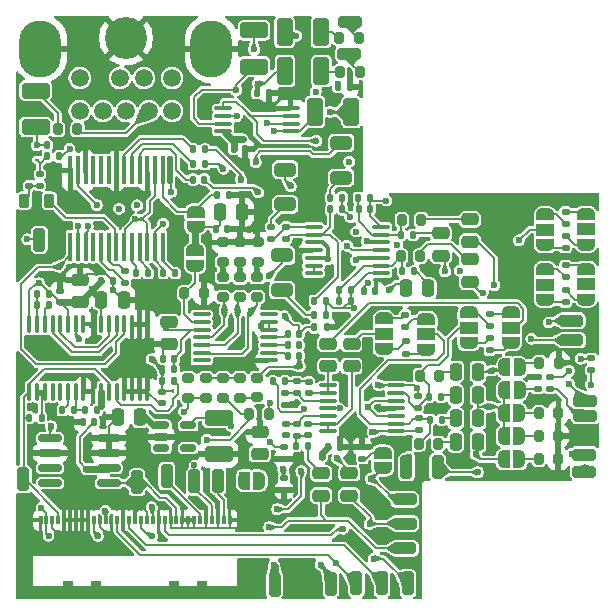
<source format=gbr>
%TF.GenerationSoftware,KiCad,Pcbnew,9.0.0*%
%TF.CreationDate,2025-11-20T17:42:52-08:00*%
%TF.ProjectId,MegaAV_VA1,4d656761-4156-45f5-9641-312e6b696361,rev?*%
%TF.SameCoordinates,Original*%
%TF.FileFunction,Copper,L1,Top*%
%TF.FilePolarity,Positive*%
%FSLAX46Y46*%
G04 Gerber Fmt 4.6, Leading zero omitted, Abs format (unit mm)*
G04 Created by KiCad (PCBNEW 9.0.0) date 2025-11-20 17:42:52*
%MOMM*%
%LPD*%
G01*
G04 APERTURE LIST*
G04 Aperture macros list*
%AMRoundRect*
0 Rectangle with rounded corners*
0 $1 Rounding radius*
0 $2 $3 $4 $5 $6 $7 $8 $9 X,Y pos of 4 corners*
0 Add a 4 corners polygon primitive as box body*
4,1,4,$2,$3,$4,$5,$6,$7,$8,$9,$2,$3,0*
0 Add four circle primitives for the rounded corners*
1,1,$1+$1,$2,$3*
1,1,$1+$1,$4,$5*
1,1,$1+$1,$6,$7*
1,1,$1+$1,$8,$9*
0 Add four rect primitives between the rounded corners*
20,1,$1+$1,$2,$3,$4,$5,0*
20,1,$1+$1,$4,$5,$6,$7,0*
20,1,$1+$1,$6,$7,$8,$9,0*
20,1,$1+$1,$8,$9,$2,$3,0*%
%AMFreePoly0*
4,1,23,0.500000,-0.750000,0.000000,-0.750000,0.000000,-0.745722,-0.065263,-0.745722,-0.191342,-0.711940,-0.304381,-0.646677,-0.396677,-0.554381,-0.461940,-0.441342,-0.495722,-0.315263,-0.495722,-0.250000,-0.500000,-0.250000,-0.500000,0.250000,-0.495722,0.250000,-0.495722,0.315263,-0.461940,0.441342,-0.396677,0.554381,-0.304381,0.646677,-0.191342,0.711940,-0.065263,0.745722,0.000000,0.745722,
0.000000,0.750000,0.500000,0.750000,0.500000,-0.750000,0.500000,-0.750000,$1*%
%AMFreePoly1*
4,1,23,0.000000,0.745722,0.065263,0.745722,0.191342,0.711940,0.304381,0.646677,0.396677,0.554381,0.461940,0.441342,0.495722,0.315263,0.495722,0.250000,0.500000,0.250000,0.500000,-0.250000,0.495722,-0.250000,0.495722,-0.315263,0.461940,-0.441342,0.396677,-0.554381,0.304381,-0.646677,0.191342,-0.711940,0.065263,-0.745722,0.000000,-0.745722,0.000000,-0.750000,-0.500000,-0.750000,
-0.500000,0.750000,0.000000,0.750000,0.000000,0.745722,0.000000,0.745722,$1*%
%AMFreePoly2*
4,1,23,0.550000,-0.750000,0.000000,-0.750000,0.000000,-0.745722,-0.065263,-0.745722,-0.191342,-0.711940,-0.304381,-0.646677,-0.396677,-0.554381,-0.461940,-0.441342,-0.495722,-0.315263,-0.495722,-0.250000,-0.500000,-0.250000,-0.500000,0.250000,-0.495722,0.250000,-0.495722,0.315263,-0.461940,0.441342,-0.396677,0.554381,-0.304381,0.646677,-0.191342,0.711940,-0.065263,0.745722,0.000000,0.745722,
0.000000,0.750000,0.550000,0.750000,0.550000,-0.750000,0.550000,-0.750000,$1*%
%AMFreePoly3*
4,1,23,0.000000,0.745722,0.065263,0.745722,0.191342,0.711940,0.304381,0.646677,0.396677,0.554381,0.461940,0.441342,0.495722,0.315263,0.495722,0.250000,0.500000,0.250000,0.500000,-0.250000,0.495722,-0.250000,0.495722,-0.315263,0.461940,-0.441342,0.396677,-0.554381,0.304381,-0.646677,0.191342,-0.711940,0.065263,-0.745722,0.000000,-0.745722,0.000000,-0.750000,-0.550000,-0.750000,
-0.550000,0.750000,0.000000,0.750000,0.000000,0.745722,0.000000,0.745722,$1*%
G04 Aperture macros list end*
%TA.AperFunction,SMDPad,CuDef*%
%ADD10RoundRect,0.250000X-0.250000X-0.750000X0.250000X-0.750000X0.250000X0.750000X-0.250000X0.750000X0*%
%TD*%
%TA.AperFunction,SMDPad,CuDef*%
%ADD11RoundRect,0.200000X-0.200000X-0.275000X0.200000X-0.275000X0.200000X0.275000X-0.200000X0.275000X0*%
%TD*%
%TA.AperFunction,SMDPad,CuDef*%
%ADD12RoundRect,0.140000X0.140000X0.170000X-0.140000X0.170000X-0.140000X-0.170000X0.140000X-0.170000X0*%
%TD*%
%TA.AperFunction,SMDPad,CuDef*%
%ADD13RoundRect,0.140000X-0.140000X-0.170000X0.140000X-0.170000X0.140000X0.170000X-0.140000X0.170000X0*%
%TD*%
%TA.AperFunction,SMDPad,CuDef*%
%ADD14FreePoly0,180.000000*%
%TD*%
%TA.AperFunction,SMDPad,CuDef*%
%ADD15FreePoly1,180.000000*%
%TD*%
%TA.AperFunction,SMDPad,CuDef*%
%ADD16RoundRect,0.135000X0.185000X-0.135000X0.185000X0.135000X-0.185000X0.135000X-0.185000X-0.135000X0*%
%TD*%
%TA.AperFunction,SMDPad,CuDef*%
%ADD17RoundRect,0.135000X0.135000X0.185000X-0.135000X0.185000X-0.135000X-0.185000X0.135000X-0.185000X0*%
%TD*%
%TA.AperFunction,SMDPad,CuDef*%
%ADD18RoundRect,0.135000X-0.135000X-0.185000X0.135000X-0.185000X0.135000X0.185000X-0.135000X0.185000X0*%
%TD*%
%TA.AperFunction,SMDPad,CuDef*%
%ADD19RoundRect,0.100000X0.637500X0.100000X-0.637500X0.100000X-0.637500X-0.100000X0.637500X-0.100000X0*%
%TD*%
%TA.AperFunction,SMDPad,CuDef*%
%ADD20RoundRect,0.140000X-0.170000X0.140000X-0.170000X-0.140000X0.170000X-0.140000X0.170000X0.140000X0*%
%TD*%
%TA.AperFunction,SMDPad,CuDef*%
%ADD21RoundRect,0.200000X0.275000X-0.200000X0.275000X0.200000X-0.275000X0.200000X-0.275000X-0.200000X0*%
%TD*%
%TA.AperFunction,SMDPad,CuDef*%
%ADD22RoundRect,0.250000X0.475000X-0.250000X0.475000X0.250000X-0.475000X0.250000X-0.475000X-0.250000X0*%
%TD*%
%TA.AperFunction,SMDPad,CuDef*%
%ADD23RoundRect,0.200000X-0.275000X0.200000X-0.275000X-0.200000X0.275000X-0.200000X0.275000X0.200000X0*%
%TD*%
%TA.AperFunction,SMDPad,CuDef*%
%ADD24RoundRect,0.200000X0.200000X0.275000X-0.200000X0.275000X-0.200000X-0.275000X0.200000X-0.275000X0*%
%TD*%
%TA.AperFunction,SMDPad,CuDef*%
%ADD25RoundRect,0.250000X0.750000X-0.250000X0.750000X0.250000X-0.750000X0.250000X-0.750000X-0.250000X0*%
%TD*%
%TA.AperFunction,SMDPad,CuDef*%
%ADD26FreePoly2,270.000000*%
%TD*%
%TA.AperFunction,SMDPad,CuDef*%
%ADD27R,1.500000X1.000000*%
%TD*%
%TA.AperFunction,SMDPad,CuDef*%
%ADD28FreePoly3,270.000000*%
%TD*%
%TA.AperFunction,SMDPad,CuDef*%
%ADD29FreePoly0,0.000000*%
%TD*%
%TA.AperFunction,SMDPad,CuDef*%
%ADD30FreePoly1,0.000000*%
%TD*%
%TA.AperFunction,SMDPad,CuDef*%
%ADD31RoundRect,0.250000X-0.250000X-0.475000X0.250000X-0.475000X0.250000X0.475000X-0.250000X0.475000X0*%
%TD*%
%TA.AperFunction,SMDPad,CuDef*%
%ADD32RoundRect,0.135000X-0.185000X0.135000X-0.185000X-0.135000X0.185000X-0.135000X0.185000X0.135000X0*%
%TD*%
%TA.AperFunction,SMDPad,CuDef*%
%ADD33RoundRect,0.218750X0.218750X0.381250X-0.218750X0.381250X-0.218750X-0.381250X0.218750X-0.381250X0*%
%TD*%
%TA.AperFunction,SMDPad,CuDef*%
%ADD34FreePoly2,90.000000*%
%TD*%
%TA.AperFunction,SMDPad,CuDef*%
%ADD35FreePoly3,90.000000*%
%TD*%
%TA.AperFunction,SMDPad,CuDef*%
%ADD36RoundRect,0.140000X0.170000X-0.140000X0.170000X0.140000X-0.170000X0.140000X-0.170000X-0.140000X0*%
%TD*%
%TA.AperFunction,SMDPad,CuDef*%
%ADD37RoundRect,0.250000X-0.925000X0.412500X-0.925000X-0.412500X0.925000X-0.412500X0.925000X0.412500X0*%
%TD*%
%TA.AperFunction,SMDPad,CuDef*%
%ADD38RoundRect,0.106250X-0.106250X1.118750X-0.106250X-1.118750X0.106250X-1.118750X0.106250X1.118750X0*%
%TD*%
%TA.AperFunction,SMDPad,CuDef*%
%ADD39RoundRect,0.100000X-0.100000X1.125000X-0.100000X-1.125000X0.100000X-1.125000X0.100000X1.125000X0*%
%TD*%
%TA.AperFunction,SMDPad,CuDef*%
%ADD40RoundRect,0.250000X0.250000X0.475000X-0.250000X0.475000X-0.250000X-0.475000X0.250000X-0.475000X0*%
%TD*%
%TA.AperFunction,SMDPad,CuDef*%
%ADD41RoundRect,0.100000X-0.637500X-0.100000X0.637500X-0.100000X0.637500X0.100000X-0.637500X0.100000X0*%
%TD*%
%TA.AperFunction,SMDPad,CuDef*%
%ADD42FreePoly0,90.000000*%
%TD*%
%TA.AperFunction,SMDPad,CuDef*%
%ADD43FreePoly1,90.000000*%
%TD*%
%TA.AperFunction,SMDPad,CuDef*%
%ADD44RoundRect,0.250000X0.925000X-0.412500X0.925000X0.412500X-0.925000X0.412500X-0.925000X-0.412500X0*%
%TD*%
%TA.AperFunction,SMDPad,CuDef*%
%ADD45FreePoly0,270.000000*%
%TD*%
%TA.AperFunction,SMDPad,CuDef*%
%ADD46FreePoly1,270.000000*%
%TD*%
%TA.AperFunction,SMDPad,CuDef*%
%ADD47RoundRect,0.250000X-0.412500X-0.925000X0.412500X-0.925000X0.412500X0.925000X-0.412500X0.925000X0*%
%TD*%
%TA.AperFunction,SMDPad,CuDef*%
%ADD48RoundRect,0.250000X0.650000X-0.325000X0.650000X0.325000X-0.650000X0.325000X-0.650000X-0.325000X0*%
%TD*%
%TA.AperFunction,SMDPad,CuDef*%
%ADD49RoundRect,0.150000X-0.512500X-0.150000X0.512500X-0.150000X0.512500X0.150000X-0.512500X0.150000X0*%
%TD*%
%TA.AperFunction,SMDPad,CuDef*%
%ADD50RoundRect,0.250000X-0.475000X0.250000X-0.475000X-0.250000X0.475000X-0.250000X0.475000X0.250000X0*%
%TD*%
%TA.AperFunction,SMDPad,CuDef*%
%ADD51R,0.300000X0.800000*%
%TD*%
%TA.AperFunction,SMDPad,CuDef*%
%ADD52R,1.220000X1.400000*%
%TD*%
%TA.AperFunction,SMDPad,CuDef*%
%ADD53R,0.850000X1.400000*%
%TD*%
%TA.AperFunction,SMDPad,CuDef*%
%ADD54RoundRect,0.100000X0.100000X-0.637500X0.100000X0.637500X-0.100000X0.637500X-0.100000X-0.637500X0*%
%TD*%
%TA.AperFunction,SMDPad,CuDef*%
%ADD55RoundRect,0.062500X0.117500X0.062500X-0.117500X0.062500X-0.117500X-0.062500X0.117500X-0.062500X0*%
%TD*%
%TA.AperFunction,ComponentPad*%
%ADD56C,1.508000*%
%TD*%
%TA.AperFunction,ComponentPad*%
%ADD57O,3.556000X4.826000*%
%TD*%
%TA.AperFunction,ComponentPad*%
%ADD58C,3.556000*%
%TD*%
%TA.AperFunction,SMDPad,CuDef*%
%ADD59RoundRect,0.150000X0.825000X0.150000X-0.825000X0.150000X-0.825000X-0.150000X0.825000X-0.150000X0*%
%TD*%
%TA.AperFunction,SMDPad,CuDef*%
%ADD60RoundRect,0.062500X-0.062500X0.117500X-0.062500X-0.117500X0.062500X-0.117500X0.062500X0.117500X0*%
%TD*%
%TA.AperFunction,ViaPad*%
%ADD61C,0.600000*%
%TD*%
%TA.AperFunction,Conductor*%
%ADD62C,0.200000*%
%TD*%
%TA.AperFunction,Conductor*%
%ADD63C,0.350000*%
%TD*%
%TA.AperFunction,Conductor*%
%ADD64C,0.600000*%
%TD*%
G04 APERTURE END LIST*
D10*
%TO.P,REGION,1,Pin_1*%
%TO.N,/NTSC{slash}PAL*%
X171602004Y-113618487D03*
%TD*%
D11*
%TO.P,R56,1*%
%TO.N,Net-(C46-Pad2)*%
X196994696Y-96539750D03*
%TO.P,R56,2*%
%TO.N,/Y-OUT*%
X198644696Y-96539750D03*
%TD*%
D12*
%TO.P,C39,1*%
%TO.N,GND*%
X187485813Y-112715431D03*
%TO.P,C39,2*%
%TO.N,+5V*%
X186525813Y-112715431D03*
%TD*%
D13*
%TO.P,C8,1*%
%TO.N,+5V*%
X176830000Y-117110000D03*
%TO.P,C8,2*%
%TO.N,GND*%
X177790000Y-117110000D03*
%TD*%
D14*
%TO.P,PSGPD2,1,A*%
%TO.N,Net-(PSGPD2-A)*%
X212225000Y-130250000D03*
D15*
%TO.P,PSGPD2,2,B*%
%TO.N,/PSG*%
X210925000Y-130250000D03*
%TD*%
D10*
%TO.P,B_IN1,1,Pin_1*%
%TO.N,/B-IN*%
X182381242Y-133628613D03*
%TD*%
D16*
%TO.P,R21,1*%
%TO.N,Net-(FMR_1-A)*%
X209725000Y-122970000D03*
%TO.P,R21,2*%
%TO.N,Net-(FMR_2-A)*%
X209725000Y-121950000D03*
%TD*%
D17*
%TO.P,R72,1,1*%
%TO.N,GND*%
X187654016Y-109827898D03*
%TO.P,R72,2,2*%
%TO.N,Net-(SA1-B)*%
X186634016Y-109827898D03*
%TD*%
D13*
%TO.P,C31,1*%
%TO.N,+5V*%
X188070000Y-105925000D03*
%TO.P,C31,2*%
%TO.N,GND*%
X189030000Y-105925000D03*
%TD*%
D17*
%TO.P,R40,1*%
%TO.N,Net-(C25-Pad2)*%
X203353910Y-116269479D03*
%TO.P,R40,2*%
%TO.N,Net-(U7A--)*%
X202333910Y-116269479D03*
%TD*%
D10*
%TO.P,S_IN1,1,Pin_1*%
%TO.N,/CSync*%
X170250000Y-133900000D03*
%TD*%
D12*
%TO.P,C17,1*%
%TO.N,Net-(C17-Pad1)*%
X193567500Y-122530000D03*
%TO.P,C17,2*%
%TO.N,Net-(U4-CH3_IN)*%
X192607500Y-122530000D03*
%TD*%
D18*
%TO.P,R46,1*%
%TO.N,Net-(U7B--)*%
X198585000Y-110075000D03*
%TO.P,R46,2*%
%TO.N,/SL*%
X199605000Y-110075000D03*
%TD*%
D19*
%TO.P,U7,1*%
%TO.N,/SR*%
X200537500Y-116450000D03*
%TO.P,U7,2,-*%
%TO.N,Net-(U7A--)*%
X200537500Y-115800000D03*
%TO.P,U7,3,+*%
%TO.N,/V_REF*%
X200537500Y-115150000D03*
%TO.P,U7,4,V+*%
%TO.N,+5V*%
X200537500Y-114500000D03*
%TO.P,U7,5,+*%
%TO.N,/V_REF*%
X200537500Y-113850000D03*
%TO.P,U7,6,-*%
%TO.N,Net-(U7B--)*%
X200537500Y-113200000D03*
%TO.P,U7,7*%
%TO.N,/SL*%
X200537500Y-112550000D03*
%TO.P,U7,8*%
%TO.N,Net-(R52-Pad2)*%
X194812500Y-112550000D03*
%TO.P,U7,9,-*%
%TO.N,Net-(U7C--)*%
X194812500Y-113200000D03*
%TO.P,U7,10,+*%
%TO.N,/V_REF*%
X194812500Y-113850000D03*
%TO.P,U7,11,V-*%
%TO.N,GND*%
X194812500Y-114500000D03*
%TO.P,U7,12,+*%
%TO.N,/V_REF*%
X194812500Y-115150000D03*
%TO.P,U7,13,-*%
%TO.N,Net-(U7D--)*%
X194812500Y-115800000D03*
%TO.P,U7,14*%
X194812500Y-116450000D03*
%TD*%
D10*
%TO.P,G_IN1,1,Pin_1*%
%TO.N,/G-IN*%
X184724110Y-134073698D03*
%TD*%
D20*
%TO.P,C11,1*%
%TO.N,Net-(U3B-+)*%
X192450000Y-129195000D03*
%TO.P,C11,2*%
%TO.N,GND*%
X192450000Y-130155000D03*
%TD*%
D21*
%TO.P,R13,1*%
%TO.N,/B-IN*%
X184212343Y-126993911D03*
%TO.P,R13,2*%
%TO.N,Net-(C18-Pad1)*%
X184212343Y-125343911D03*
%TD*%
D10*
%TO.P,CD_L1,1,Pin_1*%
%TO.N,/CD_L*%
X200620000Y-142700000D03*
%TD*%
%TO.P,CLK_IN1,1,Pin_1*%
%TO.N,/CLK*%
X179862995Y-134148552D03*
%TD*%
D22*
%TO.P,C26,1*%
%TO.N,Net-(SL3-Pin_1)*%
X205600662Y-114961633D03*
%TO.P,C26,2*%
%TO.N,Net-(C26-Pad2)*%
X205600662Y-113061633D03*
%TD*%
D16*
%TO.P,R63,1*%
%TO.N,Net-(HPL_RES1-A)*%
X216145000Y-112275000D03*
%TO.P,R63,2*%
%TO.N,Net-(HPL_RES2-A)*%
X216145000Y-111255000D03*
%TD*%
D23*
%TO.P,R37,1,1*%
%TO.N,Net-(C33-Pad1)*%
X188581609Y-116814454D03*
%TO.P,R37,2,2*%
%TO.N,/G-OUT*%
X188581609Y-118464454D03*
%TD*%
D24*
%TO.P,R26,1*%
%TO.N,Net-(C19-Pad2)*%
X205443559Y-125141974D03*
%TO.P,R26,2*%
%TO.N,Net-(FMR_2-C)*%
X203793559Y-125141974D03*
%TD*%
D25*
%TO.P,SR3,1,Pin_1*%
%TO.N,Net-(SR3-Pin_1)*%
X216650000Y-122125000D03*
%TD*%
D26*
%TO.P,HPL_RES2,1,A*%
%TO.N,Net-(HPL_RES2-A)*%
X217875000Y-111450000D03*
D27*
%TO.P,HPL_RES2,2,C*%
%TO.N,Net-(HPL_RES2-C)*%
X217875000Y-112750000D03*
D28*
%TO.P,HPL_RES2,3,B*%
%TO.N,Net-(HPL_RES2-B)*%
X217875000Y-114050000D03*
%TD*%
D29*
%TO.P,MD1_PU1,1,A*%
%TO.N,Net-(MD1_PU1-A)*%
X188919752Y-134022554D03*
D30*
%TO.P,MD1_PU1,2,B*%
%TO.N,+5V*%
X190219752Y-134022554D03*
%TD*%
D31*
%TO.P,C10,1*%
%TO.N,+5V*%
X176830000Y-118700000D03*
%TO.P,C10,2*%
%TO.N,GND*%
X178730000Y-118700000D03*
%TD*%
D32*
%TO.P,R32,1*%
%TO.N,Net-(FML_2-C)*%
X203740459Y-128700114D03*
%TO.P,R32,2*%
%TO.N,Net-(SL3-Pin_1)*%
X203740459Y-129720114D03*
%TD*%
D13*
%TO.P,C36,1*%
%TO.N,Net-(U7B--)*%
X198645000Y-111025000D03*
%TO.P,C36,2*%
%TO.N,/SL*%
X199605000Y-111025000D03*
%TD*%
D33*
%TO.P,L1,1,1*%
%TO.N,/YTRAP*%
X172432500Y-110332275D03*
%TO.P,L1,2,2*%
%TO.N,Net-(C49-Pad2)*%
X170307500Y-110332275D03*
%TD*%
D16*
%TO.P,R18,1*%
%TO.N,GND*%
X192281530Y-132157988D03*
%TO.P,R18,2*%
%TO.N,Net-(C17-Pad1)*%
X192281530Y-131137988D03*
%TD*%
D25*
%TO.P,CHROMA1,1,Pin_1*%
%TO.N,/C-OUT*%
X197845270Y-97905149D03*
%TD*%
D34*
%TO.P,FML_1,1,A*%
%TO.N,Net-(FML_1-A)*%
X200775000Y-122875000D03*
D27*
%TO.P,FML_1,2,C*%
%TO.N,Net-(FML_1-C)*%
X200775000Y-121575000D03*
D35*
%TO.P,FML_1,3,B*%
%TO.N,Net-(FML_1-B)*%
X200775000Y-120275000D03*
%TD*%
D10*
%TO.P,GND2,1,Pin_1*%
%TO.N,GND*%
X179858948Y-131075199D03*
%TD*%
D16*
%TO.P,R7,1,1*%
%TO.N,Net-(U3A-+)*%
X193400000Y-126625000D03*
%TO.P,R7,2,2*%
%TO.N,Net-(C12-Pad1)*%
X193400000Y-125605000D03*
%TD*%
D17*
%TO.P,R27,1*%
%TO.N,Net-(C20-Pad2)*%
X205610000Y-126925000D03*
%TO.P,R27,2*%
%TO.N,Net-(FMR_2-C)*%
X204590000Y-126925000D03*
%TD*%
D36*
%TO.P,C5,1*%
%TO.N,GND*%
X182015964Y-127450167D03*
%TO.P,C5,2*%
%TO.N,Net-(D1-A)*%
X182015964Y-126490167D03*
%TD*%
D25*
%TO.P,FM_R1,1,Pin_1*%
%TO.N,/FM_R*%
X202540000Y-137660000D03*
%TD*%
D22*
%TO.P,C4,1*%
%TO.N,/FM_L*%
X195460000Y-135290000D03*
%TO.P,C4,2*%
%TO.N,Net-(C4-Pad2)*%
X195460000Y-133390000D03*
%TD*%
D25*
%TO.P,HPL_SL2,1,Pin_1*%
%TO.N,Net-(HPL_SL2-Pin_1)*%
X217825491Y-127271000D03*
%TD*%
D17*
%TO.P,R20,1*%
%TO.N,+5V*%
X183013131Y-124599024D03*
%TO.P,R20,2*%
%TO.N,Net-(D1-A)*%
X181993131Y-124599024D03*
%TD*%
D11*
%TO.P,R15,1,1*%
%TO.N,Net-(32XPD1-A)*%
X213872873Y-132177633D03*
%TO.P,R15,2,2*%
%TO.N,GND*%
X215522873Y-132177633D03*
%TD*%
D10*
%TO.P,HP_L1,1,Pin_1*%
%TO.N,/HP_L*%
X202675000Y-132875000D03*
%TD*%
D11*
%TO.P,R57,1*%
%TO.N,Net-(C47-Pad2)*%
X197060751Y-99413531D03*
%TO.P,R57,2*%
%TO.N,/C-OUT*%
X198710751Y-99413531D03*
%TD*%
D26*
%TO.P,HPR_RES1,1,A*%
%TO.N,Net-(HPR_RES1-A)*%
X214425000Y-116110000D03*
D27*
%TO.P,HPR_RES1,2,C*%
%TO.N,/SR*%
X214425000Y-117410000D03*
D28*
%TO.P,HPR_RES1,3,B*%
%TO.N,Net-(HPR_RES1-B)*%
X214425000Y-118710000D03*
%TD*%
D12*
%TO.P,C18,1*%
%TO.N,Net-(C18-Pad1)*%
X193567500Y-121610000D03*
%TO.P,C18,2*%
%TO.N,Net-(U4-CH4_IN)*%
X192607500Y-121610000D03*
%TD*%
D10*
%TO.P,HP_R1,1,Pin_1*%
%TO.N,/HP_R*%
X205325000Y-132865000D03*
%TD*%
D37*
%TO.P,C56,1*%
%TO.N,/V_REF*%
X186764264Y-128685429D03*
%TO.P,C56,2*%
%TO.N,GND*%
X186764264Y-131760429D03*
%TD*%
D23*
%TO.P,R38,1,1*%
%TO.N,Net-(C34-Pad1)*%
X187116822Y-116799507D03*
%TO.P,R38,2,2*%
%TO.N,/B-OUT*%
X187116822Y-118449507D03*
%TD*%
D13*
%TO.P,C37,1*%
%TO.N,+5V*%
X199090000Y-117975000D03*
%TO.P,C37,2*%
%TO.N,GND*%
X200050000Y-117975000D03*
%TD*%
D38*
%TO.P,U8,1,NTSC/PAL*%
%TO.N,/NTSC{slash}PAL*%
X182662500Y-107755000D03*
D39*
%TO.P,U8,2,SA*%
%TO.N,Net-(SA1-B)*%
X182025000Y-107755000D03*
%TO.P,U8,3,CE*%
%TO.N,+5V*%
X181375000Y-107755000D03*
%TO.P,U8,4,TERM*%
%TO.N,GND*%
X180725000Y-107755000D03*
%TO.P,U8,5,RED*%
%TO.N,Net-(U8-RED)*%
X180075000Y-107755000D03*
%TO.P,U8,6,GREEN*%
%TO.N,Net-(U8-GREEN)*%
X179425000Y-107755000D03*
%TO.P,U8,7,BLUE*%
%TO.N,Net-(U8-BLUE)*%
X178775000Y-107755000D03*
%TO.P,U8,8,AGND*%
%TO.N,GND*%
X178125000Y-107755000D03*
%TO.P,U8,9,RT*%
%TO.N,unconnected-(U8-RT-Pad9)*%
X177475000Y-107755000D03*
%TO.P,U8,10,GT*%
%TO.N,unconnected-(U8-GT-Pad10)*%
X176825000Y-107755000D03*
%TO.P,U8,11,BT*%
%TO.N,unconnected-(U8-BT-Pad11)*%
X176175000Y-107755000D03*
%TO.P,U8,12,TGND*%
%TO.N,GND*%
X175525000Y-107755000D03*
%TO.P,U8,13,DVCC*%
%TO.N,+5V*%
X174875000Y-107755000D03*
%TO.P,U8,14,DGND*%
%TO.N,GND*%
X174225000Y-107755000D03*
%TO.P,U8,15,HSYNC*%
%TO.N,/CSync_OUT*%
X174225000Y-114205000D03*
%TO.P,U8,16,VSYNC*%
%TO.N,+5V*%
X174875000Y-114205000D03*
%TO.P,U8,17,4FSC_CLK*%
%TO.N,/4xCLK*%
X175525000Y-114205000D03*
%TO.P,U8,18,TVDET*%
%TO.N,unconnected-(U8-TVDET-Pad18)*%
X176175000Y-114205000D03*
%TO.P,U8,19,CVSET*%
%TO.N,Net-(U8-CVSET)*%
X176825000Y-114205000D03*
%TO.P,U8,20,CVBS_OUT*%
%TO.N,Net-(U8-CVBS_OUT)*%
X177475000Y-114205000D03*
%TO.P,U8,21,YTRAP*%
%TO.N,/YTRAP*%
X178125000Y-114205000D03*
%TO.P,U8,22,AVCC*%
%TO.N,+5V*%
X178775000Y-114205000D03*
%TO.P,U8,23,CHROM_OUT*%
%TO.N,Net-(U8-CHROM_OUT)*%
X179425000Y-114205000D03*
%TO.P,U8,24,CSET*%
%TO.N,Net-(U8-CSET)*%
X180075000Y-114205000D03*
%TO.P,U8,25,AVCC*%
%TO.N,+5V*%
X180725000Y-114205000D03*
%TO.P,U8,26,LUM_OUT*%
%TO.N,Net-(U8-LUM_OUT)*%
X181375000Y-114205000D03*
%TO.P,U8,27,YSET*%
%TO.N,Net-(U8-YSET)*%
X182025000Y-114205000D03*
D38*
%TO.P,U8,28,AGND*%
%TO.N,GND*%
X182662500Y-114205000D03*
%TD*%
D16*
%TO.P,R30,1,1*%
%TO.N,Net-(PSGPD1-A)*%
X213773039Y-126234349D03*
%TO.P,R30,2,2*%
%TO.N,GND*%
X213773039Y-125214349D03*
%TD*%
D17*
%TO.P,R41,1*%
%TO.N,Net-(C26-Pad2)*%
X203235000Y-113200000D03*
%TO.P,R41,2*%
%TO.N,Net-(U7B--)*%
X202215000Y-113200000D03*
%TD*%
D18*
%TO.P,R68,1*%
%TO.N,Net-(U8-CVBS_OUT)*%
X172250000Y-105620000D03*
%TO.P,R68,2*%
%TO.N,GND*%
X173270000Y-105620000D03*
%TD*%
D17*
%TO.P,R48,1,1*%
%TO.N,/SR*%
X195885000Y-118800000D03*
%TO.P,R48,2,2*%
%TO.N,Net-(U7C--)*%
X194865000Y-118800000D03*
%TD*%
D22*
%TO.P,C15,1*%
%TO.N,Net-(U3B--)*%
X198025000Y-124325000D03*
%TO.P,C15,2*%
%TO.N,Net-(FML_1-C)*%
X198025000Y-122425000D03*
%TD*%
D40*
%TO.P,C38,1*%
%TO.N,GND*%
X188751676Y-111277738D03*
%TO.P,C38,2*%
%TO.N,+5V*%
X186851676Y-111277738D03*
%TD*%
D32*
%TO.P,R23,1*%
%TO.N,Net-(FML_1-A)*%
X202600000Y-122230000D03*
%TO.P,R23,2*%
%TO.N,Net-(FML_2-A)*%
X202600000Y-123250000D03*
%TD*%
D10*
%TO.P,32X_L1,1,Pin_1*%
%TO.N,/32X_L*%
X196280000Y-142730000D03*
%TD*%
D41*
%TO.P,U3,1*%
%TO.N,Net-(U3A--)*%
X196057500Y-125950000D03*
%TO.P,U3,2,-*%
X196057500Y-126600000D03*
%TO.P,U3,3,+*%
%TO.N,Net-(U3A-+)*%
X196057500Y-127250000D03*
%TO.P,U3,4,V+*%
%TO.N,+5V*%
X196057500Y-127900000D03*
%TO.P,U3,5,+*%
%TO.N,Net-(U3B-+)*%
X196057500Y-128550000D03*
%TO.P,U3,6,-*%
%TO.N,Net-(U3B--)*%
X196057500Y-129200000D03*
%TO.P,U3,7*%
X196057500Y-129850000D03*
%TO.P,U3,8*%
%TO.N,Net-(SL3-Pin_1)*%
X201782500Y-129850000D03*
%TO.P,U3,9,-*%
%TO.N,Net-(FML_2-C)*%
X201782500Y-129200000D03*
%TO.P,U3,10,+*%
%TO.N,/V_REF*%
X201782500Y-128550000D03*
%TO.P,U3,11,V-*%
%TO.N,GND*%
X201782500Y-127900000D03*
%TO.P,U3,12,+*%
%TO.N,/V_REF*%
X201782500Y-127250000D03*
%TO.P,U3,13,-*%
%TO.N,Net-(FMR_2-C)*%
X201782500Y-126600000D03*
%TO.P,U3,14*%
%TO.N,Net-(SR3-Pin_1)*%
X201782500Y-125950000D03*
%TD*%
D18*
%TO.P,R69,1*%
%TO.N,Net-(U8-LUM_OUT)*%
X182100000Y-116440000D03*
%TO.P,R69,2*%
%TO.N,Net-(U8-YSET)*%
X183120000Y-116440000D03*
%TD*%
D42*
%TO.P,LPF1,1,A*%
%TO.N,Net-(LPF1-A)*%
X184791350Y-115820105D03*
D43*
%TO.P,LPF1,2,B*%
%TO.N,+5V*%
X184791350Y-114520105D03*
%TD*%
D21*
%TO.P,R14,1*%
%TO.N,/R-IN*%
X190054393Y-126951459D03*
%TO.P,R14,2*%
%TO.N,Net-(C16-Pad1)*%
X190054393Y-125301459D03*
%TD*%
D16*
%TO.P,R31,1*%
%TO.N,Net-(FMR_2-C)*%
X203649079Y-127849561D03*
%TO.P,R31,2*%
%TO.N,Net-(SR3-Pin_1)*%
X203649079Y-126829561D03*
%TD*%
D32*
%TO.P,R22,1*%
%TO.N,Net-(FMR_1-B)*%
X209750000Y-119925000D03*
%TO.P,R22,2*%
%TO.N,Net-(FMR_2-B)*%
X209750000Y-120945000D03*
%TD*%
D24*
%TO.P,R35,1*%
%TO.N,GND*%
X185511639Y-118163918D03*
%TO.P,R35,2*%
%TO.N,Net-(LPF1-A)*%
X183861639Y-118163918D03*
%TD*%
D25*
%TO.P,SL3,1,Pin_1*%
%TO.N,Net-(SL3-Pin_1)*%
X216650000Y-120475000D03*
%TD*%
%TO.P,HPL_SL1,1,Pin_1*%
%TO.N,Net-(HPL_SL1-Pin_1)*%
X217832965Y-128540707D03*
%TD*%
D16*
%TO.P,R25,1,1*%
%TO.N,Net-(PSGPD4-A)*%
X198935017Y-132160071D03*
%TO.P,R25,2,2*%
%TO.N,GND*%
X198935017Y-131140071D03*
%TD*%
D44*
%TO.P,C48,1*%
%TO.N,Net-(U8-CVBS_OUT)*%
X171275000Y-104062500D03*
%TO.P,C48,2*%
%TO.N,Net-(C48-Pad2)*%
X171275000Y-100987500D03*
%TD*%
D12*
%TO.P,C32,1*%
%TO.N,Net-(C32-Pad1)*%
X185570000Y-108520000D03*
%TO.P,C32,2*%
%TO.N,Net-(U8-RED)*%
X184610000Y-108520000D03*
%TD*%
D10*
%TO.P,R_IN1,1,Pin_1*%
%TO.N,/R-IN*%
X186729530Y-134029302D03*
%TD*%
D45*
%TO.P,PSGPD4,1,A*%
%TO.N,Net-(PSGPD4-A)*%
X200670000Y-131660000D03*
D46*
%TO.P,PSGPD4,2,B*%
%TO.N,/PSG*%
X200670000Y-132960000D03*
%TD*%
D47*
%TO.P,C47,1*%
%TO.N,Net-(U8-CHROM_OUT)*%
X192396688Y-99338485D03*
%TO.P,C47,2*%
%TO.N,Net-(C47-Pad2)*%
X195471688Y-99338485D03*
%TD*%
D32*
%TO.P,R61,1,1*%
%TO.N,Net-(HPL_RES2-C)*%
X214845472Y-125203078D03*
%TO.P,R61,2,2*%
%TO.N,Net-(HPL_SL1-Pin_1)*%
X214845472Y-126223078D03*
%TD*%
D16*
%TO.P,R71,1*%
%TO.N,Net-(U8-CVSET)*%
X178860000Y-117250000D03*
%TO.P,R71,2*%
%TO.N,Net-(U8-CVBS_OUT)*%
X178860000Y-116230000D03*
%TD*%
D20*
%TO.P,C49,1*%
%TO.N,Net-(D2-A)*%
X171640000Y-108080000D03*
%TO.P,C49,2*%
%TO.N,Net-(C49-Pad2)*%
X171640000Y-109040000D03*
%TD*%
D18*
%TO.P,R2,1*%
%TO.N,Net-(U2A-RCext)*%
X171410000Y-118190000D03*
%TO.P,R2,2*%
%TO.N,+5V*%
X172430000Y-118190000D03*
%TD*%
D11*
%TO.P,R17,1,1*%
%TO.N,Net-(32XPD2-A)*%
X213938265Y-124046570D03*
%TO.P,R17,2,2*%
%TO.N,GND*%
X215588265Y-124046570D03*
%TD*%
D25*
%TO.P,HPR_SL2,1,Pin_1*%
%TO.N,Net-(HPR_SL2-Pin_1)*%
X217724912Y-131807118D03*
%TD*%
D48*
%TO.P,C44,1*%
%TO.N,Net-(C44-Pad1)*%
X197150000Y-108375000D03*
%TO.P,C44,2*%
%TO.N,/AUD-L*%
X197150000Y-105425000D03*
%TD*%
D49*
%TO.P,U9,1,IN*%
%TO.N,+5V*%
X181923297Y-129331303D03*
%TO.P,U9,2,GND*%
%TO.N,GND*%
X181923297Y-130281303D03*
%TO.P,U9,3,EN*%
%TO.N,+5V*%
X181923297Y-131231303D03*
%TO.P,U9,4,NC*%
%TO.N,unconnected-(U9-NC-Pad4)*%
X184198297Y-131231303D03*
%TO.P,U9,5,OUT*%
%TO.N,/V_REF*%
X184198297Y-129331303D03*
%TD*%
D18*
%TO.P,R1,1*%
%TO.N,Net-(D1-A)*%
X181988149Y-125548147D03*
%TO.P,R1,2*%
%TO.N,Net-(D1-K)*%
X183008149Y-125548147D03*
%TD*%
D16*
%TO.P,R19,1*%
%TO.N,GND*%
X192320000Y-134820000D03*
%TO.P,R19,2*%
%TO.N,Net-(C16-Pad1)*%
X192320000Y-133800000D03*
%TD*%
D47*
%TO.P,C46,1*%
%TO.N,Net-(U8-LUM_OUT)*%
X192357453Y-96035241D03*
%TO.P,C46,2*%
%TO.N,Net-(C46-Pad2)*%
X195432453Y-96035241D03*
%TD*%
D12*
%TO.P,C6,1*%
%TO.N,Net-(U2A-Cext)*%
X172370000Y-119180000D03*
%TO.P,C6,2*%
%TO.N,Net-(U2A-RCext)*%
X171410000Y-119180000D03*
%TD*%
D13*
%TO.P,C23,1*%
%TO.N,GND*%
X175273296Y-129064208D03*
%TO.P,C23,2*%
%TO.N,+5V*%
X176233296Y-129064208D03*
%TD*%
D24*
%TO.P,R39,1*%
%TO.N,Net-(C24-Pad2)*%
X203839864Y-115025157D03*
%TO.P,R39,2*%
%TO.N,Net-(U7A--)*%
X202189864Y-115025157D03*
%TD*%
D10*
%TO.P,GND1,1,Pin_1*%
%TO.N,GND*%
X193970000Y-142820000D03*
%TD*%
%TO.P,5V1,1,Pin_1*%
%TO.N,+5V*%
X191510000Y-142820000D03*
%TD*%
D21*
%TO.P,R43,1,1*%
%TO.N,Net-(C32-Pad1)*%
X190067882Y-115483500D03*
%TO.P,R43,2,2*%
%TO.N,GND*%
X190067882Y-113833500D03*
%TD*%
D12*
%TO.P,C28,1*%
%TO.N,+5V*%
X183001815Y-123674191D03*
%TO.P,C28,2*%
%TO.N,GND*%
X182041815Y-123674191D03*
%TD*%
D14*
%TO.P,PSGPD3,1,A*%
%TO.N,Net-(PSGPD3-A)*%
X212225000Y-128325000D03*
D15*
%TO.P,PSGPD3,2,B*%
%TO.N,/PSG*%
X210925000Y-128325000D03*
%TD*%
D17*
%TO.P,R55,1*%
%TO.N,/SL*%
X197260000Y-110050000D03*
%TO.P,R55,2*%
%TO.N,Net-(C44-Pad1)*%
X196240000Y-110050000D03*
%TD*%
D14*
%TO.P,32XPD2,1,A*%
%TO.N,Net-(32XPD2-A)*%
X212275000Y-124425000D03*
D15*
%TO.P,32XPD2,2,B*%
%TO.N,/32X_R*%
X210975000Y-124425000D03*
%TD*%
D17*
%TO.P,R28,1*%
%TO.N,Net-(C21-Pad2)*%
X205660000Y-128875000D03*
%TO.P,R28,2*%
%TO.N,Net-(FML_2-C)*%
X204640000Y-128875000D03*
%TD*%
D21*
%TO.P,R9,1*%
%TO.N,/B-IN*%
X185677130Y-126993911D03*
%TO.P,R9,2*%
%TO.N,Net-(MD1_PU1-A)*%
X185677130Y-125343911D03*
%TD*%
D12*
%TO.P,C34,1*%
%TO.N,Net-(C34-Pad1)*%
X185605000Y-105975000D03*
%TO.P,C34,2*%
%TO.N,Net-(U8-BLUE)*%
X184645000Y-105975000D03*
%TD*%
D25*
%TO.P,LUMA1,1,Pin_1*%
%TO.N,/Y-OUT*%
X197910039Y-95181405D03*
%TD*%
D22*
%TO.P,C14,1*%
%TO.N,Net-(U3A--)*%
X196050000Y-124325000D03*
%TO.P,C14,2*%
%TO.N,Net-(FMR_1-C)*%
X196050000Y-122425000D03*
%TD*%
D19*
%TO.P,U6,1*%
%TO.N,Net-(HPL_SL2-Pin_1)*%
X192887500Y-104450000D03*
%TO.P,U6,2,-*%
%TO.N,Net-(HPL_RES2-C)*%
X192887500Y-103800000D03*
%TO.P,U6,3,+*%
%TO.N,/V_REF*%
X192887500Y-103150000D03*
%TO.P,U6,4,V-*%
%TO.N,GND*%
X192887500Y-102500000D03*
%TO.P,U6,5,+*%
%TO.N,/V_REF*%
X187162500Y-102500000D03*
%TO.P,U6,6,-*%
%TO.N,Net-(HPR_RES2-C)*%
X187162500Y-103150000D03*
%TO.P,U6,7*%
%TO.N,Net-(HPR_SL2-Pin_1)*%
X187162500Y-103800000D03*
%TO.P,U6,8,V+*%
%TO.N,+5V*%
X187162500Y-104450000D03*
%TD*%
D16*
%TO.P,R65,1*%
%TO.N,Net-(HPR_RES1-A)*%
X216150000Y-116795000D03*
%TO.P,R65,2*%
%TO.N,Net-(HPR_RES2-A)*%
X216150000Y-115775000D03*
%TD*%
D18*
%TO.P,R49,1,1*%
%TO.N,Net-(U7C--)*%
X196240000Y-111050000D03*
%TO.P,R49,2,2*%
%TO.N,/SL*%
X197260000Y-111050000D03*
%TD*%
D36*
%TO.P,C50,1*%
%TO.N,Net-(C49-Pad2)*%
X170710000Y-109040000D03*
%TO.P,C50,2*%
%TO.N,GND*%
X170710000Y-108080000D03*
%TD*%
D20*
%TO.P,C12,1*%
%TO.N,Net-(C12-Pad1)*%
X194425000Y-125640000D03*
%TO.P,C12,2*%
%TO.N,Net-(U3A--)*%
X194425000Y-126600000D03*
%TD*%
D22*
%TO.P,C27,1*%
%TO.N,/CD_L*%
X208050662Y-113786633D03*
%TO.P,C27,2*%
%TO.N,Net-(C27-Pad2)*%
X208050662Y-111886633D03*
%TD*%
D17*
%TO.P,R3,1*%
%TO.N,+5V*%
X176480000Y-128040000D03*
%TO.P,R3,2*%
%TO.N,Net-(U2B-RCext)*%
X175460000Y-128040000D03*
%TD*%
D24*
%TO.P,R29,1*%
%TO.N,Net-(C22-Pad2)*%
X205364253Y-130878458D03*
%TO.P,R29,2*%
%TO.N,Net-(FML_2-C)*%
X203714253Y-130878458D03*
%TD*%
D48*
%TO.P,C43,1*%
%TO.N,Net-(C43-Pad1)*%
X192400000Y-110625000D03*
%TO.P,C43,2*%
%TO.N,/AUD-M*%
X192400000Y-107675000D03*
%TD*%
D22*
%TO.P,C24,1*%
%TO.N,/CD_R*%
X208050662Y-117186633D03*
%TO.P,C24,2*%
%TO.N,Net-(C24-Pad2)*%
X208050662Y-115286633D03*
%TD*%
D10*
%TO.P,CD_R1,1,Pin_1*%
%TO.N,/CD_R*%
X202790000Y-142700000D03*
%TD*%
D36*
%TO.P,C13,1*%
%TO.N,Net-(C13-Pad1)*%
X194300000Y-130175000D03*
%TO.P,C13,2*%
%TO.N,Net-(U3B--)*%
X194300000Y-129215000D03*
%TD*%
D22*
%TO.P,C1,1*%
%TO.N,+5V*%
X175050000Y-118900000D03*
%TO.P,C1,2*%
%TO.N,GND*%
X175050000Y-117000000D03*
%TD*%
D47*
%TO.P,C45,1*%
%TO.N,Net-(HPL_SL2-Pin_1)*%
X194937500Y-102800000D03*
%TO.P,C45,2*%
%TO.N,/HP_L*%
X198012500Y-102800000D03*
%TD*%
D18*
%TO.P,R6,1,1*%
%TO.N,/CSync*%
X170760000Y-128680000D03*
%TO.P,R6,2,2*%
%TO.N,+5V*%
X171780000Y-128680000D03*
%TD*%
D32*
%TO.P,R8,1,1*%
%TO.N,Net-(U3B-+)*%
X193375000Y-129180000D03*
%TO.P,R8,2,2*%
%TO.N,Net-(C13-Pad1)*%
X193375000Y-130200000D03*
%TD*%
D40*
%TO.P,C55,1*%
%TO.N,+5V*%
X180136731Y-128643255D03*
%TO.P,C55,2*%
%TO.N,GND*%
X178236731Y-128643255D03*
%TD*%
D21*
%TO.P,R44,1,1*%
%TO.N,Net-(C33-Pad1)*%
X188603095Y-115476027D03*
%TO.P,R44,2,2*%
%TO.N,GND*%
X188603095Y-113826027D03*
%TD*%
D17*
%TO.P,R4,1,1*%
%TO.N,Net-(C12-Pad1)*%
X192371088Y-125597715D03*
%TO.P,R4,2,2*%
%TO.N,Net-(C3-Pad2)*%
X191351088Y-125597715D03*
%TD*%
D26*
%TO.P,HPL_RES1,1,A*%
%TO.N,Net-(HPL_RES1-A)*%
X214425000Y-111475000D03*
D27*
%TO.P,HPL_RES1,2,C*%
%TO.N,/SL*%
X214425000Y-112775000D03*
D28*
%TO.P,HPL_RES1,3,B*%
%TO.N,Net-(HPL_RES1-B)*%
X214425000Y-114075000D03*
%TD*%
D40*
%TO.P,C19,1*%
%TO.N,/32X_R*%
X208750000Y-124800000D03*
%TO.P,C19,2*%
%TO.N,Net-(C19-Pad2)*%
X206850000Y-124800000D03*
%TD*%
D50*
%TO.P,C29,1*%
%TO.N,+5V*%
X182544235Y-120571850D03*
%TO.P,C29,2*%
%TO.N,GND*%
X182544235Y-122471850D03*
%TD*%
D11*
%TO.P,R33,1,1*%
%TO.N,Net-(PSGPD2-A)*%
X213895293Y-130215865D03*
%TO.P,R33,2,2*%
%TO.N,GND*%
X215545293Y-130215865D03*
%TD*%
D34*
%TO.P,FMR_1,1,A*%
%TO.N,Net-(FMR_1-A)*%
X211500000Y-122375000D03*
D27*
%TO.P,FMR_1,2,C*%
%TO.N,Net-(FMR_1-C)*%
X211500000Y-121075000D03*
D35*
%TO.P,FMR_1,3,B*%
%TO.N,Net-(FMR_1-B)*%
X211500000Y-119775000D03*
%TD*%
D22*
%TO.P,C54,1*%
%TO.N,/V_REF*%
X190264255Y-131776439D03*
%TO.P,C54,2*%
%TO.N,GND*%
X190264255Y-129876439D03*
%TD*%
D18*
%TO.P,R66,1*%
%TO.N,Net-(U8-LUM_OUT)*%
X196871919Y-100674356D03*
%TO.P,R66,2*%
%TO.N,GND*%
X197891919Y-100674356D03*
%TD*%
D40*
%TO.P,C21,1*%
%TO.N,/PSG*%
X208750000Y-128750000D03*
%TO.P,C21,2*%
%TO.N,Net-(C21-Pad2)*%
X206850000Y-128750000D03*
%TD*%
D25*
%TO.P,HPR_SL1,1,Pin_1*%
%TO.N,Net-(HPR_SL1-Pin_1)*%
X217729895Y-133270659D03*
%TD*%
D34*
%TO.P,FMR_2,1,A*%
%TO.N,Net-(FMR_2-A)*%
X207950000Y-122375000D03*
D27*
%TO.P,FMR_2,2,C*%
%TO.N,Net-(FMR_2-C)*%
X207950000Y-121075000D03*
D35*
%TO.P,FMR_2,3,B*%
%TO.N,Net-(FMR_2-B)*%
X207950000Y-119775000D03*
%TD*%
D17*
%TO.P,R70,1*%
%TO.N,Net-(U8-CSET)*%
X180820000Y-116440000D03*
%TO.P,R70,2*%
%TO.N,Net-(U8-CHROM_OUT)*%
X179800000Y-116440000D03*
%TD*%
D40*
%TO.P,C22,1*%
%TO.N,/32X_L*%
X208750000Y-130725000D03*
%TO.P,C22,2*%
%TO.N,Net-(C22-Pad2)*%
X206850000Y-130725000D03*
%TD*%
D48*
%TO.P,C42,1*%
%TO.N,Net-(C42-Pad1)*%
X192175000Y-117900000D03*
%TO.P,C42,2*%
%TO.N,/AUD-R*%
X192175000Y-114950000D03*
%TD*%
D18*
%TO.P,R47,1*%
%TO.N,Net-(U7A--)*%
X196940000Y-118775000D03*
%TO.P,R47,2*%
%TO.N,/SR*%
X197960000Y-118775000D03*
%TD*%
D40*
%TO.P,C20,1*%
%TO.N,/PSG*%
X208750000Y-126775000D03*
%TO.P,C20,2*%
%TO.N,Net-(C20-Pad2)*%
X206850000Y-126775000D03*
%TD*%
D17*
%TO.P,R16,1*%
%TO.N,GND*%
X195910807Y-121043428D03*
%TO.P,R16,2*%
%TO.N,Net-(C18-Pad1)*%
X194890807Y-121043428D03*
%TD*%
D14*
%TO.P,32XPD1,1,A*%
%TO.N,Net-(32XPD1-A)*%
X212225000Y-132200000D03*
D15*
%TO.P,32XPD1,2,B*%
%TO.N,/32X_L*%
X210925000Y-132200000D03*
%TD*%
D13*
%TO.P,C7,1*%
%TO.N,Net-(U2B-Cext)*%
X173530000Y-128050000D03*
%TO.P,C7,2*%
%TO.N,Net-(U2B-RCext)*%
X174490000Y-128050000D03*
%TD*%
%TO.P,C35,1*%
%TO.N,Net-(U7A--)*%
X196995000Y-117850000D03*
%TO.P,C35,2*%
%TO.N,/SR*%
X197955000Y-117850000D03*
%TD*%
D51*
%TO.P,Z1,1,Pin_1*%
%TO.N,GND*%
X171700000Y-137360000D03*
%TO.P,Z1,2,Pin_2*%
%TO.N,+5V*%
X172200000Y-137360000D03*
%TO.P,Z1,3,Pin_3*%
%TO.N,GND*%
X172700000Y-137360000D03*
%TO.P,Z1,4,Pin_4*%
%TO.N,/CSync*%
X173200000Y-137360000D03*
%TO.P,Z1,5,Pin_5*%
%TO.N,GND*%
X173700000Y-137360000D03*
%TO.P,Z1,6,Pin_6*%
X174200000Y-137360000D03*
%TO.P,Z1,7,Pin_7*%
X174700000Y-137360000D03*
%TO.P,Z1,8,Pin_8*%
X175200000Y-137360000D03*
%TO.P,Z1,9,Pin_9*%
X175700000Y-137360000D03*
%TO.P,Z1,10,Pin_10*%
%TO.N,/CD_R*%
X176200000Y-137360000D03*
%TO.P,Z1,11,Pin_11*%
%TO.N,GND*%
X176700000Y-137360000D03*
%TO.P,Z1,12,Pin_12*%
%TO.N,/PSG*%
X177200000Y-137360000D03*
%TO.P,Z1,13,Pin_13*%
%TO.N,GND*%
X177700000Y-137360000D03*
%TO.P,Z1,14,Pin_14*%
%TO.N,/32X_R*%
X178200000Y-137360000D03*
%TO.P,Z1,15,Pin_15*%
%TO.N,GND*%
X178700000Y-137360000D03*
%TO.P,Z1,16,Pin_16*%
%TO.N,/CD_L*%
X179200000Y-137360000D03*
%TO.P,Z1,17,Pin_17*%
%TO.N,GND*%
X179700000Y-137360000D03*
%TO.P,Z1,18,Pin_18*%
%TO.N,/32X_L*%
X180200000Y-137360000D03*
%TO.P,Z1,19,Pin_19*%
%TO.N,GND*%
X180700000Y-137360000D03*
%TO.P,Z1,20,Pin_20*%
%TO.N,/FM_L*%
X181200000Y-137360000D03*
%TO.P,Z1,21,Pin_21*%
%TO.N,GND*%
X181700000Y-137360000D03*
%TO.P,Z1,22,Pin_22*%
%TO.N,/FM_R*%
X182200000Y-137360000D03*
%TO.P,Z1,23,Pin_23*%
%TO.N,GND*%
X182700000Y-137360000D03*
%TO.P,Z1,24,Pin_24*%
%TO.N,/CLK*%
X183200000Y-137360000D03*
%TO.P,Z1,25,Pin_25*%
%TO.N,GND*%
X183700000Y-137360000D03*
%TO.P,Z1,26,Pin_26*%
X184200000Y-137360000D03*
%TO.P,Z1,27,Pin_27*%
X184700000Y-137360000D03*
%TO.P,Z1,28,Pin_28*%
%TO.N,/B-IN*%
X185200000Y-137360000D03*
%TO.P,Z1,29,Pin_29*%
%TO.N,GND*%
X185700000Y-137360000D03*
%TO.P,Z1,30,Pin_30*%
%TO.N,/G-IN*%
X186200000Y-137360000D03*
%TO.P,Z1,31,Pin_31*%
%TO.N,GND*%
X186700000Y-137360000D03*
%TO.P,Z1,32,Pin_32*%
%TO.N,/R-IN*%
X187200000Y-137360000D03*
%TO.P,Z1,33,Pin_33*%
%TO.N,GND*%
X187700000Y-137360000D03*
D52*
%TO.P,Z1,MP,MP*%
X170460000Y-142210000D03*
D53*
X174025000Y-143220000D03*
X176375000Y-143220000D03*
X183025000Y-143220000D03*
X185375000Y-143220000D03*
D52*
X188940000Y-142210000D03*
%TD*%
D22*
%TO.P,C3,1*%
%TO.N,/FM_R*%
X197830000Y-135280000D03*
%TO.P,C3,2*%
%TO.N,Net-(C3-Pad2)*%
X197830000Y-133380000D03*
%TD*%
D25*
%TO.P,FM_L1,1,Pin_1*%
%TO.N,/FM_L*%
X202510000Y-139750000D03*
%TD*%
D18*
%TO.P,R5,1,1*%
%TO.N,Net-(C13-Pad1)*%
X193315000Y-131100000D03*
%TO.P,R5,2,2*%
%TO.N,Net-(C4-Pad2)*%
X194335000Y-131100000D03*
%TD*%
D54*
%TO.P,U1,1*%
%TO.N,+5V*%
X176835000Y-126497500D03*
%TO.P,U1,2*%
%TO.N,/CSync*%
X177485000Y-126497500D03*
%TO.P,U1,3*%
%TO.N,Net-(D1-K)*%
X178135000Y-126497500D03*
%TO.P,U1,4*%
%TO.N,GND*%
X178785000Y-126497500D03*
%TO.P,U1,5*%
X179435000Y-126497500D03*
%TO.P,U1,6*%
X180085000Y-126497500D03*
%TO.P,U1,7,VSS*%
X180735000Y-126497500D03*
%TO.P,U1,8*%
X180735000Y-120772500D03*
%TO.P,U1,9*%
X180085000Y-120772500D03*
%TO.P,U1,10*%
X179435000Y-120772500D03*
%TO.P,U1,11*%
%TO.N,/CSync_OUT*%
X178785000Y-120772500D03*
%TO.P,U1,12*%
%TO.N,/Hsync*%
X178135000Y-120772500D03*
%TO.P,U1,13*%
%TO.N,/~Vsync*%
X177485000Y-120772500D03*
%TO.P,U1,14,VDD*%
%TO.N,+5V*%
X176835000Y-120772500D03*
%TD*%
D18*
%TO.P,R59,1,1*%
%TO.N,Net-(D2-A)*%
X172262088Y-106570501D03*
%TO.P,R59,2,2*%
%TO.N,/NTSC{slash}PAL*%
X173282088Y-106570501D03*
%TD*%
D21*
%TO.P,R10,1*%
%TO.N,/G-IN*%
X187134444Y-126993911D03*
%TO.P,R10,2*%
%TO.N,Net-(MD1_PU1-A)*%
X187134444Y-125343911D03*
%TD*%
D55*
%TO.P,D2,1,K*%
%TO.N,GND*%
X170540000Y-106840000D03*
%TO.P,D2,2,A*%
%TO.N,Net-(D2-A)*%
X171380000Y-106840000D03*
%TD*%
D32*
%TO.P,R60,1,1*%
%TO.N,Net-(HPR_RES2-C)*%
X218341897Y-123638145D03*
%TO.P,R60,2,2*%
%TO.N,Net-(HPR_SL1-Pin_1)*%
X218341897Y-124658145D03*
%TD*%
D11*
%TO.P,R34,1,1*%
%TO.N,Net-(PSGPD3-A)*%
X213899030Y-128257158D03*
%TO.P,R34,2,2*%
%TO.N,GND*%
X215549030Y-128257158D03*
%TD*%
D16*
%TO.P,R54,1*%
%TO.N,Net-(R52-Pad2)*%
X191250000Y-113560000D03*
%TO.P,R54,2*%
%TO.N,Net-(C43-Pad1)*%
X191250000Y-112540000D03*
%TD*%
D26*
%TO.P,HPR_RES2,1,A*%
%TO.N,Net-(HPR_RES2-A)*%
X217875000Y-116085000D03*
D27*
%TO.P,HPR_RES2,2,C*%
%TO.N,Net-(HPR_RES2-C)*%
X217875000Y-117385000D03*
D28*
%TO.P,HPR_RES2,3,B*%
%TO.N,Net-(HPR_RES2-B)*%
X217875000Y-118685000D03*
%TD*%
D12*
%TO.P,C16,1*%
%TO.N,Net-(C16-Pad1)*%
X193567500Y-123450000D03*
%TO.P,C16,2*%
%TO.N,Net-(U4-CH2_IN)*%
X192607500Y-123450000D03*
%TD*%
D18*
%TO.P,R67,1*%
%TO.N,Net-(U8-CHROM_OUT)*%
X190016939Y-101197495D03*
%TO.P,R67,2*%
%TO.N,GND*%
X191036939Y-101197495D03*
%TD*%
D16*
%TO.P,R62,1*%
%TO.N,Net-(HPL_RES1-B)*%
X216145000Y-114305000D03*
%TO.P,R62,2*%
%TO.N,Net-(HPL_RES2-B)*%
X216145000Y-113285000D03*
%TD*%
D11*
%TO.P,R58,1*%
%TO.N,Net-(C48-Pad2)*%
X173175000Y-104275000D03*
%TO.P,R58,2*%
%TO.N,/CV-OUT*%
X174825000Y-104275000D03*
%TD*%
D13*
%TO.P,C30,1*%
%TO.N,+5V*%
X196070000Y-131150000D03*
%TO.P,C30,2*%
%TO.N,GND*%
X197030000Y-131150000D03*
%TD*%
D54*
%TO.P,U2,1,A*%
%TO.N,/CSync*%
X170760000Y-126480000D03*
%TO.P,U2,2,B*%
%TO.N,+5V*%
X171410000Y-126480000D03*
%TO.P,U2,3,Clr*%
X172060000Y-126480000D03*
%TO.P,U2,4,~{Q}*%
%TO.N,unconnected-(U2A-~{Q}-Pad4)*%
X172710000Y-126480000D03*
%TO.P,U2,5,Q*%
%TO.N,/Vsync*%
X173360000Y-126480000D03*
%TO.P,U2,6,Cext*%
%TO.N,Net-(U2B-Cext)*%
X174010000Y-126480000D03*
%TO.P,U2,7,RCext*%
%TO.N,Net-(U2B-RCext)*%
X174660000Y-126480000D03*
%TO.P,U2,8,GND*%
%TO.N,GND*%
X175310000Y-126480000D03*
%TO.P,U2,9,A*%
X175310000Y-120755000D03*
%TO.P,U2,10,B*%
%TO.N,Net-(D1-A)*%
X174660000Y-120755000D03*
%TO.P,U2,11,Clr*%
%TO.N,+5V*%
X174010000Y-120755000D03*
%TO.P,U2,12,~{Q}*%
%TO.N,/~Vsync*%
X173360000Y-120755000D03*
%TO.P,U2,13,Q*%
%TO.N,/Hsync*%
X172710000Y-120755000D03*
%TO.P,U2,14,Cext*%
%TO.N,Net-(U2A-Cext)*%
X172060000Y-120755000D03*
%TO.P,U2,15,RCext*%
%TO.N,Net-(U2A-RCext)*%
X171410000Y-120755000D03*
%TO.P,U2,16,VCC*%
%TO.N,+5V*%
X170760000Y-120755000D03*
%TD*%
D31*
%TO.P,C25,1*%
%TO.N,Net-(SR3-Pin_1)*%
X202622567Y-117738003D03*
%TO.P,C25,2*%
%TO.N,Net-(C25-Pad2)*%
X204522567Y-117738003D03*
%TD*%
D19*
%TO.P,U4,1,CH1_IN*%
%TO.N,GND*%
X191070000Y-123830000D03*
%TO.P,U4,2,CH2_IN*%
%TO.N,Net-(U4-CH2_IN)*%
X191070000Y-123180000D03*
%TO.P,U4,3,CH3_IN*%
%TO.N,Net-(U4-CH3_IN)*%
X191070000Y-122530000D03*
%TO.P,U4,4,CH4_IN*%
%TO.N,Net-(U4-CH4_IN)*%
X191070000Y-121880000D03*
%TO.P,U4,5,GND*%
%TO.N,GND*%
X191070000Y-121230000D03*
%TO.P,U4,6,DISABLE*%
X191070000Y-120580000D03*
%TO.P,U4,7*%
%TO.N,N/C*%
X191070000Y-119930000D03*
%TO.P,U4,8*%
X185345000Y-119930000D03*
%TO.P,U4,9,BYPASS*%
%TO.N,Net-(LPF1-A)*%
X185345000Y-120580000D03*
%TO.P,U4,10,VS+*%
%TO.N,+5V*%
X185345000Y-121230000D03*
%TO.P,U4,11,CH4_OUT*%
%TO.N,/B-OUT*%
X185345000Y-121880000D03*
%TO.P,U4,12,CH3_OUT*%
%TO.N,/G-OUT*%
X185345000Y-122530000D03*
%TO.P,U4,13,CH2_OUT*%
%TO.N,/R-OUT*%
X185345000Y-123180000D03*
%TO.P,U4,14,CH1_OUT*%
%TO.N,unconnected-(U4-CH1_OUT-Pad14)*%
X185345000Y-123830000D03*
%TD*%
D16*
%TO.P,R52,1*%
%TO.N,Net-(U7C--)*%
X192500000Y-113550000D03*
%TO.P,R52,2*%
%TO.N,Net-(R52-Pad2)*%
X192500000Y-112530000D03*
%TD*%
D11*
%TO.P,R12,1*%
%TO.N,/G-IN*%
X189382413Y-128363756D03*
%TO.P,R12,2*%
%TO.N,Net-(C17-Pad1)*%
X191032413Y-128363756D03*
%TD*%
D21*
%TO.P,R11,1*%
%TO.N,/R-IN*%
X188600816Y-126987580D03*
%TO.P,R11,2*%
%TO.N,Net-(MD1_PU1-A)*%
X188600816Y-125337580D03*
%TD*%
D36*
%TO.P,C2,1*%
%TO.N,+5V*%
X173350000Y-118900000D03*
%TO.P,C2,2*%
%TO.N,GND*%
X173350000Y-117940000D03*
%TD*%
D10*
%TO.P,32X_R1,1,Pin_1*%
%TO.N,/32X_R*%
X198440000Y-142720000D03*
%TD*%
D32*
%TO.P,R24,1*%
%TO.N,Net-(FML_1-B)*%
X202575000Y-119980000D03*
%TO.P,R24,2*%
%TO.N,Net-(FML_2-B)*%
X202575000Y-121000000D03*
%TD*%
D20*
%TO.P,C9,1*%
%TO.N,Net-(U3A-+)*%
X192400000Y-126620000D03*
%TO.P,C9,2*%
%TO.N,GND*%
X192400000Y-127580000D03*
%TD*%
D17*
%TO.P,R53,1*%
%TO.N,/SR*%
X195885000Y-119975000D03*
%TO.P,R53,2*%
%TO.N,Net-(C42-Pad1)*%
X194865000Y-119975000D03*
%TD*%
D56*
%TO.P,CN1,1,B*%
%TO.N,/B-OUT*%
X180453000Y-99929200D03*
%TO.P,CN1,2,5V*%
%TO.N,+5V*%
X178421000Y-99929200D03*
%TO.P,CN1,3,G*%
%TO.N,/G-OUT*%
X182840600Y-99929200D03*
%TO.P,CN1,4,CVBS*%
%TO.N,/CV-OUT*%
X180884800Y-102723200D03*
%TO.P,CN1,5,SYNC*%
%TO.N,/CSync_OUT*%
X178929000Y-102723200D03*
%TO.P,CN1,6,MONO*%
%TO.N,/AUD-M*%
X175017400Y-99929200D03*
%TO.P,CN1,7,R*%
%TO.N,/R-OUT*%
X182840600Y-102723200D03*
%TO.P,CN1,8,SL*%
%TO.N,/AUD-L*%
X176973200Y-102723200D03*
%TO.P,CN1,9,SR*%
%TO.N,/AUD-R*%
X175017400Y-102723200D03*
D57*
%TO.P,CN1,S1,RTN*%
%TO.N,GND*%
X171690000Y-97440000D03*
D58*
%TO.P,CN1,S2,RTN*%
X178929000Y-96551000D03*
D57*
%TO.P,CN1,S3,RTN*%
X186168000Y-97440000D03*
%TD*%
D16*
%TO.P,R64,1*%
%TO.N,Net-(HPR_RES1-B)*%
X216150000Y-118895000D03*
%TO.P,R64,2*%
%TO.N,Net-(HPR_RES2-B)*%
X216150000Y-117875000D03*
%TD*%
D12*
%TO.P,C33,1*%
%TO.N,Net-(C33-Pad1)*%
X185590000Y-107230000D03*
%TO.P,C33,2*%
%TO.N,Net-(U8-GREEN)*%
X184630000Y-107230000D03*
%TD*%
D14*
%TO.P,PSGPD1,1,A*%
%TO.N,Net-(PSGPD1-A)*%
X212250000Y-126375000D03*
D15*
%TO.P,PSGPD1,2,B*%
%TO.N,/PSG*%
X210950000Y-126375000D03*
%TD*%
D59*
%TO.P,U5,1,X1/ICLK*%
%TO.N,/CLK*%
X177468296Y-134214208D03*
%TO.P,U5,2,VDD*%
%TO.N,+5V*%
X177468296Y-132944208D03*
%TO.P,U5,3,GND*%
%TO.N,GND*%
X177468296Y-131674208D03*
%TO.P,U5,4,S1*%
X177468296Y-130404208D03*
%TO.P,U5,5,CLK*%
%TO.N,/4xCLK*%
X172518296Y-130404208D03*
%TO.P,U5,6,S0*%
%TO.N,GND*%
X172518296Y-131674208D03*
%TO.P,U5,7,OE*%
%TO.N,unconnected-(U5-OE-Pad7)*%
X172518296Y-132944208D03*
%TO.P,U5,8,X2*%
%TO.N,unconnected-(U5-X2-Pad8)*%
X172518296Y-134214208D03*
%TD*%
D24*
%TO.P,R42,1*%
%TO.N,Net-(C27-Pad2)*%
X203936084Y-111946738D03*
%TO.P,R42,2*%
%TO.N,Net-(U7B--)*%
X202286084Y-111946738D03*
%TD*%
D44*
%TO.P,C41,1*%
%TO.N,Net-(HPR_SL2-Pin_1)*%
X189775000Y-98962500D03*
%TO.P,C41,2*%
%TO.N,/HP_R*%
X189775000Y-95887500D03*
%TD*%
D60*
%TO.P,D1,1,K*%
%TO.N,Net-(D1-K)*%
X182925228Y-127280557D03*
%TO.P,D1,2,A*%
%TO.N,Net-(D1-A)*%
X182925228Y-126440557D03*
%TD*%
D23*
%TO.P,R36,1,1*%
%TO.N,Net-(C32-Pad1)*%
X190046396Y-116806981D03*
%TO.P,R36,2,2*%
%TO.N,/R-OUT*%
X190046396Y-118456981D03*
%TD*%
D25*
%TO.P,P1,1,Pin_1*%
%TO.N,/PSG*%
X202530000Y-135610000D03*
%TD*%
D34*
%TO.P,FML_2,1,A*%
%TO.N,Net-(FML_2-A)*%
X204350000Y-122925000D03*
D27*
%TO.P,FML_2,2,C*%
%TO.N,Net-(FML_2-C)*%
X204350000Y-121625000D03*
D35*
%TO.P,FML_2,3,B*%
%TO.N,Net-(FML_2-B)*%
X204350000Y-120325000D03*
%TD*%
D21*
%TO.P,R45,1,1*%
%TO.N,Net-(C34-Pad1)*%
X187145781Y-115498447D03*
%TO.P,R45,2,2*%
%TO.N,GND*%
X187145781Y-113848447D03*
%TD*%
D42*
%TO.P,SA1,1,A*%
%TO.N,+5V*%
X184829833Y-112529200D03*
D43*
%TO.P,SA1,2,B*%
%TO.N,Net-(SA1-B)*%
X184829833Y-111229200D03*
%TD*%
D61*
%TO.N,GND*%
X190327482Y-120904253D03*
X170172541Y-107471901D03*
X172662286Y-108700666D03*
X175225691Y-96064718D03*
X197891919Y-100674356D03*
X213248398Y-125209746D03*
X199590016Y-126663051D03*
%TO.N,+5V*%
X186889274Y-111095638D03*
%TO.N,/NTSC{slash}PAL*%
X170569978Y-113573614D03*
%TO.N,/CD_L*%
X210107778Y-117457777D03*
%TO.N,/CD_R*%
X209137588Y-118103133D03*
%TO.N,/SR*%
X214925000Y-117350000D03*
X207176301Y-116236499D03*
%TO.N,Net-(HPR_SL1-Pin_1)*%
X218293514Y-125885960D03*
X217729895Y-133270659D03*
%TO.N,+5V*%
X191465312Y-141155380D03*
X195550000Y-132025000D03*
X197025000Y-127900000D03*
X176462500Y-110687500D03*
X188825000Y-105100000D03*
X197650000Y-114125000D03*
X199425000Y-117300000D03*
X176075000Y-117825000D03*
X174903353Y-112417717D03*
X176784000Y-127390224D03*
X190217725Y-133631536D03*
X179733996Y-111883932D03*
X181923297Y-131231303D03*
X171575000Y-117300000D03*
X172375000Y-138675000D03*
X175578296Y-133039208D03*
X171749000Y-126625000D03*
X182339338Y-121092129D03*
X171775000Y-136300000D03*
X181923297Y-129331303D03*
%TO.N,/B-IN*%
X182414181Y-133561289D03*
X183855361Y-128181999D03*
%TO.N,GND*%
X177820000Y-117880000D03*
X170800000Y-124575000D03*
X192274286Y-132168631D03*
X202300000Y-125125000D03*
X202425000Y-110850000D03*
X192525000Y-101200000D03*
X204800000Y-127900000D03*
X194275000Y-135800000D03*
X209825000Y-130475000D03*
X201275000Y-138650000D03*
X200814519Y-127924030D03*
X177280000Y-104000000D03*
X196900000Y-120500000D03*
X201750000Y-142825000D03*
X192692823Y-142191116D03*
X201250000Y-136625000D03*
X176616729Y-112383001D03*
X193250000Y-138050000D03*
X173500000Y-138525000D03*
X196118602Y-101977998D03*
X188637443Y-122436086D03*
X192450000Y-130155000D03*
X178600000Y-124600000D03*
X199700000Y-124325000D03*
X194550000Y-117675000D03*
X190145620Y-143319483D03*
X170340000Y-116120000D03*
X197400000Y-113150000D03*
X187003511Y-124156265D03*
X189975000Y-112875000D03*
X200050000Y-117975000D03*
X185325000Y-102425000D03*
X183435489Y-108890691D03*
X190584584Y-136011170D03*
X174700000Y-110840000D03*
X170940000Y-127850000D03*
X209775000Y-126525000D03*
X187150000Y-108590000D03*
X197000000Y-125250000D03*
X176125000Y-125275000D03*
X204675000Y-110575000D03*
X213250000Y-120950000D03*
X178850000Y-122700000D03*
X176980000Y-109920000D03*
X173450000Y-123375000D03*
X217250000Y-125125000D03*
X206075000Y-120975000D03*
X180950000Y-125125000D03*
X172160000Y-112090000D03*
X190550000Y-137200000D03*
X199925000Y-135800000D03*
X187425000Y-121575000D03*
X176050000Y-120800000D03*
X198650000Y-120900000D03*
X177600000Y-138900000D03*
X171525000Y-122725000D03*
X193075000Y-127550000D03*
X206202509Y-118279022D03*
X198700000Y-139375000D03*
X179076057Y-109732146D03*
X197800000Y-116100000D03*
X197325000Y-142900000D03*
X202875000Y-114025000D03*
X209900000Y-133225000D03*
X212520237Y-115073602D03*
X203125000Y-141075000D03*
X181609574Y-110595272D03*
X179800618Y-136445143D03*
X205460938Y-129793538D03*
X202525000Y-138700000D03*
X173167032Y-113434738D03*
X199525000Y-143025000D03*
%TO.N,/PSG*%
X177190000Y-136570000D03*
X209700000Y-127750000D03*
X199675000Y-133875000D03*
%TO.N,/32X_L*%
X208538235Y-131788235D03*
X195400000Y-141130000D03*
X181160000Y-138720000D03*
%TO.N,/32X_R*%
X196725000Y-140975000D03*
X191725000Y-136425000D03*
X193775000Y-133200000D03*
X209903061Y-124692647D03*
%TO.N,/FM_R*%
X199550000Y-137680000D03*
X197300000Y-138075000D03*
%TO.N,/FM_L*%
X191050000Y-137950000D03*
X181109193Y-136259055D03*
%TO.N,/G-IN*%
X185789196Y-130539927D03*
X184725538Y-132731742D03*
%TO.N,/R-OUT*%
X189490000Y-119670000D03*
%TO.N,/G-OUT*%
X188390000Y-119670000D03*
%TO.N,/B-OUT*%
X187270000Y-119680000D03*
%TO.N,/R-IN*%
X188560124Y-126994306D03*
X186752677Y-133397464D03*
%TO.N,/CD_R*%
X176560000Y-138690000D03*
X199900000Y-140610000D03*
%TO.N,/CD_L*%
X200700000Y-143250000D03*
%TO.N,/AUD-R*%
X191050000Y-116700000D03*
%TO.N,/AUD-L*%
X189925000Y-107050000D03*
%TO.N,/AUD-M*%
X192900000Y-109100000D03*
%TO.N,Net-(C3-Pad2)*%
X194000000Y-127950000D03*
X196808477Y-132134756D03*
%TO.N,Net-(D1-A)*%
X181120000Y-123720000D03*
X174990000Y-122040000D03*
%TO.N,Net-(C16-Pad1)*%
X193637500Y-124330000D03*
X192250000Y-133070000D03*
%TO.N,Net-(C17-Pad1)*%
X191141997Y-130767131D03*
X193567500Y-122530000D03*
X191141997Y-127476399D03*
%TO.N,Net-(C18-Pad1)*%
X192370284Y-120094804D03*
X184212655Y-125402037D03*
%TO.N,Net-(SR3-Pin_1)*%
X213250000Y-122000000D03*
X203560949Y-126154897D03*
X200300000Y-125925000D03*
X201200000Y-117900000D03*
%TO.N,Net-(SL3-Pin_1)*%
X199798987Y-129904983D03*
X214725000Y-120625000D03*
X205942466Y-116284975D03*
%TO.N,Net-(C32-Pad1)*%
X190125000Y-109600000D03*
X190057916Y-116147141D03*
%TO.N,Net-(C33-Pad1)*%
X187175000Y-107600000D03*
X188605584Y-116148386D03*
%TO.N,Net-(C34-Pad1)*%
X188690000Y-108560000D03*
X187135815Y-116153369D03*
%TO.N,/SR*%
X198193456Y-119433016D03*
%TO.N,/SL*%
X212200000Y-113675000D03*
X200981953Y-110299000D03*
X197925000Y-111700000D03*
%TO.N,/V_REF*%
X190251297Y-131782674D03*
X195050000Y-105250000D03*
X199325000Y-113750000D03*
X198400000Y-115350000D03*
X196050000Y-115275000D03*
X187838566Y-129369943D03*
X199418545Y-127751195D03*
%TO.N,/HP_R*%
X189775000Y-97500000D03*
X208724265Y-133299265D03*
%TO.N,Net-(HPR_SL2-Pin_1)*%
X216698703Y-131742764D03*
X201875000Y-114050000D03*
X188250000Y-100950000D03*
%TO.N,Net-(HPL_SL2-Pin_1)*%
X198425000Y-112925000D03*
X191500000Y-104450000D03*
X216475000Y-125850000D03*
%TO.N,/HP_L*%
X202896046Y-132006824D03*
X196200000Y-102800000D03*
%TO.N,Net-(U8-LUM_OUT)*%
X196920000Y-100390000D03*
X179870000Y-110710000D03*
X193325000Y-96350000D03*
X182081007Y-112256394D03*
%TO.N,Net-(U8-CHROM_OUT)*%
X190100000Y-100425000D03*
X178350000Y-110990000D03*
X179800000Y-116440000D03*
%TO.N,Net-(U8-CVBS_OUT)*%
X171380000Y-105620000D03*
X178820000Y-116230000D03*
%TO.N,/CSync_OUT*%
X173270000Y-115900000D03*
%TO.N,Net-(MD1_PU1-A)*%
X188770563Y-133539101D03*
X188600816Y-125337580D03*
%TO.N,/NTSC{slash}PAL*%
X182741249Y-109570263D03*
X174150000Y-105910000D03*
%TO.N,/4xCLK*%
X172593296Y-129394208D03*
X175702673Y-112447633D03*
%TO.N,Net-(HPL_RES2-C)*%
X197825000Y-107000000D03*
X217875000Y-112675000D03*
X190900000Y-103700000D03*
X216437307Y-124711642D03*
%TO.N,Net-(HPR_RES2-C)*%
X188300000Y-103150000D03*
X217425000Y-123700000D03*
X217850000Y-117475000D03*
X195000000Y-101075000D03*
%TD*%
D62*
%TO.N,/CLK*%
X181809545Y-135452368D02*
X180505729Y-134148552D01*
X182349933Y-135452368D02*
X181809545Y-135452368D01*
X180505729Y-134148552D02*
X179862995Y-134148552D01*
X183200000Y-136302435D02*
X182349933Y-135452368D01*
X183200000Y-137360000D02*
X183200000Y-136302435D01*
%TO.N,/FM_L*%
X181180000Y-136611471D02*
X181180000Y-137340000D01*
X181109193Y-136540664D02*
X181180000Y-136611471D01*
X181109193Y-136259055D02*
X181109193Y-136540664D01*
X181180000Y-137340000D02*
X181200000Y-137360000D01*
%TO.N,/B-IN*%
X185158856Y-137318856D02*
X185200000Y-137360000D01*
X182381242Y-134053675D02*
X185158856Y-136831289D01*
X185158856Y-136831289D02*
X185158856Y-137318856D01*
X182381242Y-133620532D02*
X182381242Y-134053675D01*
%TO.N,GND*%
X180700000Y-136700000D02*
X180700000Y-137360000D01*
X179800618Y-136445143D02*
X180445143Y-136445143D01*
X180445143Y-136445143D02*
X180700000Y-136700000D01*
X177468296Y-129411690D02*
X178236731Y-128643255D01*
X177468296Y-130404208D02*
X177468296Y-129411690D01*
X187329776Y-123830000D02*
X187003511Y-124156265D01*
X191070000Y-123830000D02*
X187329776Y-123830000D01*
%TO.N,Net-(C16-Pad1)*%
X193594688Y-124372812D02*
X190983040Y-124372812D01*
X190983040Y-124372812D02*
X190054393Y-125301459D01*
X193637500Y-124330000D02*
X193594688Y-124372812D01*
%TO.N,/NTSC{slash}PAL*%
X182741249Y-107833749D02*
X182662500Y-107755000D01*
X182741249Y-109570263D02*
X182741249Y-107833749D01*
X182741249Y-109570263D02*
X182645818Y-109474832D01*
X182645818Y-109474832D02*
X182645818Y-109451304D01*
%TO.N,+5V*%
X178870000Y-112747928D02*
X179733996Y-111883932D01*
X178870000Y-114597500D02*
X178870000Y-112747928D01*
X178775000Y-114692500D02*
X178870000Y-114597500D01*
%TO.N,Net-(FML_2-C)*%
X202867128Y-129200000D02*
X201782500Y-129200000D01*
X203231867Y-128835261D02*
X202867128Y-129200000D01*
X203744739Y-128835261D02*
X203231867Y-128835261D01*
X203750000Y-128830000D02*
X203744739Y-128835261D01*
X204640000Y-128875000D02*
X204595000Y-128830000D01*
X204595000Y-128830000D02*
X203750000Y-128830000D01*
%TO.N,GND*%
X175208014Y-105217350D02*
X173672650Y-105217350D01*
X175415364Y-105010000D02*
X175208014Y-105217350D01*
X179957843Y-104157843D02*
X179105686Y-105010000D01*
X185160000Y-105140000D02*
X184177843Y-104157843D01*
X186580000Y-105140000D02*
X185160000Y-105140000D01*
X184177843Y-104157843D02*
X179957843Y-104157843D01*
X187020000Y-105580000D02*
X186580000Y-105140000D01*
X179105686Y-105010000D02*
X175415364Y-105010000D01*
X173672650Y-105217350D02*
X173270000Y-105620000D01*
%TO.N,Net-(FMR_2-C)*%
X203592554Y-127849561D02*
X204517115Y-126925000D01*
X203431674Y-127849561D02*
X203592554Y-127849561D01*
X202910728Y-126965605D02*
X202910728Y-127328615D01*
X204517115Y-126925000D02*
X204590000Y-126925000D01*
X202545123Y-126600000D02*
X202910728Y-126965605D01*
X201782500Y-126600000D02*
X202545123Y-126600000D01*
X202910728Y-127328615D02*
X203431674Y-127849561D01*
%TO.N,/CD_L*%
X210107778Y-115192075D02*
X210107778Y-117457777D01*
X208702336Y-113786633D02*
X210107778Y-115192075D01*
X208050662Y-113786633D02*
X208702336Y-113786633D01*
%TO.N,/R-IN*%
X187200000Y-135631728D02*
X187200000Y-137360000D01*
X186729530Y-135161258D02*
X187200000Y-135631728D01*
X186729530Y-134029302D02*
X186729530Y-135161258D01*
%TO.N,+5V*%
X180930390Y-110331841D02*
X181375000Y-109887231D01*
X180149180Y-111771590D02*
X180388410Y-111771590D01*
X180036838Y-111883932D02*
X180149180Y-111771590D01*
X181375000Y-109887231D02*
X181375000Y-107267500D01*
X179733996Y-111883932D02*
X180036838Y-111883932D01*
X180388410Y-111771590D02*
X180930390Y-111229610D01*
X180930390Y-111229610D02*
X180930390Y-110331841D01*
%TO.N,Net-(SA1-B)*%
X184843640Y-111229200D02*
X183223294Y-111229200D01*
X182025000Y-110030906D02*
X182025000Y-107755000D01*
X186111380Y-109827898D02*
X184843640Y-111095638D01*
X183223294Y-111229200D02*
X182025000Y-110030906D01*
X186634016Y-109827898D02*
X186111380Y-109827898D01*
X184843640Y-111095638D02*
X184843640Y-111229200D01*
%TO.N,/V_REF*%
X200217350Y-128550000D02*
X199418545Y-127751195D01*
X201782500Y-128550000D02*
X200217350Y-128550000D01*
X199919740Y-127250000D02*
X199418545Y-127751195D01*
X201782500Y-127250000D02*
X199919740Y-127250000D01*
D63*
X199418545Y-127751195D02*
X199450249Y-127751195D01*
D62*
%TO.N,Net-(FML_2-C)*%
X205300000Y-121625000D02*
X204350000Y-121625000D01*
X205825000Y-122150000D02*
X205300000Y-121625000D01*
X205825000Y-123248455D02*
X205825000Y-122150000D01*
X201138283Y-123836717D02*
X205236738Y-123836717D01*
X198755841Y-126219159D02*
X201138283Y-123836717D01*
X198755841Y-128377082D02*
X198755841Y-126219159D01*
X201782500Y-129200000D02*
X199578759Y-129200000D01*
X199578759Y-129200000D02*
X198755841Y-128377082D01*
X205236738Y-123836717D02*
X205825000Y-123248455D01*
%TO.N,Net-(SL3-Pin_1)*%
X200045940Y-129850000D02*
X201782500Y-129850000D01*
X199990957Y-129904983D02*
X200045940Y-129850000D01*
X199798987Y-129904983D02*
X199990957Y-129904983D01*
%TO.N,GND*%
X182015964Y-127450167D02*
X181687667Y-127450167D01*
X181687667Y-127450167D02*
X180735000Y-126497500D01*
%TO.N,/NTSC{slash}PAL*%
X173490000Y-106570000D02*
X173270000Y-106570000D01*
X174150000Y-105910000D02*
X173490000Y-106570000D01*
%TO.N,Net-(LPF1-A)*%
X183861639Y-119920166D02*
X183861639Y-118163918D01*
X184521473Y-120580000D02*
X183861639Y-119920166D01*
X185345000Y-120580000D02*
X184521473Y-120580000D01*
X184779845Y-115831610D02*
X184791350Y-115820105D01*
X184779845Y-117245712D02*
X184779845Y-115831610D01*
X183861639Y-118163918D02*
X184779845Y-117245712D01*
%TO.N,+5V*%
X184791350Y-112567683D02*
X184829833Y-112529200D01*
D64*
X184791350Y-114520105D02*
X184791350Y-112567683D01*
D62*
X186339582Y-112529200D02*
X186525813Y-112715431D01*
X184829833Y-112529200D02*
X186339582Y-112529200D01*
X186851676Y-111133236D02*
X186889274Y-111095638D01*
X186851676Y-111277738D02*
X186851676Y-111133236D01*
%TO.N,/NTSC{slash}PAL*%
X171557131Y-113573614D02*
X170569978Y-113573614D01*
X171602004Y-113618487D02*
X171557131Y-113573614D01*
%TO.N,GND*%
X217405851Y-125123362D02*
X217420799Y-125123362D01*
X217398378Y-125130835D02*
X217405851Y-125123362D01*
%TO.N,Net-(HPR_RES2-C)*%
X218280042Y-123700000D02*
X218341897Y-123638145D01*
X217425000Y-123700000D02*
X218280042Y-123700000D01*
%TO.N,Net-(HPR_SL1-Pin_1)*%
X218293514Y-125885960D02*
X218293514Y-124706528D01*
X218293514Y-124706528D02*
X218341897Y-124658145D01*
D63*
%TO.N,/V_REF*%
X198600000Y-115150000D02*
X200537500Y-115150000D01*
X198400000Y-115350000D02*
X198600000Y-115150000D01*
X199325000Y-113750000D02*
X199425000Y-113850000D01*
X199425000Y-113850000D02*
X200537500Y-113850000D01*
D62*
%TO.N,/CD_R*%
X208967162Y-118103133D02*
X209137588Y-118103133D01*
X208050662Y-117186633D02*
X208967162Y-118103133D01*
%TO.N,/SR*%
X213754309Y-117410000D02*
X214425000Y-117410000D01*
X207176301Y-116236499D02*
X207182527Y-116242725D01*
%TO.N,Net-(SL3-Pin_1)*%
X205942466Y-115053437D02*
X205850662Y-114961633D01*
X205942466Y-116284975D02*
X205942466Y-115053437D01*
%TO.N,Net-(C24-Pad2)*%
X206479305Y-114010569D02*
X207755369Y-115286633D01*
X204496086Y-114010569D02*
X206479305Y-114010569D01*
X203839864Y-114666791D02*
X204496086Y-114010569D01*
X203839864Y-115025157D02*
X203839864Y-114666791D01*
X207755369Y-115286633D02*
X208050662Y-115286633D01*
%TO.N,Net-(U7A--)*%
X202189864Y-115025157D02*
X201415021Y-115800000D01*
X201415021Y-115800000D02*
X200537500Y-115800000D01*
X202333910Y-115169203D02*
X202189864Y-115025157D01*
X202333910Y-116269479D02*
X202333910Y-115169203D01*
%TO.N,Net-(C27-Pad2)*%
X208050662Y-111886633D02*
X203996189Y-111886633D01*
X203996189Y-111886633D02*
X203936084Y-111946738D01*
%TO.N,Net-(C26-Pad2)*%
X203373367Y-113061633D02*
X203235000Y-113200000D01*
X205600662Y-113061633D02*
X203373367Y-113061633D01*
%TO.N,Net-(HPR_SL1-Pin_1)*%
X217729895Y-132668647D02*
X217721955Y-132660707D01*
X217729895Y-133270659D02*
X217729895Y-132668647D01*
%TO.N,/32X_R*%
X210432353Y-124692647D02*
X210700000Y-124425000D01*
X209903061Y-124692647D02*
X210432353Y-124692647D01*
X209675000Y-124800000D02*
X208750000Y-124800000D01*
X210700000Y-124425000D02*
X210975000Y-124425000D01*
X209782353Y-124692647D02*
X209675000Y-124800000D01*
X209903061Y-124692647D02*
X209782353Y-124692647D01*
%TO.N,Net-(HPL_SL1-Pin_1)*%
X217167060Y-128540707D02*
X217832965Y-128540707D01*
X216244866Y-127618513D02*
X217167060Y-128540707D01*
X216244866Y-127076973D02*
X216244866Y-127618513D01*
X215390971Y-126223078D02*
X216244866Y-127076973D01*
X214845472Y-126223078D02*
X215390971Y-126223078D01*
%TO.N,Net-(HPL_RES2-C)*%
X215945871Y-125203078D02*
X214845472Y-125203078D01*
X216437307Y-124711642D02*
X215945871Y-125203078D01*
%TO.N,Net-(32XPD2-A)*%
X212653430Y-124046570D02*
X212275000Y-124425000D01*
X213938265Y-124046570D02*
X212653430Y-124046570D01*
%TO.N,Net-(PSGPD1-A)*%
X212390651Y-126234349D02*
X212250000Y-126375000D01*
X213773039Y-126234349D02*
X212390651Y-126234349D01*
%TO.N,Net-(32XPD1-A)*%
X212247367Y-132177633D02*
X212225000Y-132200000D01*
X213872873Y-132177633D02*
X212247367Y-132177633D01*
%TO.N,Net-(PSGPD2-A)*%
X212259135Y-130215865D02*
X212225000Y-130250000D01*
X213895293Y-130215865D02*
X212259135Y-130215865D01*
%TO.N,Net-(PSGPD3-A)*%
X212292842Y-128257158D02*
X212225000Y-128325000D01*
X213899030Y-128257158D02*
X212292842Y-128257158D01*
%TO.N,Net-(HPL_SL2-Pin_1)*%
X216475000Y-125850000D02*
X217825491Y-127200491D01*
X217825491Y-127200491D02*
X217825491Y-127271000D01*
D64*
%TO.N,+5V*%
X176115000Y-117825000D02*
X176830000Y-117110000D01*
X191510000Y-141200068D02*
X191465312Y-141155380D01*
D62*
X179733996Y-111883932D02*
X179764730Y-111914666D01*
X177953295Y-132944208D02*
X177468296Y-132944208D01*
X183616504Y-122086877D02*
X183616504Y-123059502D01*
X171780000Y-128680000D02*
X171780000Y-126850000D01*
X179722672Y-111895256D02*
X179664744Y-111895256D01*
X180725000Y-114692500D02*
X180725000Y-113835000D01*
D64*
X175578296Y-133039208D02*
X177373296Y-133039208D01*
X187600000Y-104800000D02*
X188070000Y-105270000D01*
X188825000Y-105100000D02*
X187900000Y-105100000D01*
D62*
X172430000Y-118190000D02*
X172640000Y-118190000D01*
X180407820Y-111914666D02*
X180725000Y-112231846D01*
D64*
X181251410Y-129331303D02*
X180563362Y-128643255D01*
D62*
X180725000Y-112231846D02*
X180725000Y-114205000D01*
D64*
X176075000Y-117825000D02*
X176075000Y-117875000D01*
D62*
X182477209Y-121230000D02*
X182339338Y-121092129D01*
X174875000Y-109100000D02*
X174875000Y-107267500D01*
D64*
X191510000Y-142820000D02*
X191510000Y-141200068D01*
D62*
X183616504Y-123059502D02*
X183001815Y-123674191D01*
X174903353Y-112417717D02*
X174903353Y-113406647D01*
X181923297Y-129331303D02*
X181251410Y-129331303D01*
D64*
X177373296Y-133039208D02*
X177468296Y-132944208D01*
D62*
X176784000Y-126548500D02*
X176835000Y-126497500D01*
X176480000Y-128040000D02*
X176784000Y-127736000D01*
X186851676Y-112389568D02*
X186525813Y-112715431D01*
X172060000Y-126480000D02*
X171780000Y-126760000D01*
X179764730Y-111914666D02*
X180407820Y-111914666D01*
D64*
X195550000Y-132025000D02*
X195550000Y-131670000D01*
X176075000Y-117825000D02*
X176115000Y-117825000D01*
X176075000Y-117875000D02*
X175050000Y-118900000D01*
D62*
X175003296Y-130314208D02*
X175003296Y-132464208D01*
X180563362Y-128643255D02*
X180136731Y-128643255D01*
X172430000Y-118055000D02*
X172430000Y-118190000D01*
X185345000Y-121230000D02*
X184473381Y-121230000D01*
X176835000Y-118705000D02*
X176830000Y-118700000D01*
X186472677Y-111511221D02*
X186854430Y-111892974D01*
X185345000Y-121230000D02*
X182477209Y-121230000D01*
X183013131Y-123685507D02*
X183001815Y-123674191D01*
X199090000Y-117635000D02*
X199425000Y-117300000D01*
X190219752Y-133633563D02*
X190217725Y-133631536D01*
X183013131Y-124599024D02*
X183013131Y-123685507D01*
X174875000Y-113435000D02*
X174875000Y-114692500D01*
X186851676Y-111277738D02*
X186851676Y-112389568D01*
D64*
X176075000Y-117825000D02*
X176075000Y-117945000D01*
D62*
X176233296Y-129064208D02*
X176233296Y-129084208D01*
X171334660Y-117325000D02*
X171700000Y-117325000D01*
D64*
X195550000Y-131670000D02*
X196070000Y-131150000D01*
X188070000Y-105270000D02*
X188070000Y-105925000D01*
D62*
X190219752Y-134022554D02*
X190219752Y-133633563D01*
X179733996Y-111883932D02*
X179722672Y-111895256D01*
D64*
X176075000Y-117945000D02*
X176830000Y-118700000D01*
D62*
X172640000Y-118190000D02*
X173350000Y-118900000D01*
X172200000Y-137360000D02*
X172200000Y-136725000D01*
X176784000Y-127736000D02*
X176784000Y-126548500D01*
X173350000Y-118900000D02*
X174010000Y-119560000D01*
X176462500Y-110687500D02*
X174875000Y-109100000D01*
X170760000Y-117899660D02*
X171334660Y-117325000D01*
X172200000Y-137360000D02*
X172200000Y-138500000D01*
D64*
X187900000Y-105100000D02*
X187600000Y-104800000D01*
X187600000Y-104800000D02*
X187301000Y-104501000D01*
X176784000Y-127390224D02*
X176784000Y-126497500D01*
X175050000Y-118900000D02*
X173350000Y-118900000D01*
D62*
X172200000Y-138500000D02*
X172375000Y-138675000D01*
X171780000Y-126850000D02*
X171410000Y-126480000D01*
X176233296Y-129084208D02*
X175003296Y-130314208D01*
D64*
X176784000Y-127390224D02*
X176784000Y-127736000D01*
D62*
X197650000Y-114125000D02*
X198025000Y-114500000D01*
X196057500Y-127900000D02*
X197025000Y-127900000D01*
X174010000Y-119560000D02*
X174010000Y-120755000D01*
X174903353Y-113406647D02*
X174875000Y-113435000D01*
X171780000Y-126760000D02*
X171780000Y-126850000D01*
X199090000Y-117975000D02*
X199090000Y-117635000D01*
X176835000Y-120772500D02*
X176835000Y-118705000D01*
X198025000Y-114500000D02*
X200537500Y-114500000D01*
X184473381Y-121230000D02*
X183616504Y-122086877D01*
X170760000Y-120755000D02*
X170760000Y-117899660D01*
X171700000Y-117325000D02*
X172430000Y-118055000D01*
X172200000Y-136725000D02*
X171775000Y-136300000D01*
X175003296Y-132464208D02*
X175578296Y-133039208D01*
%TO.N,/B-IN*%
X182414181Y-133984952D02*
X182381242Y-134017891D01*
X184212343Y-127825017D02*
X184212343Y-126993911D01*
X182414181Y-133561289D02*
X182414181Y-133984952D01*
X185677130Y-126993911D02*
X184212343Y-126993911D01*
X183855361Y-128181999D02*
X184212343Y-127825017D01*
%TO.N,GND*%
X173213000Y-138525000D02*
X173500000Y-138525000D01*
X182041815Y-122974270D02*
X182544235Y-122471850D01*
X193774000Y-116899000D02*
X194550000Y-117675000D01*
X177790000Y-117850000D02*
X177820000Y-117880000D01*
X191070000Y-120580000D02*
X191070000Y-121230000D01*
X184200000Y-138061000D02*
X184700000Y-138061000D01*
X183700000Y-138061000D02*
X184200000Y-138061000D01*
X172700000Y-137360000D02*
X172700000Y-138012000D01*
X177790000Y-117110000D02*
X177725000Y-117175000D01*
X184700000Y-138061000D02*
X185700000Y-138061000D01*
X175550000Y-116500000D02*
X175050000Y-117000000D01*
X182700000Y-138012000D02*
X182749000Y-138061000D01*
X176700000Y-137980057D02*
X177600000Y-138880057D01*
X185700000Y-138061000D02*
X186700000Y-138061000D01*
X177800000Y-117070000D02*
X177230000Y-116500000D01*
X192274286Y-132168631D02*
X192281530Y-132161387D01*
X187700000Y-137360000D02*
X187700000Y-138061000D01*
X192450000Y-130155000D02*
X192448183Y-130155000D01*
X177230000Y-116500000D02*
X175550000Y-116500000D01*
X177790000Y-117110000D02*
X177790000Y-117850000D01*
X184700000Y-137360000D02*
X184700000Y-138061000D01*
X177800000Y-117860000D02*
X177800000Y-117070000D01*
X178640000Y-118700000D02*
X177790000Y-117850000D01*
X194812500Y-114500000D02*
X194075001Y-114500000D01*
X186700000Y-138061000D02*
X187700000Y-138061000D01*
X184200000Y-137360000D02*
X184200000Y-138061000D01*
X177600000Y-138880057D02*
X177600000Y-138900000D01*
X176700000Y-137360000D02*
X176700000Y-137980057D01*
X178730000Y-118700000D02*
X178640000Y-118700000D01*
X189689000Y-138061000D02*
X190550000Y-137200000D01*
X194075001Y-114500000D02*
X193774000Y-114801001D01*
X193774000Y-114801001D02*
X193774000Y-116899000D01*
X185700000Y-137360000D02*
X185700000Y-138061000D01*
X182700000Y-137360000D02*
X182700000Y-138012000D01*
X192448183Y-130155000D02*
X192439949Y-130146766D01*
X187700000Y-138061000D02*
X189689000Y-138061000D01*
X192281530Y-132157988D02*
X192281530Y-132161387D01*
X182041815Y-123674191D02*
X182041815Y-122974270D01*
X172700000Y-138012000D02*
X173213000Y-138525000D01*
X183700000Y-137360000D02*
X183700000Y-138061000D01*
X182749000Y-138061000D02*
X183700000Y-138061000D01*
X186700000Y-137360000D02*
X186700000Y-138061000D01*
X177820000Y-117880000D02*
X177800000Y-117860000D01*
%TO.N,/PSG*%
X177190000Y-137350000D02*
X177200000Y-137360000D01*
X199675000Y-133875000D02*
X199850000Y-133875000D01*
X210925000Y-130250000D02*
X210925000Y-128325000D01*
X177190000Y-136570000D02*
X177190000Y-137350000D01*
X199755000Y-133875000D02*
X200670000Y-132960000D01*
X209700000Y-127750000D02*
X208750000Y-127750000D01*
X201585000Y-135610000D02*
X202530000Y-135610000D01*
X208750000Y-126775000D02*
X208750000Y-127750000D01*
X208750000Y-127750000D02*
X208750000Y-128750000D01*
X199675000Y-133875000D02*
X199755000Y-133875000D01*
X210350000Y-127750000D02*
X210925000Y-128325000D01*
X209700000Y-127750000D02*
X210350000Y-127750000D01*
X210950000Y-126375000D02*
X210950000Y-128300000D01*
X210950000Y-128300000D02*
X210925000Y-128325000D01*
X199850000Y-133875000D02*
X201585000Y-135610000D01*
%TO.N,/32X_L*%
X196280000Y-142010000D02*
X195400000Y-141130000D01*
X208538235Y-131788235D02*
X208950000Y-132200000D01*
X208538235Y-131788235D02*
X208538235Y-131786765D01*
X196280000Y-142730000D02*
X196280000Y-142010000D01*
X208750000Y-131575000D02*
X208750000Y-130725000D01*
X208538235Y-131786765D02*
X208750000Y-131575000D01*
X208950000Y-132200000D02*
X210925000Y-132200000D01*
X180200000Y-138012000D02*
X180200000Y-137360000D01*
X181160000Y-138720000D02*
X180908000Y-138720000D01*
X180908000Y-138720000D02*
X180200000Y-138012000D01*
%TO.N,/32X_R*%
X192675000Y-136425000D02*
X193775000Y-135325000D01*
X191725000Y-136425000D02*
X192675000Y-136425000D01*
X180129000Y-140299000D02*
X196019000Y-140299000D01*
X178200000Y-137360000D02*
X178200000Y-138370000D01*
X193775000Y-135325000D02*
X193775000Y-133200000D01*
X178200000Y-138370000D02*
X180129000Y-140299000D01*
X196019000Y-140299000D02*
X198440000Y-142720000D01*
%TO.N,/FM_R*%
X196310000Y-138650000D02*
X182550000Y-138650000D01*
X199550000Y-137680000D02*
X199680000Y-137550000D01*
X199680000Y-137550000D02*
X199680000Y-137130000D01*
X199680000Y-137680000D02*
X199700000Y-137660000D01*
X182200000Y-138300000D02*
X182200000Y-137360000D01*
X199700000Y-137660000D02*
X202540000Y-137660000D01*
X197300000Y-138075000D02*
X196885000Y-138075000D01*
X196885000Y-138075000D02*
X196310000Y-138650000D01*
X199680000Y-137130000D02*
X197830000Y-135280000D01*
X182550000Y-138650000D02*
X182200000Y-138300000D01*
X199550000Y-137680000D02*
X199680000Y-137680000D01*
%TO.N,/FM_L*%
X192130000Y-137950000D02*
X192680000Y-137400000D01*
X195900000Y-137400000D02*
X195460000Y-136960000D01*
X197730000Y-137400000D02*
X200080000Y-139750000D01*
X200080000Y-139750000D02*
X202510000Y-139750000D01*
X195460000Y-136960000D02*
X195460000Y-135290000D01*
X192680000Y-137400000D02*
X195900000Y-137400000D01*
X195900000Y-137400000D02*
X197730000Y-137400000D01*
X191050000Y-137950000D02*
X192130000Y-137950000D01*
%TO.N,/CV-OUT*%
X174835000Y-104600000D02*
X178950000Y-104600000D01*
X180826800Y-102723200D02*
X180884800Y-102723200D01*
X174510000Y-104275000D02*
X174835000Y-104600000D01*
X178950000Y-104600000D02*
X180826800Y-102723200D01*
%TO.N,/CLK*%
X180100641Y-133772832D02*
X180100641Y-133537718D01*
X179424151Y-134214208D02*
X177468296Y-134214208D01*
X180100641Y-133537718D02*
X179424151Y-134214208D01*
%TO.N,/G-IN*%
X189382413Y-128916697D02*
X189382413Y-128363756D01*
X184715886Y-133604847D02*
X184706045Y-133614688D01*
X189382413Y-128363756D02*
X188691295Y-128363756D01*
X186200000Y-136113692D02*
X186200000Y-137360000D01*
X187321450Y-126993911D02*
X187134444Y-126993911D01*
X187759183Y-130539927D02*
X189382413Y-128916697D01*
X184715886Y-134629578D02*
X186200000Y-136113692D01*
X184724110Y-134073698D02*
X184724110Y-132733170D01*
X188691295Y-128363756D02*
X187321450Y-126993911D01*
X184715886Y-133604847D02*
X184715886Y-134629578D01*
X185789196Y-130539927D02*
X187759183Y-130539927D01*
%TO.N,/R-OUT*%
X185345000Y-123180000D02*
X185440000Y-123275000D01*
X189490000Y-119670000D02*
X189517192Y-119670000D01*
X188775000Y-123275000D02*
X189300000Y-122750000D01*
X185440000Y-123275000D02*
X188775000Y-123275000D01*
X189517192Y-119670000D02*
X190046396Y-119140796D01*
X189300000Y-119860000D02*
X189490000Y-119670000D01*
X190046396Y-119140796D02*
X190046396Y-118456981D01*
X189300000Y-122750000D02*
X189300000Y-119860000D01*
%TO.N,/G-OUT*%
X188390000Y-118656063D02*
X188581609Y-118464454D01*
X185345000Y-122530000D02*
X187345000Y-122530000D01*
X188390000Y-119670000D02*
X188390000Y-118656063D01*
X188390000Y-121485000D02*
X188390000Y-119670000D01*
X187345000Y-122530000D02*
X188390000Y-121485000D01*
%TO.N,/B-OUT*%
X185345000Y-121880000D02*
X186200000Y-121880000D01*
X187270000Y-119680000D02*
X187270000Y-118602685D01*
X186200000Y-121880000D02*
X187270000Y-120810000D01*
X187270000Y-120810000D02*
X187270000Y-119680000D01*
X187270000Y-118602685D02*
X187116822Y-118449507D01*
%TO.N,/CSync*%
X170310000Y-128680000D02*
X170270000Y-128640000D01*
X172020630Y-124562000D02*
X170760000Y-125822630D01*
X170270000Y-133830000D02*
X173200000Y-136760000D01*
X170270000Y-128640000D02*
X170270000Y-133830000D01*
X177485000Y-125760001D02*
X176286999Y-124562000D01*
X170760000Y-126480000D02*
X170270000Y-126970000D01*
X176286999Y-124562000D02*
X172020630Y-124562000D01*
X177485000Y-126497500D02*
X177485000Y-125760001D01*
X170270000Y-126970000D02*
X170270000Y-128640000D01*
X170760000Y-125822630D02*
X170760000Y-126480000D01*
X173200000Y-136760000D02*
X173200000Y-137360000D01*
X170760000Y-128680000D02*
X170310000Y-128680000D01*
%TO.N,/R-IN*%
X190054393Y-126951459D02*
X190018272Y-126987580D01*
X190018272Y-126987580D02*
X188600816Y-126987580D01*
%TO.N,/CD_R*%
X199900000Y-140610000D02*
X200700000Y-140610000D01*
X176200000Y-137360000D02*
X176200000Y-138330000D01*
X176200000Y-138330000D02*
X176560000Y-138690000D01*
X200700000Y-140610000D02*
X202790000Y-142700000D01*
%TO.N,/CD_L*%
X179200000Y-138012000D02*
X179200000Y-137360000D01*
X200700000Y-142780000D02*
X200620000Y-142700000D01*
X197390000Y-139470000D02*
X180658000Y-139470000D01*
X200700000Y-143250000D02*
X200700000Y-142780000D01*
X180658000Y-139470000D02*
X179200000Y-138012000D01*
X200620000Y-142700000D02*
X197390000Y-139470000D01*
%TO.N,/AUD-R*%
X192175000Y-114887500D02*
X192175000Y-115575000D01*
X192175000Y-115575000D02*
X191050000Y-116700000D01*
%TO.N,/AUD-L*%
X194475000Y-106125000D02*
X194750000Y-106400000D01*
X189925000Y-107050000D02*
X189925000Y-106500000D01*
X194750000Y-106400000D02*
X196112500Y-106400000D01*
X190300000Y-106125000D02*
X194475000Y-106125000D01*
X196112500Y-106400000D02*
X197150000Y-105362500D01*
X189925000Y-106500000D02*
X190300000Y-106125000D01*
%TO.N,/AUD-M*%
X192400000Y-107612500D02*
X192400000Y-108600000D01*
X192400000Y-108600000D02*
X192900000Y-109100000D01*
%TO.N,Net-(C3-Pad2)*%
X193789000Y-128161000D02*
X194000000Y-127950000D01*
X191351088Y-125597715D02*
X191760197Y-126006824D01*
X191760197Y-127891635D02*
X192029562Y-128161000D01*
X192029562Y-128161000D02*
X193789000Y-128161000D01*
X197830000Y-133156279D02*
X197830000Y-133380000D01*
X191760197Y-126006824D02*
X191760197Y-127891635D01*
X196808477Y-132134756D02*
X197830000Y-133156279D01*
%TO.N,Net-(C4-Pad2)*%
X194335000Y-131100000D02*
X194335000Y-132265000D01*
X194335000Y-132265000D02*
X195460000Y-133390000D01*
%TO.N,Net-(D1-A)*%
X174660000Y-121710000D02*
X174660000Y-120755000D01*
X174990000Y-122040000D02*
X174660000Y-121710000D01*
X181988149Y-126462352D02*
X182015964Y-126490167D01*
X182015964Y-126490167D02*
X182015964Y-124621857D01*
X182015964Y-124621857D02*
X181993131Y-124599024D01*
X181120000Y-123720000D02*
X181120000Y-123725893D01*
X181120000Y-123725893D02*
X181993131Y-124599024D01*
X182925228Y-126440557D02*
X182065574Y-126440557D01*
X182065574Y-126440557D02*
X182015964Y-126490167D01*
%TO.N,Net-(U2A-RCext)*%
X171410000Y-120755000D02*
X171410000Y-119180000D01*
X171410000Y-118190000D02*
X171410000Y-119180000D01*
%TO.N,Net-(U2A-Cext)*%
X172060000Y-120755000D02*
X172060000Y-119490000D01*
X172060000Y-119490000D02*
X172370000Y-119180000D01*
%TO.N,Net-(U2B-Cext)*%
X173530000Y-128050000D02*
X174010000Y-127570000D01*
X174010000Y-127570000D02*
X174010000Y-126480000D01*
%TO.N,Net-(U2B-RCext)*%
X174500000Y-128040000D02*
X174490000Y-128050000D01*
X174490000Y-128050000D02*
X174660000Y-127880000D01*
X175460000Y-128040000D02*
X174500000Y-128040000D01*
X174660000Y-127880000D02*
X174660000Y-126480000D01*
%TO.N,Net-(U3A-+)*%
X194025000Y-127250000D02*
X196057500Y-127250000D01*
X193395000Y-126620000D02*
X193400000Y-126625000D01*
X192400000Y-126620000D02*
X193395000Y-126620000D01*
X193400000Y-126625000D02*
X194025000Y-127250000D01*
%TO.N,Net-(U3B-+)*%
X192450000Y-129195000D02*
X193360000Y-129195000D01*
X193360000Y-129195000D02*
X193375000Y-129180000D01*
X196057500Y-128550000D02*
X194005000Y-128550000D01*
X194005000Y-128550000D02*
X193375000Y-129180000D01*
%TO.N,Net-(C12-Pad1)*%
X194390000Y-125605000D02*
X194425000Y-125640000D01*
X194425000Y-125640000D02*
X194500000Y-125640000D01*
X193400000Y-125605000D02*
X194390000Y-125605000D01*
X192335000Y-125605000D02*
X193400000Y-125605000D01*
%TO.N,Net-(U3A--)*%
X196057500Y-124332500D02*
X196050000Y-124325000D01*
X196057500Y-125950000D02*
X196057500Y-124332500D01*
X194425000Y-126600000D02*
X196057500Y-126600000D01*
X196057500Y-126600000D02*
X196057500Y-125950000D01*
%TO.N,Net-(C13-Pad1)*%
X194275000Y-130200000D02*
X194300000Y-130175000D01*
X193375000Y-130200000D02*
X194275000Y-130200000D01*
X193315000Y-131100000D02*
X193315000Y-130260000D01*
X193315000Y-130260000D02*
X193375000Y-130200000D01*
%TO.N,Net-(U3B--)*%
X196042500Y-129215000D02*
X196057500Y-129200000D01*
X196794999Y-129200000D02*
X198025000Y-127969999D01*
X198025000Y-127969999D02*
X198025000Y-124325000D01*
X194300000Y-129215000D02*
X196042500Y-129215000D01*
X196057500Y-129200000D02*
X196057500Y-129850000D01*
X196057500Y-129200000D02*
X196794999Y-129200000D01*
%TO.N,Net-(C16-Pad1)*%
X193637500Y-123520000D02*
X193567500Y-123450000D01*
X193637500Y-124330000D02*
X193637500Y-123520000D01*
X192250000Y-133070000D02*
X192250000Y-133770000D01*
X192250000Y-133770000D02*
X192270000Y-133790000D01*
%TO.N,Net-(U4-CH2_IN)*%
X192337500Y-123180000D02*
X191070000Y-123180000D01*
X192607500Y-123450000D02*
X192337500Y-123180000D01*
%TO.N,Net-(C17-Pad1)*%
X191141997Y-127476399D02*
X191032413Y-127585983D01*
X191032413Y-127585983D02*
X191032413Y-128363756D01*
X191512854Y-131137988D02*
X191141997Y-130767131D01*
X192281530Y-131137988D02*
X191512854Y-131137988D01*
%TO.N,Net-(U4-CH3_IN)*%
X192607500Y-122530000D02*
X191070000Y-122530000D01*
%TO.N,Net-(U4-CH4_IN)*%
X192607500Y-121610000D02*
X192337500Y-121880000D01*
X192337500Y-121880000D02*
X191070000Y-121880000D01*
%TO.N,Net-(C18-Pad1)*%
X192370284Y-120094804D02*
X192370284Y-120157422D01*
X192370284Y-120157422D02*
X193066031Y-120853169D01*
X194890807Y-121043428D02*
X194134072Y-121043428D01*
X193567500Y-120937500D02*
X193567500Y-121610000D01*
X194134072Y-121043428D02*
X193567500Y-121610000D01*
X193483169Y-120853169D02*
X193567500Y-120937500D01*
X193066031Y-120853169D02*
X193483169Y-120853169D01*
%TO.N,Net-(C19-Pad2)*%
X206850000Y-124800000D02*
X205785533Y-124800000D01*
X206745097Y-124695097D02*
X206850000Y-124800000D01*
X205785533Y-124800000D02*
X205443559Y-125141974D01*
%TO.N,Net-(C20-Pad2)*%
X206850000Y-126775000D02*
X205760000Y-126775000D01*
X205760000Y-126775000D02*
X205610000Y-126925000D01*
%TO.N,Net-(C21-Pad2)*%
X205785000Y-128750000D02*
X205660000Y-128875000D01*
X206850000Y-128750000D02*
X205785000Y-128750000D01*
%TO.N,Net-(C22-Pad2)*%
X206850000Y-130725000D02*
X205517711Y-130725000D01*
X205517711Y-130725000D02*
X205364253Y-130878458D01*
%TO.N,Net-(C24-Pad2)*%
X208050662Y-115286633D02*
X207436822Y-115286633D01*
%TO.N,Net-(SR3-Pin_1)*%
X203560949Y-126154897D02*
X203356052Y-125950000D01*
X200300000Y-125925000D02*
X200325000Y-125950000D01*
X203356052Y-125950000D02*
X201782500Y-125950000D01*
X200325000Y-125950000D02*
X201782500Y-125950000D01*
X216650000Y-122125000D02*
X213375000Y-122125000D01*
X202625000Y-117325000D02*
X201775000Y-117325000D01*
X203693619Y-126287567D02*
X203693619Y-126728496D01*
X213375000Y-122125000D02*
X213250000Y-122000000D01*
X201775000Y-117325000D02*
X201200000Y-117900000D01*
X203560949Y-126154897D02*
X203693619Y-126287567D01*
%TO.N,Net-(C25-Pad2)*%
X203310000Y-116110000D02*
X204525000Y-117325000D01*
%TO.N,Net-(SL3-Pin_1)*%
X214875000Y-120475000D02*
X214725000Y-120625000D01*
X201782500Y-129850000D02*
X203750000Y-129850000D01*
X216650000Y-120475000D02*
X214875000Y-120475000D01*
%TO.N,Net-(C32-Pad1)*%
X190046396Y-116806981D02*
X190046396Y-115504986D01*
X189732605Y-109207605D02*
X190125000Y-109600000D01*
X186257605Y-109207605D02*
X189732605Y-109207605D01*
X190046396Y-115504986D02*
X190067882Y-115483500D01*
X185570000Y-108520000D02*
X186257605Y-109207605D01*
%TO.N,Net-(U8-RED)*%
X183973569Y-108520000D02*
X183175000Y-107721431D01*
X184595000Y-108505000D02*
X184610000Y-108520000D01*
X182650000Y-105920000D02*
X180490000Y-105920000D01*
X183175000Y-106445000D02*
X182650000Y-105920000D01*
X183175000Y-107721431D02*
X183175000Y-106445000D01*
X180075000Y-106335000D02*
X180075000Y-107267500D01*
X180490000Y-105920000D02*
X180075000Y-106335000D01*
X184610000Y-108520000D02*
X183973569Y-108520000D01*
%TO.N,Net-(U8-GREEN)*%
X182910000Y-105510000D02*
X184630000Y-107230000D01*
X180300000Y-105510000D02*
X182910000Y-105510000D01*
X179425000Y-106385000D02*
X180300000Y-105510000D01*
X184625000Y-107235000D02*
X184630000Y-107230000D01*
X179425000Y-107267500D02*
X179425000Y-106385000D01*
%TO.N,Net-(C33-Pad1)*%
X186800000Y-107225000D02*
X185595000Y-107225000D01*
X185595000Y-107225000D02*
X185590000Y-107230000D01*
X187175000Y-107600000D02*
X186800000Y-107225000D01*
X188581609Y-116814454D02*
X188581609Y-115497513D01*
X188605584Y-116148386D02*
X188653447Y-116148386D01*
X188581609Y-115497513D02*
X188603095Y-115476027D01*
%TO.N,Net-(C34-Pad1)*%
X187116822Y-116799507D02*
X187116822Y-115527406D01*
X187116822Y-115527406D02*
X187145781Y-115498447D01*
X188680000Y-108130000D02*
X186550000Y-106000000D01*
X185630000Y-106000000D02*
X185605000Y-105975000D01*
X188690000Y-108560000D02*
X188680000Y-108550000D01*
X188680000Y-108550000D02*
X188680000Y-108130000D01*
X186550000Y-106000000D02*
X185630000Y-106000000D01*
%TO.N,Net-(U8-BLUE)*%
X178775000Y-106425000D02*
X178775000Y-107267500D01*
X184645000Y-105975000D02*
X183760000Y-105090000D01*
X183760000Y-105090000D02*
X180110000Y-105090000D01*
X180110000Y-105090000D02*
X178775000Y-106425000D01*
%TO.N,Net-(U7A--)*%
X196940000Y-117905000D02*
X196995000Y-117850000D01*
X196995000Y-117850000D02*
X199045000Y-115800000D01*
X199045000Y-115800000D02*
X200537500Y-115800000D01*
X196940000Y-118775000D02*
X196940000Y-117905000D01*
%TO.N,/SR*%
X200512500Y-116425000D02*
X200537500Y-116450000D01*
X195885000Y-118800000D02*
X195885000Y-119975000D01*
X195825000Y-120035000D02*
X195885000Y-119975000D01*
X197960000Y-118775000D02*
X197960000Y-117855000D01*
X199380000Y-116425000D02*
X200512500Y-116425000D01*
X197225000Y-119396000D02*
X198156440Y-119396000D01*
X198156440Y-119396000D02*
X198193456Y-119433016D01*
X197960000Y-117855000D02*
X197955000Y-117850000D01*
X197339000Y-119396000D02*
X197225000Y-119396000D01*
X197955000Y-117850000D02*
X199380000Y-116425000D01*
X197225000Y-119396000D02*
X196481000Y-119396000D01*
X196481000Y-119396000D02*
X195885000Y-118800000D01*
X197960000Y-118775000D02*
X197339000Y-119396000D01*
%TO.N,Net-(U7B--)*%
X198645000Y-112044999D02*
X199800001Y-113200000D01*
X198585000Y-110075000D02*
X198585000Y-110965000D01*
X198585000Y-110965000D02*
X198645000Y-111025000D01*
X202215000Y-113200000D02*
X200537500Y-113200000D01*
X198645000Y-111025000D02*
X198645000Y-112044999D01*
X199800001Y-113200000D02*
X200537500Y-113200000D01*
X202215000Y-112250000D02*
X202215000Y-113200000D01*
%TO.N,/SL*%
X199605000Y-111617500D02*
X200537500Y-112550000D01*
X199829000Y-110299000D02*
X199605000Y-110075000D01*
X199605000Y-111025000D02*
X199605000Y-111617500D01*
X213100000Y-112775000D02*
X212200000Y-113675000D01*
X197615000Y-111390000D02*
X197600000Y-111390000D01*
X200981953Y-110299000D02*
X201000000Y-110317047D01*
X199605000Y-110075000D02*
X199605000Y-111025000D01*
X197925000Y-111700000D02*
X197615000Y-111390000D01*
X197600000Y-111390000D02*
X197260000Y-111050000D01*
X214425000Y-112775000D02*
X213100000Y-112775000D01*
X200981953Y-110299000D02*
X199829000Y-110299000D01*
X197260000Y-111050000D02*
X197260000Y-110050000D01*
%TO.N,/V_REF*%
X184844171Y-128685429D02*
X184198297Y-129331303D01*
D63*
X195925000Y-115150000D02*
X194812500Y-115150000D01*
D62*
X190264255Y-131776439D02*
X190257532Y-131776439D01*
X189450000Y-103100000D02*
X192837500Y-103100000D01*
X195050000Y-105250000D02*
X190625000Y-105250000D01*
X187175735Y-101949265D02*
X187162500Y-101962500D01*
X190000000Y-104625000D02*
X190000000Y-103650000D01*
D63*
X196050000Y-114324062D02*
X196050000Y-115275000D01*
D62*
X190000000Y-103650000D02*
X188975000Y-102625000D01*
X192837500Y-103100000D02*
X192887500Y-103150000D01*
X187643079Y-129174456D02*
X187643079Y-128953865D01*
X188275000Y-101925000D02*
X188975000Y-102625000D01*
X187838566Y-129369943D02*
X187643079Y-129174456D01*
X187643079Y-128953865D02*
X187374643Y-128685429D01*
D63*
X196050000Y-115275000D02*
X195925000Y-115150000D01*
D62*
X187374643Y-128685429D02*
X186764264Y-128685429D01*
D63*
X194812500Y-113850000D02*
X195575938Y-113850000D01*
D62*
X188975000Y-102625000D02*
X189450000Y-103100000D01*
D63*
X195575938Y-113850000D02*
X196050000Y-114324062D01*
D62*
X186764264Y-128685429D02*
X184844171Y-128685429D01*
X187200000Y-101925000D02*
X188275000Y-101925000D01*
X190257532Y-131776439D02*
X190251297Y-131782674D01*
X187162500Y-101962500D02*
X187162500Y-102500000D01*
X187175735Y-101949265D02*
X187200000Y-101925000D01*
X190625000Y-105250000D02*
X190000000Y-104625000D01*
%TO.N,/HP_R*%
X189775000Y-95887500D02*
X189775000Y-97500000D01*
X205759265Y-133299265D02*
X208724265Y-133299265D01*
X205325000Y-132865000D02*
X205759265Y-133299265D01*
%TO.N,Net-(HPR_SL2-Pin_1)*%
X185150000Y-103800000D02*
X184675000Y-103325000D01*
X188200000Y-100900000D02*
X188250000Y-100950000D01*
X184675000Y-103325000D02*
X184675000Y-101550000D01*
X187162500Y-103800000D02*
X185150000Y-103800000D01*
X189775000Y-99000000D02*
X189775000Y-98962500D01*
X184675000Y-101550000D02*
X185325000Y-100900000D01*
X185325000Y-100900000D02*
X188200000Y-100900000D01*
X188250000Y-100487500D02*
X189775000Y-98962500D01*
X188250000Y-100950000D02*
X188250000Y-100487500D01*
%TO.N,Net-(C42-Pad1)*%
X194865000Y-119975000D02*
X194187500Y-119975000D01*
X194187500Y-119975000D02*
X192175000Y-117962500D01*
%TO.N,Net-(C43-Pad1)*%
X191250000Y-111837500D02*
X192400000Y-110687500D01*
X191250000Y-112540000D02*
X191250000Y-111837500D01*
%TO.N,Net-(C44-Pad1)*%
X196240000Y-109347500D02*
X197150000Y-108437500D01*
X196240000Y-110050000D02*
X196240000Y-109347500D01*
%TO.N,Net-(HPL_SL2-Pin_1)*%
X191500000Y-104450000D02*
X192887500Y-104450000D01*
X194937500Y-103137499D02*
X194937500Y-102800000D01*
X193624999Y-104450000D02*
X194937500Y-103137499D01*
X192887500Y-104450000D02*
X193624999Y-104450000D01*
%TO.N,/HP_L*%
X202896046Y-132006824D02*
X202896046Y-132653954D01*
X202896046Y-132653954D02*
X202675000Y-132875000D01*
X196200000Y-102800000D02*
X198012500Y-102800000D01*
%TO.N,Net-(U8-LUM_OUT)*%
X192375000Y-96200000D02*
X192200000Y-96025000D01*
X193325000Y-96350000D02*
X193175000Y-96200000D01*
X193175000Y-96200000D02*
X192375000Y-96200000D01*
X196900000Y-100380000D02*
X196910000Y-100390000D01*
X181375000Y-112962401D02*
X182081007Y-112256394D01*
X181375000Y-114692500D02*
X181375000Y-115375000D01*
X181375000Y-115375000D02*
X182100000Y-116100000D01*
X196910000Y-100390000D02*
X196920000Y-100390000D01*
X182100000Y-116100000D02*
X182100000Y-116440000D01*
X181375000Y-114205000D02*
X181375000Y-112962401D01*
%TO.N,Net-(C46-Pad2)*%
X196402500Y-96025000D02*
X197002500Y-96625000D01*
X195275000Y-96025000D02*
X196402500Y-96025000D01*
%TO.N,Net-(U8-CHROM_OUT)*%
X190060000Y-100465000D02*
X190100000Y-100425000D01*
X179800000Y-115860000D02*
X179800000Y-116440000D01*
X190612500Y-100425000D02*
X191662500Y-99375000D01*
X190060000Y-101190000D02*
X190060000Y-100465000D01*
X190100000Y-100425000D02*
X190612500Y-100425000D01*
X179425000Y-114692500D02*
X179425000Y-115485000D01*
X191662500Y-99375000D02*
X192175000Y-99375000D01*
X179425000Y-115485000D02*
X179800000Y-115860000D01*
%TO.N,Net-(C47-Pad2)*%
X195250000Y-99375000D02*
X196877500Y-99375000D01*
X196877500Y-99375000D02*
X197002500Y-99250000D01*
%TO.N,Net-(C48-Pad2)*%
X171275000Y-100987500D02*
X173173472Y-102885972D01*
X173173472Y-103958472D02*
X173490000Y-104275000D01*
X173173472Y-102885972D02*
X173173472Y-103958472D01*
%TO.N,Net-(U8-CVBS_OUT)*%
X171275000Y-104062500D02*
X171380000Y-104167500D01*
X178820000Y-116230000D02*
X178380000Y-115790000D01*
X177475000Y-114692500D02*
X177475000Y-115455000D01*
X172360000Y-105610000D02*
X171390000Y-105610000D01*
X178380000Y-115790000D02*
X177810000Y-115790000D01*
X177475000Y-115455000D02*
X177810000Y-115790000D01*
X171390000Y-105610000D02*
X171380000Y-105620000D01*
X171380000Y-104167500D02*
X171380000Y-105620000D01*
%TO.N,Net-(C49-Pad2)*%
X170307500Y-110332275D02*
X170710000Y-109929775D01*
X170710000Y-109040000D02*
X171640000Y-109040000D01*
X170710000Y-109929775D02*
X170710000Y-109040000D01*
%TO.N,Net-(D2-A)*%
X171640000Y-107100000D02*
X171640000Y-107180000D01*
X171640000Y-107180000D02*
X172250000Y-106570000D01*
X171380000Y-106840000D02*
X171640000Y-107100000D01*
X171640000Y-108080000D02*
X171640000Y-107180000D01*
%TO.N,/C-OUT*%
X198022500Y-98125000D02*
X197877500Y-97980000D01*
X198710751Y-99413531D02*
X198022500Y-98725280D01*
X198022500Y-98725280D02*
X198022500Y-98125000D01*
%TO.N,/CSync_OUT*%
X170030000Y-117385000D02*
X170030000Y-122850000D01*
X171341000Y-124161000D02*
X177185999Y-124161000D01*
X173270000Y-115900000D02*
X174225000Y-114945000D01*
X173230000Y-115940000D02*
X171475000Y-115940000D01*
X178785000Y-121615000D02*
X178785000Y-120772500D01*
X170030000Y-122850000D02*
X171341000Y-124161000D01*
X178100000Y-123246999D02*
X178100000Y-122300000D01*
X178100000Y-122300000D02*
X178785000Y-121615000D01*
X171475000Y-115940000D02*
X170030000Y-117385000D01*
X173270000Y-115900000D02*
X173230000Y-115940000D01*
X177185999Y-124161000D02*
X178100000Y-123246999D01*
X174225000Y-114945000D02*
X174225000Y-114692500D01*
%TO.N,Net-(D1-K)*%
X181519133Y-128089104D02*
X182471992Y-128089104D01*
X182471992Y-128089104D02*
X182925228Y-127635868D01*
X183368800Y-125947973D02*
X183008149Y-125587322D01*
X182925228Y-127280557D02*
X182925228Y-127142623D01*
X182925228Y-127142623D02*
X183368800Y-126699051D01*
X178135000Y-127234999D02*
X178480680Y-127580679D01*
X178480680Y-127580679D02*
X181010708Y-127580679D01*
X183008149Y-125587322D02*
X183008149Y-125548147D01*
X183368800Y-126699051D02*
X183368800Y-125947973D01*
X182925228Y-127635868D02*
X182925228Y-127280557D01*
X181010708Y-127580679D02*
X181519133Y-128089104D01*
X178135000Y-126497500D02*
X178135000Y-127234999D01*
%TO.N,/Hsync*%
X174367501Y-123150000D02*
X176684314Y-123150000D01*
X178135000Y-121699314D02*
X178135000Y-120772500D01*
X172710000Y-120755000D02*
X172710000Y-121492499D01*
X176684314Y-123150000D02*
X178135000Y-121699314D01*
X172710000Y-121492499D02*
X174367501Y-123150000D01*
%TO.N,/YTRAP*%
X173850225Y-111750000D02*
X175168371Y-111750000D01*
X178030000Y-112700000D02*
X178030000Y-114597500D01*
X177080000Y-111750000D02*
X178030000Y-112700000D01*
X178030000Y-114597500D02*
X178125000Y-114692500D01*
X172432500Y-110332275D02*
X173850225Y-111750000D01*
X175168371Y-111750000D02*
X177080000Y-111750000D01*
%TO.N,/Y-OUT*%
X198022500Y-95922443D02*
X198022500Y-95595000D01*
X198645358Y-96545301D02*
X198022500Y-95922443D01*
X198022500Y-95595000D02*
X197847500Y-95420000D01*
%TO.N,Net-(MD1_PU1-A)*%
X188770563Y-133873365D02*
X188770563Y-133539101D01*
X188600816Y-125337580D02*
X187140775Y-125337580D01*
X187140775Y-125337580D02*
X187134444Y-125343911D01*
X188919752Y-134022554D02*
X188770563Y-133873365D01*
X185677130Y-125343911D02*
X187134444Y-125343911D01*
%TO.N,Net-(U7C--)*%
X196240000Y-112509999D02*
X195549999Y-113200000D01*
X192850000Y-113200000D02*
X194812500Y-113200000D01*
X195549999Y-113200000D02*
X194812500Y-113200000D01*
X192500000Y-113550000D02*
X192850000Y-113200000D01*
X196850000Y-116815000D02*
X196850000Y-113850000D01*
X196850000Y-113850000D02*
X196200000Y-113200000D01*
X196200000Y-113200000D02*
X195549999Y-113200000D01*
X194865000Y-118800000D02*
X196850000Y-116815000D01*
X196240000Y-111050000D02*
X196240000Y-112509999D01*
%TO.N,Net-(R52-Pad2)*%
X192500000Y-112530000D02*
X194792500Y-112530000D01*
X191470000Y-113560000D02*
X192500000Y-112530000D01*
X194792500Y-112530000D02*
X194812500Y-112550000D01*
X191250000Y-113560000D02*
X191470000Y-113560000D01*
%TO.N,/~Vsync*%
X177485000Y-121765000D02*
X177485000Y-120772500D01*
X176526501Y-122723499D02*
X177485000Y-121765000D01*
X173360000Y-121492499D02*
X174591000Y-122723499D01*
X173360000Y-120755000D02*
X173360000Y-121492499D01*
X174591000Y-122723499D02*
X176526501Y-122723499D01*
%TO.N,/4xCLK*%
X175531591Y-114198409D02*
X175525000Y-114205000D01*
X175531591Y-113017908D02*
X175531591Y-114198409D01*
X175702673Y-112447633D02*
X175702673Y-112846826D01*
X175702673Y-112846826D02*
X175531591Y-113017908D01*
X172518296Y-129469208D02*
X172593296Y-129394208D01*
X175525000Y-113555000D02*
X175525000Y-114692500D01*
X172518296Y-130404208D02*
X172518296Y-129469208D01*
%TO.N,Net-(U7D--)*%
X194812500Y-116450000D02*
X194812500Y-115800000D01*
%TO.N,Net-(FMR_1-C)*%
X211932752Y-121075000D02*
X212556000Y-120451752D01*
X212556000Y-119441144D02*
X212083856Y-118969000D01*
X199506000Y-118969000D02*
X196050000Y-122425000D01*
X212556000Y-120451752D02*
X212556000Y-119441144D01*
X211500000Y-121075000D02*
X211932752Y-121075000D01*
X212083856Y-118969000D02*
X199506000Y-118969000D01*
%TO.N,Net-(FML_1-C)*%
X198875000Y-121575000D02*
X198025000Y-122425000D01*
X200775000Y-121575000D02*
X198875000Y-121575000D01*
%TO.N,Net-(FML_1-B)*%
X202280000Y-120275000D02*
X202575000Y-119980000D01*
X200775000Y-120275000D02*
X202280000Y-120275000D01*
%TO.N,Net-(FML_1-A)*%
X200775000Y-122875000D02*
X201955000Y-122875000D01*
X201955000Y-122875000D02*
X202600000Y-122230000D01*
%TO.N,Net-(FML_2-A)*%
X204025000Y-123250000D02*
X204350000Y-122925000D01*
X202600000Y-123250000D02*
X204025000Y-123250000D01*
%TO.N,Net-(FML_2-C)*%
X204640000Y-129952711D02*
X203714253Y-130878458D01*
X204640000Y-128875000D02*
X204640000Y-129952711D01*
%TO.N,Net-(FML_2-B)*%
X203250000Y-120325000D02*
X204350000Y-120325000D01*
X202575000Y-121000000D02*
X203250000Y-120325000D01*
%TO.N,Net-(FMR_1-B)*%
X209750000Y-119925000D02*
X211350000Y-119925000D01*
X211350000Y-119925000D02*
X211500000Y-119775000D01*
%TO.N,Net-(FMR_1-A)*%
X210905000Y-122970000D02*
X211500000Y-122375000D01*
X209725000Y-122970000D02*
X210905000Y-122970000D01*
%TO.N,Net-(FMR_2-B)*%
X207950000Y-119775000D02*
X208580000Y-119775000D01*
X208580000Y-119775000D02*
X209750000Y-120945000D01*
%TO.N,Net-(FMR_2-A)*%
X209300000Y-122375000D02*
X209725000Y-121950000D01*
X207950000Y-122375000D02*
X209300000Y-122375000D01*
%TO.N,Net-(FMR_2-C)*%
X207134900Y-121075000D02*
X207950000Y-121075000D01*
X205434921Y-124250079D02*
X206226000Y-123459000D01*
X206226000Y-123459000D02*
X206226000Y-121983900D01*
X204590000Y-126925000D02*
X204590000Y-125938415D01*
X203793559Y-124933566D02*
X204477046Y-124250079D01*
X204477046Y-124250079D02*
X205434921Y-124250079D01*
X206226000Y-121983900D02*
X207134900Y-121075000D01*
X203793559Y-125141974D02*
X203793559Y-124933566D01*
X204590000Y-125938415D02*
X203793559Y-125141974D01*
%TO.N,Net-(HPL_RES1-A)*%
X215345000Y-111475000D02*
X216145000Y-112275000D01*
X214425000Y-111475000D02*
X215345000Y-111475000D01*
%TO.N,Net-(HPL_RES1-B)*%
X216145000Y-114305000D02*
X214655000Y-114305000D01*
X214655000Y-114305000D02*
X214425000Y-114075000D01*
%TO.N,Net-(HPL_RES2-B)*%
X216910000Y-114050000D02*
X217875000Y-114050000D01*
X216145000Y-113285000D02*
X216910000Y-114050000D01*
%TO.N,Net-(HPL_RES2-A)*%
X216145000Y-111255000D02*
X217680000Y-111255000D01*
X217680000Y-111255000D02*
X217875000Y-111450000D01*
%TO.N,Net-(HPL_RES2-C)*%
X191000000Y-103800000D02*
X192887500Y-103800000D01*
X190900000Y-103700000D02*
X191000000Y-103800000D01*
%TO.N,Net-(HPR_RES1-A)*%
X215465000Y-116110000D02*
X214425000Y-116110000D01*
X216150000Y-116795000D02*
X215465000Y-116110000D01*
%TO.N,Net-(HPR_RES1-B)*%
X216150000Y-118895000D02*
X214610000Y-118895000D01*
X214610000Y-118895000D02*
X214425000Y-118710000D01*
%TO.N,Net-(HPR_RES2-B)*%
X216150000Y-117875000D02*
X216960000Y-118685000D01*
X216960000Y-118685000D02*
X217875000Y-118685000D01*
%TO.N,Net-(HPR_RES2-A)*%
X216150000Y-115775000D02*
X217565000Y-115775000D01*
X217565000Y-115775000D02*
X217875000Y-116085000D01*
%TO.N,Net-(HPR_RES2-C)*%
X187162500Y-103150000D02*
X188300000Y-103150000D01*
%TO.N,Net-(U8-YSET)*%
X183040000Y-116440000D02*
X183120000Y-116440000D01*
X182025000Y-114692500D02*
X182025000Y-115425000D01*
X182025000Y-115425000D02*
X183040000Y-116440000D01*
%TO.N,Net-(U8-CSET)*%
X180075000Y-115375000D02*
X180820000Y-116120000D01*
X180075000Y-114692500D02*
X180075000Y-115375000D01*
X180820000Y-116120000D02*
X180820000Y-116440000D01*
%TO.N,Net-(U8-CVSET)*%
X178820000Y-117250000D02*
X178820000Y-117203866D01*
X178820000Y-117203866D02*
X177806134Y-116190000D01*
X177806134Y-116190000D02*
X177530000Y-116190000D01*
X176825000Y-115485000D02*
X176825000Y-114692500D01*
X177530000Y-116190000D02*
X176825000Y-115485000D01*
%TO.N,Net-(PSGPD4-A)*%
X198922964Y-132172124D02*
X198935017Y-132160071D01*
X199750000Y-131660000D02*
X200670000Y-131660000D01*
X199230000Y-132180000D02*
X199750000Y-131660000D01*
X198940000Y-132180000D02*
X199230000Y-132180000D01*
%TO.N,Net-(SA1-B)*%
X182025000Y-107267500D02*
X182025000Y-107755000D01*
%TD*%
%TA.AperFunction,Conductor*%
%TO.N,GND*%
G36*
X183458932Y-127136402D02*
G01*
X183514865Y-127178274D01*
X183538071Y-127233186D01*
X183551695Y-127319211D01*
X183551696Y-127319214D01*
X183551697Y-127319215D01*
X183609293Y-127432253D01*
X183609295Y-127432255D01*
X183609297Y-127432258D01*
X183694019Y-127516980D01*
X183727504Y-127578303D01*
X183722520Y-127647995D01*
X183680648Y-127703928D01*
X183668339Y-127712048D01*
X183548047Y-127781499D01*
X183548044Y-127781501D01*
X183454863Y-127874682D01*
X183454861Y-127874685D01*
X183388969Y-127988811D01*
X183357073Y-128107853D01*
X183354861Y-128116107D01*
X183354861Y-128247891D01*
X183365085Y-128286049D01*
X183388969Y-128375186D01*
X183407238Y-128406828D01*
X183454861Y-128489313D01*
X183548047Y-128582499D01*
X183606095Y-128616013D01*
X183654311Y-128666580D01*
X183667534Y-128735187D01*
X183641566Y-128800052D01*
X183592364Y-128835087D01*
X183593055Y-128836501D01*
X183479311Y-128892106D01*
X183396600Y-128974817D01*
X183345223Y-129079911D01*
X183335297Y-129148042D01*
X183335297Y-129514563D01*
X183345223Y-129582694D01*
X183357261Y-129607319D01*
X183393218Y-129680871D01*
X183396600Y-129687788D01*
X183479311Y-129770499D01*
X183479312Y-129770499D01*
X183479314Y-129770501D01*
X183584404Y-129821876D01*
X183613519Y-129826118D01*
X183652536Y-129831803D01*
X183652537Y-129831803D01*
X184744058Y-129831803D01*
X184783075Y-129826118D01*
X184812190Y-129821876D01*
X184917280Y-129770501D01*
X184999995Y-129687786D01*
X185051370Y-129582696D01*
X185061297Y-129514563D01*
X185061297Y-129148043D01*
X185058348Y-129127804D01*
X185060868Y-129110040D01*
X185058315Y-129092282D01*
X185065673Y-129076168D01*
X185068162Y-129058629D01*
X185079886Y-129045047D01*
X185087340Y-129028726D01*
X185102243Y-129019148D01*
X185113819Y-129005739D01*
X185131024Y-129000652D01*
X185146118Y-128990952D01*
X185180601Y-128985993D01*
X185180821Y-128985929D01*
X185264764Y-128985929D01*
X185331803Y-129005614D01*
X185377558Y-129058418D01*
X185388764Y-129109929D01*
X185388764Y-129152198D01*
X185391617Y-129182628D01*
X185391617Y-129182630D01*
X185436470Y-129310809D01*
X185436471Y-129310811D01*
X185517114Y-129420079D01*
X185626382Y-129500722D01*
X185668615Y-129515500D01*
X185754563Y-129545575D01*
X185784994Y-129548429D01*
X185784998Y-129548429D01*
X187292095Y-129548429D01*
X187359134Y-129568114D01*
X187399482Y-129610428D01*
X187401326Y-129613622D01*
X187438066Y-129677257D01*
X187531252Y-129770443D01*
X187620837Y-129822165D01*
X187639577Y-129832985D01*
X187645380Y-129836335D01*
X187747420Y-129863676D01*
X187752602Y-129866834D01*
X187758658Y-129867268D01*
X187782091Y-129884809D01*
X187807078Y-129900040D01*
X187809730Y-129905499D01*
X187814592Y-129909139D01*
X187824821Y-129936564D01*
X187837608Y-129962886D01*
X187836887Y-129968914D01*
X187839009Y-129974603D01*
X187832788Y-130003200D01*
X187829314Y-130032262D01*
X187825118Y-130038461D01*
X187824158Y-130042876D01*
X187803007Y-130071131D01*
X187758906Y-130115233D01*
X187671029Y-130203109D01*
X187609709Y-130236593D01*
X187583350Y-130239427D01*
X186247872Y-130239427D01*
X186180833Y-130219742D01*
X186160191Y-130203108D01*
X186096512Y-130139429D01*
X186096510Y-130139427D01*
X186039446Y-130106481D01*
X185982383Y-130073535D01*
X185918735Y-130056481D01*
X185855088Y-130039427D01*
X185723304Y-130039427D01*
X185596008Y-130073535D01*
X185481882Y-130139427D01*
X185481879Y-130139429D01*
X185388698Y-130232610D01*
X185388696Y-130232613D01*
X185322804Y-130346739D01*
X185289703Y-130470278D01*
X185288696Y-130474035D01*
X185288696Y-130605819D01*
X185319197Y-130719654D01*
X185319053Y-130725722D01*
X185321706Y-130731183D01*
X185318231Y-130760240D01*
X185317535Y-130789502D01*
X185313947Y-130796072D01*
X185313411Y-130800558D01*
X185303509Y-130815187D01*
X185295042Y-130830695D01*
X185218683Y-130923177D01*
X185196535Y-130938166D01*
X185176653Y-130956050D01*
X185168044Y-130957450D01*
X185160821Y-130962340D01*
X185134083Y-130962976D01*
X185107690Y-130967271D01*
X185099691Y-130963795D01*
X185090971Y-130964003D01*
X185068135Y-130950083D01*
X185043609Y-130939427D01*
X185037161Y-130931204D01*
X185031310Y-130927638D01*
X185026337Y-130917401D01*
X185011663Y-130898688D01*
X185009753Y-130894781D01*
X184999995Y-130874820D01*
X184999993Y-130874818D01*
X184999993Y-130874817D01*
X184917282Y-130792106D01*
X184812188Y-130740729D01*
X184744058Y-130730803D01*
X184744057Y-130730803D01*
X183652537Y-130730803D01*
X183652536Y-130730803D01*
X183584405Y-130740729D01*
X183479311Y-130792106D01*
X183396600Y-130874817D01*
X183345223Y-130979911D01*
X183335297Y-131048042D01*
X183335297Y-131414563D01*
X183345223Y-131482694D01*
X183345224Y-131482696D01*
X183390144Y-131574583D01*
X183396600Y-131587788D01*
X183479311Y-131670499D01*
X183479312Y-131670499D01*
X183479314Y-131670501D01*
X183584404Y-131721876D01*
X183618470Y-131726839D01*
X183652536Y-131731803D01*
X183652537Y-131731803D01*
X184744058Y-131731803D01*
X184766768Y-131728494D01*
X184812190Y-131721876D01*
X184917280Y-131670501D01*
X184999995Y-131587786D01*
X185003816Y-131579970D01*
X185050943Y-131528387D01*
X185115217Y-131510429D01*
X188439263Y-131510429D01*
X188439263Y-131297957D01*
X188439262Y-131297942D01*
X188428769Y-131195231D01*
X188373622Y-131028809D01*
X188373620Y-131028804D01*
X188281579Y-130879583D01*
X188152501Y-130750505D01*
X188154321Y-130748684D01*
X188120908Y-130701507D01*
X188117762Y-130631708D01*
X188150507Y-130573573D01*
X189061323Y-129662758D01*
X189122646Y-129629273D01*
X189149004Y-129626439D01*
X190014255Y-129626439D01*
X190014255Y-128876439D01*
X190003686Y-128865870D01*
X189970201Y-128804547D01*
X189968894Y-128758791D01*
X189979154Y-128694007D01*
X189982913Y-128670275D01*
X189982912Y-128057238D01*
X189968059Y-127963452D01*
X189910463Y-127850414D01*
X189910459Y-127850410D01*
X189910458Y-127850408D01*
X189823689Y-127763639D01*
X189790204Y-127702316D01*
X189795188Y-127632624D01*
X189837060Y-127576691D01*
X189902524Y-127552274D01*
X189911349Y-127551958D01*
X190360911Y-127551958D01*
X190454697Y-127537105D01*
X190481400Y-127523499D01*
X190502879Y-127519464D01*
X190522972Y-127510861D01*
X190536540Y-127513142D01*
X190550064Y-127510603D01*
X190570317Y-127518822D01*
X190591874Y-127522448D01*
X190602055Y-127531703D01*
X190614805Y-127536878D01*
X190627399Y-127554743D01*
X190643574Y-127569447D01*
X190652561Y-127590436D01*
X190655063Y-127593984D01*
X190657463Y-127601880D01*
X190661305Y-127616215D01*
X190659642Y-127686065D01*
X190620479Y-127743927D01*
X190597828Y-127758791D01*
X190594070Y-127760705D01*
X190594070Y-127760706D01*
X190504367Y-127850408D01*
X190504364Y-127850413D01*
X190504363Y-127850414D01*
X190491998Y-127874682D01*
X190446765Y-127963454D01*
X190431913Y-128057231D01*
X190431913Y-128670273D01*
X190441564Y-128731206D01*
X190446767Y-128764060D01*
X190500740Y-128869988D01*
X190514255Y-128926281D01*
X190514255Y-129752439D01*
X190494570Y-129819478D01*
X190441766Y-129865233D01*
X190390255Y-129876439D01*
X190264255Y-129876439D01*
X190264255Y-130002439D01*
X190244570Y-130069478D01*
X190191766Y-130115233D01*
X190140255Y-130126439D01*
X189039256Y-130126439D01*
X189039256Y-130176425D01*
X189049749Y-130279136D01*
X189104896Y-130445558D01*
X189104898Y-130445563D01*
X189196939Y-130594784D01*
X189320909Y-130718754D01*
X189470130Y-130810795D01*
X189470137Y-130810798D01*
X189638336Y-130866533D01*
X189695781Y-130906305D01*
X189722605Y-130970821D01*
X189710290Y-131039597D01*
X189662748Y-131090797D01*
X189640290Y-131101280D01*
X189605943Y-131113299D01*
X189576373Y-131123646D01*
X189576372Y-131123646D01*
X189576371Y-131123647D01*
X189467105Y-131204289D01*
X189386462Y-131313556D01*
X189386461Y-131313558D01*
X189341608Y-131441737D01*
X189341608Y-131441739D01*
X189338755Y-131472169D01*
X189338755Y-132080708D01*
X189341608Y-132111138D01*
X189341608Y-132111140D01*
X189381720Y-132225769D01*
X189386462Y-132239321D01*
X189467105Y-132348589D01*
X189576373Y-132429232D01*
X189608461Y-132440460D01*
X189704554Y-132474085D01*
X189734985Y-132476939D01*
X189734989Y-132476939D01*
X190793525Y-132476939D01*
X190823954Y-132474085D01*
X190823956Y-132474085D01*
X190907943Y-132444696D01*
X190952137Y-132429232D01*
X190980922Y-132407988D01*
X191468686Y-132407988D01*
X191509125Y-132547182D01*
X191590791Y-132685273D01*
X191590798Y-132685282D01*
X191704236Y-132798720D01*
X191704248Y-132798729D01*
X191709800Y-132802013D01*
X191757483Y-132853082D01*
X191769986Y-132921824D01*
X191766453Y-132940836D01*
X191749500Y-133004106D01*
X191749500Y-133135894D01*
X191762091Y-133182884D01*
X191762091Y-133182885D01*
X191762837Y-133185671D01*
X191763863Y-133189498D01*
X191767198Y-133211336D01*
X191776836Y-133237920D01*
X191778217Y-133243073D01*
X191778222Y-133243087D01*
X191783607Y-133263184D01*
X191783609Y-133263189D01*
X191783609Y-133263190D01*
X191784574Y-133264861D01*
X191793754Y-133284582D01*
X191841215Y-133415480D01*
X191845561Y-133485214D01*
X191837023Y-133510151D01*
X191805931Y-133576826D01*
X191805931Y-133576827D01*
X191799500Y-133625683D01*
X191799500Y-133974316D01*
X191805931Y-134023173D01*
X191808505Y-134032003D01*
X191808363Y-134101873D01*
X191770469Y-134160574D01*
X191752582Y-134173426D01*
X191742708Y-134179265D01*
X191742708Y-134179266D01*
X191629268Y-134292705D01*
X191629261Y-134292714D01*
X191547595Y-134430805D01*
X191507156Y-134570000D01*
X193132844Y-134570000D01*
X193092404Y-134430805D01*
X193010738Y-134292714D01*
X193010731Y-134292705D01*
X192897294Y-134179268D01*
X192897283Y-134179259D01*
X192887419Y-134173426D01*
X192839736Y-134122357D01*
X192827233Y-134053615D01*
X192831498Y-134031986D01*
X192834064Y-134023181D01*
X192834068Y-134023173D01*
X192840500Y-133974316D01*
X192840500Y-133625684D01*
X192840333Y-133624419D01*
X192837088Y-133599765D01*
X192834068Y-133576827D01*
X192784065Y-133469596D01*
X192733503Y-133419034D01*
X192725227Y-133403878D01*
X192712904Y-133391780D01*
X192708830Y-133373849D01*
X192700018Y-133357711D01*
X192701188Y-133340214D01*
X192697424Y-133323646D01*
X192704607Y-133289094D01*
X192706242Y-133284584D01*
X192715431Y-133264849D01*
X192716392Y-133263186D01*
X192721783Y-133243064D01*
X192724971Y-133232929D01*
X192732801Y-133211337D01*
X192737437Y-133196914D01*
X192737906Y-133195246D01*
X192738899Y-133191584D01*
X192738899Y-133191580D01*
X192739968Y-133184414D01*
X192739993Y-133184417D01*
X192743052Y-133163684D01*
X192750500Y-133135892D01*
X192750500Y-133004108D01*
X192742172Y-132973027D01*
X192743835Y-132903178D01*
X192782998Y-132845316D01*
X192798827Y-132834202D01*
X192858818Y-132798723D01*
X192858824Y-132798719D01*
X192972261Y-132685282D01*
X192972268Y-132685273D01*
X193053934Y-132547182D01*
X193094374Y-132407988D01*
X191468686Y-132407988D01*
X190980922Y-132407988D01*
X191061405Y-132348589D01*
X191142048Y-132239321D01*
X191179577Y-132132070D01*
X191186901Y-132111140D01*
X191186901Y-132111138D01*
X191189755Y-132080708D01*
X191189755Y-131513208D01*
X191209440Y-131446169D01*
X191262244Y-131400414D01*
X191331402Y-131390470D01*
X191347668Y-131393936D01*
X191362448Y-131398138D01*
X191396865Y-131418009D01*
X191473292Y-131438488D01*
X191504357Y-131438488D01*
X191520985Y-131443216D01*
X191536505Y-131453003D01*
X191554111Y-131458173D01*
X191565444Y-131471252D01*
X191580085Y-131480485D01*
X191587850Y-131497110D01*
X191599866Y-131510977D01*
X191602329Y-131528107D01*
X191609654Y-131543789D01*
X191607198Y-131561972D01*
X191609810Y-131580135D01*
X191601593Y-131603477D01*
X191600304Y-131613030D01*
X191596771Y-131617178D01*
X191593804Y-131625609D01*
X191509125Y-131768793D01*
X191468686Y-131907988D01*
X193094375Y-131907988D01*
X193094374Y-131907987D01*
X193056928Y-131779094D01*
X193057128Y-131709225D01*
X193095071Y-131650555D01*
X193158709Y-131621712D01*
X193176005Y-131620500D01*
X193489317Y-131620500D01*
X193505601Y-131618356D01*
X193538173Y-131614068D01*
X193645404Y-131564065D01*
X193729065Y-131480404D01*
X193729065Y-131480403D01*
X193736736Y-131472733D01*
X193739564Y-131475561D01*
X193777977Y-131444843D01*
X193847474Y-131437635D01*
X193909835Y-131469143D01*
X193912809Y-131472028D01*
X193920736Y-131479978D01*
X193920935Y-131480404D01*
X193998181Y-131557650D01*
X193998309Y-131557778D01*
X194015072Y-131588585D01*
X194031666Y-131618973D01*
X194031680Y-131619104D01*
X194031705Y-131619150D01*
X194031696Y-131619260D01*
X194034500Y-131645331D01*
X194034500Y-132304562D01*
X194046297Y-132348588D01*
X194054979Y-132380990D01*
X194054980Y-132380991D01*
X194066525Y-132400988D01*
X194089314Y-132440460D01*
X194090243Y-132442068D01*
X194090243Y-132442069D01*
X194094537Y-132449507D01*
X194094541Y-132449512D01*
X194524505Y-132879476D01*
X194557990Y-132940799D01*
X194553866Y-133008110D01*
X194537354Y-133055298D01*
X194537353Y-133055305D01*
X194534500Y-133085730D01*
X194534500Y-133694269D01*
X194537353Y-133724699D01*
X194537353Y-133724701D01*
X194581298Y-133850285D01*
X194582207Y-133852882D01*
X194662850Y-133962150D01*
X194772118Y-134042793D01*
X194791286Y-134049500D01*
X194900299Y-134087646D01*
X194930730Y-134090500D01*
X194930734Y-134090500D01*
X195989270Y-134090500D01*
X196019699Y-134087646D01*
X196019701Y-134087646D01*
X196083790Y-134065219D01*
X196147882Y-134042793D01*
X196257150Y-133962150D01*
X196337793Y-133852882D01*
X196362572Y-133782068D01*
X196382646Y-133724701D01*
X196382646Y-133724699D01*
X196385500Y-133694269D01*
X196385500Y-133085730D01*
X196382646Y-133055300D01*
X196382646Y-133055298D01*
X196345118Y-132948052D01*
X196337793Y-132927118D01*
X196257150Y-132817850D01*
X196147882Y-132737207D01*
X196147880Y-132737206D01*
X196019700Y-132692353D01*
X195989270Y-132689500D01*
X195989266Y-132689500D01*
X195862827Y-132689500D01*
X195795788Y-132669815D01*
X195750033Y-132617011D01*
X195740089Y-132547853D01*
X195769114Y-132484297D01*
X195800827Y-132458113D01*
X195815724Y-132449512D01*
X195857314Y-132425500D01*
X195950500Y-132332314D01*
X196016392Y-132218186D01*
X196050500Y-132090892D01*
X196050500Y-131959108D01*
X196050500Y-131928675D01*
X196070185Y-131861636D01*
X196086810Y-131841003D01*
X196162172Y-131765641D01*
X196223490Y-131732159D01*
X196293182Y-131737143D01*
X196349116Y-131779014D01*
X196373533Y-131844478D01*
X196358682Y-131912751D01*
X196357237Y-131915323D01*
X196342087Y-131941564D01*
X196342086Y-131941567D01*
X196342085Y-131941569D01*
X196342085Y-131941570D01*
X196307977Y-132068864D01*
X196307977Y-132200648D01*
X196323337Y-132257972D01*
X196342085Y-132327943D01*
X196391927Y-132414271D01*
X196407977Y-132442070D01*
X196501163Y-132535256D01*
X196549247Y-132563017D01*
X196567026Y-132576088D01*
X196592639Y-132588070D01*
X196597253Y-132590734D01*
X196597258Y-132590737D01*
X196615287Y-132601146D01*
X196615291Y-132601148D01*
X196617146Y-132601645D01*
X196637602Y-132609104D01*
X196903323Y-132733411D01*
X196955706Y-132779648D01*
X196974775Y-132846865D01*
X196956025Y-132908621D01*
X196956551Y-132908899D01*
X196955117Y-132911611D01*
X196954477Y-132913721D01*
X196952507Y-132916550D01*
X196952206Y-132917119D01*
X196907353Y-133045298D01*
X196907353Y-133045300D01*
X196904500Y-133075730D01*
X196904500Y-133684269D01*
X196907353Y-133714699D01*
X196907353Y-133714701D01*
X196951507Y-133840881D01*
X196952207Y-133842882D01*
X197032850Y-133952150D01*
X197142118Y-134032793D01*
X197184845Y-134047744D01*
X197270299Y-134077646D01*
X197300730Y-134080500D01*
X197300734Y-134080500D01*
X198359270Y-134080500D01*
X198389699Y-134077646D01*
X198389701Y-134077646D01*
X198458376Y-134053615D01*
X198517882Y-134032793D01*
X198627150Y-133952150D01*
X198707793Y-133842882D01*
X198732195Y-133773145D01*
X198752646Y-133714701D01*
X198752646Y-133714699D01*
X198755500Y-133684269D01*
X198755500Y-133075730D01*
X198752646Y-133045300D01*
X198752646Y-133045298D01*
X198716079Y-132940799D01*
X198707793Y-132917118D01*
X198642171Y-132828203D01*
X198618201Y-132762576D01*
X198633516Y-132694405D01*
X198683257Y-132645337D01*
X198741942Y-132630571D01*
X199159334Y-132630571D01*
X199185516Y-132627124D01*
X199208190Y-132624139D01*
X199315421Y-132574136D01*
X199399082Y-132490475D01*
X199437536Y-132408008D01*
X199440468Y-132403820D01*
X199441085Y-132400988D01*
X199462228Y-132372744D01*
X199462233Y-132372737D01*
X199470460Y-132364511D01*
X199510567Y-132324403D01*
X199540738Y-132307929D01*
X199571886Y-132290920D01*
X199571888Y-132290920D01*
X199641580Y-132295904D01*
X199666732Y-132314733D01*
X199697512Y-132337774D01*
X199697512Y-132337775D01*
X199697513Y-132337776D01*
X199701509Y-132348489D01*
X199721930Y-132403238D01*
X199719138Y-132439676D01*
X199714500Y-132459996D01*
X199714500Y-133025832D01*
X199721071Y-133075734D01*
X199721503Y-133079014D01*
X199724314Y-133089505D01*
X199752310Y-133193987D01*
X199752230Y-133197324D01*
X199753817Y-133200261D01*
X199751404Y-133232004D01*
X199750647Y-133263837D01*
X199748775Y-133266601D01*
X199748523Y-133269930D01*
X199729327Y-133295335D01*
X199711484Y-133321699D01*
X199707817Y-133323805D01*
X199706403Y-133325677D01*
X199682593Y-133338293D01*
X199675351Y-133342453D01*
X199674320Y-133342832D01*
X199558207Y-133383436D01*
X199546079Y-133390014D01*
X199537648Y-133393117D01*
X199535017Y-133393293D01*
X199526930Y-133396518D01*
X199481812Y-133408608D01*
X199367686Y-133474500D01*
X199367683Y-133474502D01*
X199274502Y-133567683D01*
X199274500Y-133567686D01*
X199208608Y-133681812D01*
X199179825Y-133789233D01*
X199174500Y-133809108D01*
X199174500Y-133940892D01*
X199181845Y-133968305D01*
X199208608Y-134068187D01*
X199218621Y-134085529D01*
X199274500Y-134182314D01*
X199367686Y-134275500D01*
X199481814Y-134341392D01*
X199560402Y-134362449D01*
X199574650Y-134367210D01*
X199589874Y-134373347D01*
X199963525Y-134443983D01*
X200025742Y-134475778D01*
X200028173Y-134478144D01*
X200927821Y-135377792D01*
X200945752Y-135400496D01*
X200948273Y-135404594D01*
X200948277Y-135404599D01*
X200948278Y-135404601D01*
X201295875Y-135862149D01*
X201307245Y-135877115D01*
X201330713Y-135937336D01*
X201330744Y-135937330D01*
X201330786Y-135937524D01*
X201331964Y-135940546D01*
X201332353Y-135944699D01*
X201332353Y-135944701D01*
X201377206Y-136072880D01*
X201377207Y-136072882D01*
X201457850Y-136182150D01*
X201567118Y-136262793D01*
X201609845Y-136277744D01*
X201695299Y-136307646D01*
X201725730Y-136310500D01*
X201725734Y-136310500D01*
X203334270Y-136310500D01*
X203364699Y-136307646D01*
X203364701Y-136307646D01*
X203428790Y-136285219D01*
X203492882Y-136262793D01*
X203602150Y-136182150D01*
X203682793Y-136072882D01*
X203705219Y-136008790D01*
X203727646Y-135944701D01*
X203727646Y-135944699D01*
X203730500Y-135914269D01*
X203730500Y-135305730D01*
X203727646Y-135275300D01*
X203727646Y-135275298D01*
X203694006Y-135179163D01*
X203682793Y-135147118D01*
X203602150Y-135037850D01*
X203492882Y-134957207D01*
X203492880Y-134957206D01*
X203364700Y-134912353D01*
X203334270Y-134909500D01*
X203334266Y-134909500D01*
X201815219Y-134909500D01*
X201800645Y-134908640D01*
X201792624Y-134907690D01*
X201768225Y-134904802D01*
X201768215Y-134904802D01*
X201376302Y-134920053D01*
X201308547Y-134902990D01*
X201283799Y-134883828D01*
X200412371Y-134012400D01*
X200400505Y-133998655D01*
X200394098Y-133990028D01*
X200392029Y-133985760D01*
X200331905Y-133906293D01*
X200331613Y-133905899D01*
X200319689Y-133873560D01*
X200307523Y-133841440D01*
X200307641Y-133840881D01*
X200307443Y-133840343D01*
X200314887Y-133806731D01*
X200322026Y-133773092D01*
X200322540Y-133772180D01*
X200322553Y-133772126D01*
X200322595Y-133772083D01*
X200324380Y-133768924D01*
X200349518Y-133726398D01*
X200400579Y-133678706D01*
X200456262Y-133665500D01*
X200985820Y-133665500D01*
X200985826Y-133665500D01*
X201039014Y-133658497D01*
X201166181Y-133624422D01*
X201215743Y-133603893D01*
X201329757Y-133538067D01*
X201372317Y-133505409D01*
X201465409Y-133412317D01*
X201498067Y-133369757D01*
X201563893Y-133255743D01*
X201584422Y-133206181D01*
X201618497Y-133079014D01*
X201618930Y-133075730D01*
X201625499Y-133025832D01*
X201625500Y-133025826D01*
X201625500Y-132460000D01*
X201620348Y-132414272D01*
X201617333Y-132408012D01*
X201598856Y-132369644D01*
X201587504Y-132300703D01*
X201603086Y-132263677D01*
X201599087Y-132261752D01*
X201605148Y-132249164D01*
X201605147Y-132249164D01*
X201605149Y-132249163D01*
X201625500Y-132160000D01*
X201625500Y-131594174D01*
X201618497Y-131540986D01*
X201584422Y-131413819D01*
X201580600Y-131404591D01*
X201563898Y-131364268D01*
X201563895Y-131364262D01*
X201563893Y-131364257D01*
X201498067Y-131250243D01*
X201496262Y-131247891D01*
X201465409Y-131207683D01*
X201372316Y-131114590D01*
X201329759Y-131081934D01*
X201215745Y-131016108D01*
X201215731Y-131016101D01*
X201166188Y-130995580D01*
X201166181Y-130995578D01*
X201039014Y-130961503D01*
X201039009Y-130961502D01*
X201039007Y-130961502D01*
X200985832Y-130954500D01*
X200985826Y-130954500D01*
X200354174Y-130954500D01*
X200354167Y-130954500D01*
X200300992Y-130961502D01*
X200300986Y-130961503D01*
X200173811Y-130995580D01*
X200124268Y-131016101D01*
X200124254Y-131016108D01*
X200010240Y-131081934D01*
X199967683Y-131114590D01*
X199874592Y-131207681D01*
X199848811Y-131241280D01*
X199842387Y-131249652D01*
X199841930Y-131250247D01*
X199814649Y-131297500D01*
X199764082Y-131345716D01*
X199737337Y-131355797D01*
X199722525Y-131359500D01*
X199710438Y-131359500D01*
X199634011Y-131379979D01*
X199628969Y-131382889D01*
X199615057Y-131386368D01*
X199605542Y-131385981D01*
X199584982Y-131390071D01*
X198122173Y-131390071D01*
X198162612Y-131529265D01*
X198244278Y-131667356D01*
X198244285Y-131667365D01*
X198357722Y-131780802D01*
X198357728Y-131780807D01*
X198367592Y-131786640D01*
X198415277Y-131837708D01*
X198427783Y-131906450D01*
X198423522Y-131928065D01*
X198420949Y-131936893D01*
X198414517Y-131985754D01*
X198414517Y-132334387D01*
X198420948Y-132383242D01*
X198420949Y-132383244D01*
X198465997Y-132479850D01*
X198475537Y-132500307D01*
X198472573Y-132501688D01*
X198489109Y-132550742D01*
X198472089Y-132618507D01*
X198421135Y-132666313D01*
X198362165Y-132678920D01*
X198362165Y-132679500D01*
X198359455Y-132679500D01*
X198359422Y-132679507D01*
X198359272Y-132679500D01*
X198359266Y-132679500D01*
X197829554Y-132679500D01*
X197762515Y-132659815D01*
X197741873Y-132643181D01*
X197491836Y-132393144D01*
X197467200Y-132358006D01*
X197340005Y-132086111D01*
X197329428Y-132017047D01*
X197357869Y-131953228D01*
X197416298Y-131914916D01*
X197417731Y-131914491D01*
X197426190Y-131912033D01*
X197426195Y-131912031D01*
X197565374Y-131829721D01*
X197565383Y-131829714D01*
X197679714Y-131715383D01*
X197679721Y-131715374D01*
X197762031Y-131576195D01*
X197762033Y-131576190D01*
X197807144Y-131420918D01*
X197807145Y-131420912D01*
X197808790Y-131400000D01*
X197154000Y-131400000D01*
X197086961Y-131380315D01*
X197041206Y-131327511D01*
X197030000Y-131276000D01*
X197030000Y-131150000D01*
X196904000Y-131150000D01*
X196836961Y-131130315D01*
X196791206Y-131077511D01*
X196780000Y-131026000D01*
X196780000Y-130345494D01*
X197280000Y-130345494D01*
X197280000Y-130900000D01*
X197808790Y-130900000D01*
X197808009Y-130890071D01*
X198122173Y-130890071D01*
X198685017Y-130890071D01*
X198685017Y-130370139D01*
X198685016Y-130370139D01*
X198649886Y-130372905D01*
X198649885Y-130372905D01*
X198495828Y-130417663D01*
X198495825Y-130417664D01*
X198357731Y-130499332D01*
X198357722Y-130499339D01*
X198244285Y-130612776D01*
X198244278Y-130612785D01*
X198162612Y-130750876D01*
X198122173Y-130890071D01*
X197808009Y-130890071D01*
X197807145Y-130879089D01*
X197762031Y-130723804D01*
X197679721Y-130584625D01*
X197679714Y-130584616D01*
X197565383Y-130470285D01*
X197565374Y-130470278D01*
X197426193Y-130387967D01*
X197426190Y-130387965D01*
X197280001Y-130345493D01*
X197280000Y-130345494D01*
X196780000Y-130345494D01*
X196780000Y-130321755D01*
X196799685Y-130254716D01*
X196835604Y-130218324D01*
X196844330Y-130212553D01*
X196867765Y-130202206D01*
X196947206Y-130122765D01*
X196992585Y-130019991D01*
X196995500Y-129994865D01*
X196995499Y-129705136D01*
X196995497Y-129705117D01*
X196992586Y-129680012D01*
X196992585Y-129680008D01*
X196953100Y-129590584D01*
X196949515Y-129582466D01*
X196940444Y-129513189D01*
X196970267Y-129450004D01*
X196975269Y-129444699D01*
X196979505Y-129440462D01*
X196979510Y-129440460D01*
X197035459Y-129384511D01*
X198243660Y-128176310D01*
X198304983Y-128142825D01*
X198374675Y-128147809D01*
X198430608Y-128189681D01*
X198455025Y-128255145D01*
X198455341Y-128263991D01*
X198455341Y-128416644D01*
X198463978Y-128448877D01*
X198475820Y-128493072D01*
X198475821Y-128493073D01*
X198510979Y-128553970D01*
X198511713Y-128555240D01*
X198514750Y-128560500D01*
X198515383Y-128561596D01*
X199388008Y-129434220D01*
X199421493Y-129495543D01*
X199416509Y-129565234D01*
X199402470Y-129590584D01*
X199402551Y-129590631D01*
X199399947Y-129595140D01*
X199398705Y-129597384D01*
X199398491Y-129597662D01*
X199332595Y-129711795D01*
X199302523Y-129824028D01*
X199298487Y-129839091D01*
X199298487Y-129970875D01*
X199326051Y-130073748D01*
X199332596Y-130098171D01*
X199332596Y-130098172D01*
X199391615Y-130200395D01*
X199408088Y-130268295D01*
X199385236Y-130334322D01*
X199330314Y-130377512D01*
X199260761Y-130384154D01*
X199249635Y-130381472D01*
X199220146Y-130372905D01*
X199185017Y-130370139D01*
X199185017Y-130890071D01*
X199747861Y-130890071D01*
X199707421Y-130750876D01*
X199625755Y-130612785D01*
X199620970Y-130606616D01*
X199623016Y-130605028D01*
X199595566Y-130554756D01*
X199600550Y-130485064D01*
X199642422Y-130429131D01*
X199707886Y-130404714D01*
X199732928Y-130405460D01*
X199733087Y-130405480D01*
X199733095Y-130405483D01*
X199733103Y-130405483D01*
X199864877Y-130405483D01*
X199864879Y-130405483D01*
X199992173Y-130371375D01*
X200032419Y-130348138D01*
X200057788Y-130337811D01*
X200057690Y-130337540D01*
X200063414Y-130335463D01*
X200063418Y-130335463D01*
X200350487Y-130198212D01*
X200424911Y-130162629D01*
X200478398Y-130150500D01*
X200869167Y-130150500D01*
X200936206Y-130170185D01*
X200956848Y-130186819D01*
X200972235Y-130202206D01*
X201075009Y-130247585D01*
X201100135Y-130250500D01*
X202464864Y-130250499D01*
X202464879Y-130250497D01*
X202464882Y-130250497D01*
X202489987Y-130247586D01*
X202489988Y-130247585D01*
X202489991Y-130247585D01*
X202592765Y-130202206D01*
X202608152Y-130186819D01*
X202669475Y-130153334D01*
X202695833Y-130150500D01*
X203101456Y-130150500D01*
X203168495Y-130170185D01*
X203214250Y-130222989D01*
X203224194Y-130292147D01*
X203195169Y-130355703D01*
X203189137Y-130362181D01*
X203186207Y-130365110D01*
X203186204Y-130365115D01*
X203186203Y-130365116D01*
X203170471Y-130395992D01*
X203128605Y-130478156D01*
X203113753Y-130571933D01*
X203113753Y-131184975D01*
X203122671Y-131241280D01*
X203128607Y-131278762D01*
X203162802Y-131345874D01*
X203175698Y-131414540D01*
X203149422Y-131479280D01*
X203092316Y-131519538D01*
X203022510Y-131522530D01*
X203020225Y-131521941D01*
X202961939Y-131506324D01*
X202961938Y-131506324D01*
X202830154Y-131506324D01*
X202702858Y-131540432D01*
X202588732Y-131606324D01*
X202588729Y-131606326D01*
X202556875Y-131638181D01*
X202495552Y-131671666D01*
X202469194Y-131674500D01*
X202370730Y-131674500D01*
X202340300Y-131677353D01*
X202340298Y-131677353D01*
X202212119Y-131722206D01*
X202212117Y-131722207D01*
X202102850Y-131802850D01*
X202022207Y-131912117D01*
X202022206Y-131912119D01*
X201977353Y-132040298D01*
X201977353Y-132040300D01*
X201974500Y-132070730D01*
X201974500Y-133679269D01*
X201977353Y-133709699D01*
X201977353Y-133709701D01*
X202022206Y-133837880D01*
X202022207Y-133837882D01*
X202102850Y-133947150D01*
X202212118Y-134027793D01*
X202254845Y-134042744D01*
X202340299Y-134072646D01*
X202370730Y-134075500D01*
X202370734Y-134075500D01*
X202979270Y-134075500D01*
X203009699Y-134072646D01*
X203009701Y-134072646D01*
X203095014Y-134042793D01*
X203137882Y-134027793D01*
X203247150Y-133947150D01*
X203327793Y-133837882D01*
X203353066Y-133765656D01*
X203372646Y-133709701D01*
X203372646Y-133709699D01*
X203375500Y-133679269D01*
X203375500Y-132178012D01*
X203378060Y-132152946D01*
X203379407Y-132146416D01*
X203383483Y-132133738D01*
X203383952Y-132132070D01*
X203384945Y-132128408D01*
X203385269Y-132118018D01*
X203387434Y-132107531D01*
X203388303Y-132105897D01*
X203389098Y-132100508D01*
X203396546Y-132072716D01*
X203396546Y-131940932D01*
X203362438Y-131813638D01*
X203358948Y-131807594D01*
X203346035Y-131785227D01*
X203315299Y-131731991D01*
X203298827Y-131664094D01*
X203321679Y-131598067D01*
X203376600Y-131554876D01*
X203442086Y-131547520D01*
X203482734Y-131553958D01*
X203945771Y-131553957D01*
X204039557Y-131539104D01*
X204152595Y-131481508D01*
X204242303Y-131391800D01*
X204299899Y-131278762D01*
X204299899Y-131278760D01*
X204299900Y-131278759D01*
X204313129Y-131195231D01*
X204314753Y-131184977D01*
X204314752Y-130754289D01*
X204334436Y-130687251D01*
X204351066Y-130666614D01*
X204553744Y-130463936D01*
X204615067Y-130430452D01*
X204684759Y-130435436D01*
X204740692Y-130477308D01*
X204765109Y-130542772D01*
X204764067Y-130567069D01*
X204764135Y-130567075D01*
X204763986Y-130568958D01*
X204763899Y-130571009D01*
X204763753Y-130571930D01*
X204763753Y-131184975D01*
X204772671Y-131241280D01*
X204778607Y-131278762D01*
X204836203Y-131391800D01*
X204836205Y-131391802D01*
X204836207Y-131391805D01*
X204925905Y-131481503D01*
X204925908Y-131481505D01*
X204925911Y-131481508D01*
X204925913Y-131481509D01*
X204927942Y-131482983D01*
X204929818Y-131485416D01*
X204932811Y-131488409D01*
X204932424Y-131488795D01*
X204970609Y-131538312D01*
X204976591Y-131607925D01*
X204943988Y-131669721D01*
X204896017Y-131700345D01*
X204879893Y-131705987D01*
X204862118Y-131712207D01*
X204862117Y-131712207D01*
X204862116Y-131712208D01*
X204752850Y-131792850D01*
X204672207Y-131902117D01*
X204672206Y-131902119D01*
X204627353Y-132030298D01*
X204627353Y-132030300D01*
X204624500Y-132060730D01*
X204624500Y-133669269D01*
X204627353Y-133699699D01*
X204627353Y-133699701D01*
X204670725Y-133823647D01*
X204672207Y-133827882D01*
X204684198Y-133844129D01*
X204689909Y-133851867D01*
X204713879Y-133917496D01*
X204698563Y-133985666D01*
X204648823Y-134034734D01*
X204590138Y-134049500D01*
X204329562Y-134049500D01*
X204250438Y-134049500D01*
X204212224Y-134059739D01*
X204174009Y-134069979D01*
X204174004Y-134069982D01*
X204105495Y-134109535D01*
X204105487Y-134109541D01*
X204049541Y-134165487D01*
X204049535Y-134165495D01*
X204009982Y-134234004D01*
X204009979Y-134234009D01*
X203998264Y-134277730D01*
X203989532Y-134310321D01*
X203989500Y-134310439D01*
X203989500Y-143925256D01*
X203969815Y-143992295D01*
X203917011Y-144038050D01*
X203865429Y-144049256D01*
X203363832Y-144048969D01*
X203296804Y-144029246D01*
X203251079Y-143976416D01*
X203241175Y-143907252D01*
X203270237Y-143843713D01*
X203290261Y-143825205D01*
X203362150Y-143772150D01*
X203442793Y-143662882D01*
X203477149Y-143564699D01*
X203487646Y-143534701D01*
X203487646Y-143534699D01*
X203490500Y-143504269D01*
X203490500Y-141895730D01*
X203487646Y-141865300D01*
X203487646Y-141865298D01*
X203449791Y-141757118D01*
X203442793Y-141737118D01*
X203362150Y-141627850D01*
X203252882Y-141547207D01*
X203252880Y-141547206D01*
X203124700Y-141502353D01*
X203094270Y-141499500D01*
X203094266Y-141499500D01*
X202485734Y-141499500D01*
X202485731Y-141499500D01*
X202455303Y-141502353D01*
X202447807Y-141504976D01*
X202423818Y-141510766D01*
X202135081Y-141550626D01*
X202065980Y-141540294D01*
X202030443Y-141515472D01*
X200884512Y-140369541D01*
X200884507Y-140369537D01*
X200860209Y-140355509D01*
X200860209Y-140355508D01*
X200860207Y-140355508D01*
X200815994Y-140329981D01*
X200815993Y-140329980D01*
X200786771Y-140322150D01*
X200739562Y-140309500D01*
X200739560Y-140309500D01*
X200565916Y-140309500D01*
X200560972Y-140308631D01*
X200558205Y-140309260D01*
X200523650Y-140302074D01*
X200493311Y-140291074D01*
X200436996Y-140249718D01*
X200411979Y-140184480D01*
X200426204Y-140116074D01*
X200475155Y-140066217D01*
X200535577Y-140050500D01*
X200912478Y-140050500D01*
X200974870Y-140067340D01*
X201077675Y-140127196D01*
X201503745Y-140375267D01*
X201526709Y-140388637D01*
X201537948Y-140396025D01*
X201547118Y-140402793D01*
X201550516Y-140403982D01*
X201564908Y-140410061D01*
X201578840Y-140417010D01*
X201578841Y-140417011D01*
X201581646Y-140418190D01*
X201595695Y-140423502D01*
X201595697Y-140423502D01*
X201595702Y-140423504D01*
X201595953Y-140423529D01*
X201624480Y-140429862D01*
X201675301Y-140447646D01*
X201675309Y-140447646D01*
X201675310Y-140447647D01*
X201705730Y-140450500D01*
X201705734Y-140450500D01*
X203314270Y-140450500D01*
X203344699Y-140447646D01*
X203344701Y-140447646D01*
X203408790Y-140425219D01*
X203472882Y-140402793D01*
X203582150Y-140322150D01*
X203662793Y-140212882D01*
X203692776Y-140127196D01*
X203707646Y-140084701D01*
X203707646Y-140084699D01*
X203710500Y-140054269D01*
X203710500Y-139445730D01*
X203707646Y-139415300D01*
X203707646Y-139415298D01*
X203662793Y-139287119D01*
X203662792Y-139287117D01*
X203620299Y-139229541D01*
X203582150Y-139177850D01*
X203472882Y-139097207D01*
X203472880Y-139097206D01*
X203344700Y-139052353D01*
X203314270Y-139049500D01*
X203314266Y-139049500D01*
X201705734Y-139049500D01*
X201705730Y-139049500D01*
X201675303Y-139052353D01*
X201547115Y-139097208D01*
X201537948Y-139103973D01*
X201526714Y-139111357D01*
X200974869Y-139432660D01*
X200912477Y-139449500D01*
X200255833Y-139449500D01*
X200188794Y-139429815D01*
X200168152Y-139413181D01*
X197914513Y-137159542D01*
X197914511Y-137159540D01*
X197888480Y-137144511D01*
X197845991Y-137119980D01*
X197845990Y-137119979D01*
X197820513Y-137113152D01*
X197769562Y-137099500D01*
X197769560Y-137099500D01*
X196075833Y-137099500D01*
X196008794Y-137079815D01*
X195988152Y-137063181D01*
X195796819Y-136871848D01*
X195763334Y-136810525D01*
X195760500Y-136784167D01*
X195760500Y-136114500D01*
X195780185Y-136047461D01*
X195832989Y-136001706D01*
X195884500Y-135990500D01*
X195989270Y-135990500D01*
X196019699Y-135987646D01*
X196019701Y-135987646D01*
X196084323Y-135965033D01*
X196147882Y-135942793D01*
X196257150Y-135862150D01*
X196337793Y-135752882D01*
X196360959Y-135686676D01*
X196382646Y-135624701D01*
X196382646Y-135624699D01*
X196385500Y-135594269D01*
X196385500Y-134985734D01*
X196385377Y-134984424D01*
X196385378Y-134984418D01*
X196385376Y-134984411D01*
X196384562Y-134975730D01*
X196904500Y-134975730D01*
X196904500Y-135584269D01*
X196907353Y-135614699D01*
X196907353Y-135614701D01*
X196944158Y-135719880D01*
X196952207Y-135742882D01*
X197032850Y-135852150D01*
X197142118Y-135932793D01*
X197176144Y-135944699D01*
X197270299Y-135977646D01*
X197300730Y-135980500D01*
X197300734Y-135980500D01*
X198054167Y-135980500D01*
X198121206Y-136000185D01*
X198141848Y-136016819D01*
X199233070Y-137108041D01*
X199236222Y-137113814D01*
X199241641Y-137117546D01*
X199252760Y-137144100D01*
X199266555Y-137169364D01*
X199266085Y-137175925D01*
X199268627Y-137181994D01*
X199263624Y-137210342D01*
X199261571Y-137239056D01*
X199257344Y-137245926D01*
X199256485Y-137250800D01*
X199236468Y-137279869D01*
X199167141Y-137354907D01*
X199163748Y-137358437D01*
X199149501Y-137372685D01*
X199149490Y-137372698D01*
X199147424Y-137376277D01*
X199144919Y-137380614D01*
X199144605Y-137381025D01*
X199144330Y-137381635D01*
X199141191Y-137387074D01*
X199141183Y-137387090D01*
X199083608Y-137486813D01*
X199083608Y-137486814D01*
X199049500Y-137614108D01*
X199049500Y-137745891D01*
X199083608Y-137873187D01*
X199106122Y-137912182D01*
X199149500Y-137987314D01*
X199242686Y-138080500D01*
X199356814Y-138146392D01*
X199484108Y-138180500D01*
X199484110Y-138180500D01*
X199615891Y-138180500D01*
X199615892Y-138180500D01*
X199682006Y-138162784D01*
X199697862Y-138159833D01*
X199707687Y-138155903D01*
X199743186Y-138146392D01*
X199761894Y-138135590D01*
X199777832Y-138127851D01*
X200174137Y-137969364D01*
X200220180Y-137960500D01*
X200942478Y-137960500D01*
X201004870Y-137977340D01*
X201562531Y-138302027D01*
X201577118Y-138312793D01*
X201587901Y-138316566D01*
X201600826Y-138323012D01*
X201608840Y-138327010D01*
X201608841Y-138327011D01*
X201611646Y-138328190D01*
X201625695Y-138333502D01*
X201625697Y-138333502D01*
X201625702Y-138333504D01*
X201625953Y-138333529D01*
X201654480Y-138339862D01*
X201705301Y-138357646D01*
X201705309Y-138357646D01*
X201705310Y-138357647D01*
X201735730Y-138360500D01*
X201735734Y-138360500D01*
X203344270Y-138360500D01*
X203374699Y-138357646D01*
X203374701Y-138357646D01*
X203438790Y-138335219D01*
X203502882Y-138312793D01*
X203612150Y-138232150D01*
X203692793Y-138122882D01*
X203717749Y-138051562D01*
X203737646Y-137994701D01*
X203737646Y-137994699D01*
X203740500Y-137964269D01*
X203740500Y-137355730D01*
X203737646Y-137325300D01*
X203737646Y-137325298D01*
X203704006Y-137229163D01*
X203692793Y-137197118D01*
X203612150Y-137087850D01*
X203502882Y-137007207D01*
X203502880Y-137007206D01*
X203374700Y-136962353D01*
X203344270Y-136959500D01*
X203344266Y-136959500D01*
X201735734Y-136959500D01*
X201735730Y-136959500D01*
X201705303Y-136962353D01*
X201577115Y-137007208D01*
X201567948Y-137013973D01*
X201556714Y-137021357D01*
X201004869Y-137342660D01*
X200942477Y-137359500D01*
X200211846Y-137359500D01*
X200209491Y-137359126D01*
X200208268Y-137359448D01*
X200173493Y-137353420D01*
X200066147Y-137318506D01*
X200008483Y-137279051D01*
X199981304Y-137214684D01*
X199980500Y-137200586D01*
X199980500Y-137090439D01*
X199980065Y-137088815D01*
X199960021Y-137014011D01*
X199930197Y-136962354D01*
X199920464Y-136945495D01*
X199920458Y-136945487D01*
X198765493Y-135790522D01*
X198732008Y-135729199D01*
X198736132Y-135661890D01*
X198752646Y-135614699D01*
X198755500Y-135584266D01*
X198755500Y-134975734D01*
X198755234Y-134972902D01*
X198752646Y-134945300D01*
X198752646Y-134945298D01*
X198711292Y-134827117D01*
X198707793Y-134817118D01*
X198627150Y-134707850D01*
X198517882Y-134627207D01*
X198517880Y-134627206D01*
X198389700Y-134582353D01*
X198359270Y-134579500D01*
X198359266Y-134579500D01*
X197300734Y-134579500D01*
X197300730Y-134579500D01*
X197270300Y-134582353D01*
X197270298Y-134582353D01*
X197142119Y-134627206D01*
X197142117Y-134627207D01*
X197032850Y-134707850D01*
X196952207Y-134817117D01*
X196952206Y-134817119D01*
X196907353Y-134945298D01*
X196907353Y-134945300D01*
X196904500Y-134975730D01*
X196384562Y-134975730D01*
X196382646Y-134955300D01*
X196382646Y-134955298D01*
X196346746Y-134852705D01*
X196337793Y-134827118D01*
X196257150Y-134717850D01*
X196147882Y-134637207D01*
X196147880Y-134637206D01*
X196019700Y-134592353D01*
X195989270Y-134589500D01*
X195989266Y-134589500D01*
X194930734Y-134589500D01*
X194930730Y-134589500D01*
X194900300Y-134592353D01*
X194900298Y-134592353D01*
X194772119Y-134637206D01*
X194772117Y-134637207D01*
X194662850Y-134717850D01*
X194582207Y-134827117D01*
X194582206Y-134827119D01*
X194537353Y-134955298D01*
X194537353Y-134955300D01*
X194534500Y-134985730D01*
X194534500Y-135594269D01*
X194537353Y-135624699D01*
X194537353Y-135624701D01*
X194582202Y-135752868D01*
X194582207Y-135752882D01*
X194662850Y-135862150D01*
X194772118Y-135942793D01*
X194797690Y-135951741D01*
X194900299Y-135987646D01*
X194930730Y-135990500D01*
X194930734Y-135990500D01*
X195035500Y-135990500D01*
X195102539Y-136010185D01*
X195148294Y-136062989D01*
X195159500Y-136114500D01*
X195159500Y-136975500D01*
X195139815Y-137042539D01*
X195087011Y-137088294D01*
X195035500Y-137099500D01*
X192640438Y-137099500D01*
X192602224Y-137109739D01*
X192564009Y-137119979D01*
X192564008Y-137119980D01*
X192521520Y-137144511D01*
X192495492Y-137159538D01*
X192495486Y-137159542D01*
X192041848Y-137613181D01*
X192014920Y-137627884D01*
X191989102Y-137644477D01*
X191982901Y-137645368D01*
X191980525Y-137646666D01*
X191954167Y-137649500D01*
X191715916Y-137649500D01*
X191673649Y-137642074D01*
X191264585Y-137493757D01*
X191244849Y-137484568D01*
X191243186Y-137483608D01*
X191243185Y-137483607D01*
X191223073Y-137478218D01*
X191212906Y-137475019D01*
X191191322Y-137467193D01*
X191176950Y-137462572D01*
X191175249Y-137462094D01*
X191171578Y-137461098D01*
X191164410Y-137460029D01*
X191164413Y-137460005D01*
X191143678Y-137456945D01*
X191115893Y-137449500D01*
X191115892Y-137449500D01*
X190984108Y-137449500D01*
X190856812Y-137483608D01*
X190742686Y-137549500D01*
X190742683Y-137549502D01*
X190649502Y-137642683D01*
X190649500Y-137642686D01*
X190583608Y-137756812D01*
X190552426Y-137873187D01*
X190549500Y-137884108D01*
X190549500Y-138015892D01*
X190583608Y-138143186D01*
X190589851Y-138154000D01*
X190595336Y-138163499D01*
X190611809Y-138231399D01*
X190588957Y-138297426D01*
X190534036Y-138340617D01*
X190487949Y-138349500D01*
X188269418Y-138349500D01*
X188202379Y-138329815D01*
X188156624Y-138277011D01*
X188146680Y-138207853D01*
X188175705Y-138144297D01*
X188195107Y-138126234D01*
X188207187Y-138117190D01*
X188207190Y-138117187D01*
X188293350Y-138002093D01*
X188293354Y-138002086D01*
X188343596Y-137867379D01*
X188343598Y-137867372D01*
X188349999Y-137807844D01*
X188350000Y-137807827D01*
X188350000Y-137510000D01*
X187674500Y-137510000D01*
X187607461Y-137490315D01*
X187561706Y-137437511D01*
X187550500Y-137386000D01*
X187550500Y-137210000D01*
X187850000Y-137210000D01*
X188350000Y-137210000D01*
X188350000Y-136912172D01*
X188349999Y-136912155D01*
X188343598Y-136852627D01*
X188343596Y-136852620D01*
X188293354Y-136717913D01*
X188293350Y-136717906D01*
X188207190Y-136602812D01*
X188207187Y-136602809D01*
X188092093Y-136516649D01*
X188092086Y-136516645D01*
X187959417Y-136467163D01*
X187957380Y-136466403D01*
X187957372Y-136466401D01*
X187897844Y-136460000D01*
X187850000Y-136460000D01*
X187850000Y-137210000D01*
X187550500Y-137210000D01*
X187550500Y-136939262D01*
X187550000Y-136929084D01*
X187550000Y-136460000D01*
X187536819Y-136446819D01*
X187503334Y-136385496D01*
X187500500Y-136359138D01*
X187500500Y-136359108D01*
X191224500Y-136359108D01*
X191224500Y-136490892D01*
X191231401Y-136516648D01*
X191258608Y-136618187D01*
X191285902Y-136665460D01*
X191324500Y-136732314D01*
X191417686Y-136825500D01*
X191497963Y-136871848D01*
X191530445Y-136890602D01*
X191531814Y-136891392D01*
X191659108Y-136925500D01*
X191659110Y-136925500D01*
X191790890Y-136925500D01*
X191790892Y-136925500D01*
X191844504Y-136911134D01*
X191866337Y-136907801D01*
X191892927Y-136898160D01*
X191918186Y-136891392D01*
X191919849Y-136890431D01*
X191939580Y-136881243D01*
X192348649Y-136732926D01*
X192390916Y-136725500D01*
X192714560Y-136725500D01*
X192714562Y-136725500D01*
X192790989Y-136705021D01*
X192859511Y-136665460D01*
X192915460Y-136609511D01*
X194015460Y-135509511D01*
X194031837Y-135481145D01*
X194055021Y-135440989D01*
X194075500Y-135364562D01*
X194075500Y-133865914D01*
X194082926Y-133823647D01*
X194083054Y-133823294D01*
X194234966Y-133404315D01*
X194241392Y-133393186D01*
X194248160Y-133367927D01*
X194257801Y-133341337D01*
X194262437Y-133326914D01*
X194262906Y-133325246D01*
X194263899Y-133321584D01*
X194263899Y-133321580D01*
X194264968Y-133314414D01*
X194264993Y-133314417D01*
X194268052Y-133293684D01*
X194275500Y-133265892D01*
X194275500Y-133134108D01*
X194241392Y-133006814D01*
X194175500Y-132892686D01*
X194082314Y-132799500D01*
X194022981Y-132765244D01*
X193968187Y-132733608D01*
X193890902Y-132712900D01*
X193840892Y-132699500D01*
X193709108Y-132699500D01*
X193581812Y-132733608D01*
X193467686Y-132799500D01*
X193467683Y-132799502D01*
X193374502Y-132892683D01*
X193374500Y-132892686D01*
X193308608Y-133006812D01*
X193274500Y-133134108D01*
X193274500Y-133265894D01*
X193287091Y-133312884D01*
X193287091Y-133312885D01*
X193287501Y-133314417D01*
X193288863Y-133319498D01*
X193292198Y-133341336D01*
X193301836Y-133367920D01*
X193303217Y-133373073D01*
X193303222Y-133373087D01*
X193308609Y-133393189D01*
X193308609Y-133393190D01*
X193309574Y-133394861D01*
X193318754Y-133414581D01*
X193351756Y-133505600D01*
X193467074Y-133823650D01*
X193474500Y-133865915D01*
X193474500Y-135149167D01*
X193454815Y-135216206D01*
X193438181Y-135236848D01*
X193245981Y-135429047D01*
X193184658Y-135462532D01*
X193114966Y-135457548D01*
X193059033Y-135415676D01*
X193034616Y-135350212D01*
X193049468Y-135281939D01*
X193051568Y-135278244D01*
X193092405Y-135209192D01*
X193132844Y-135070000D01*
X192570000Y-135070000D01*
X192570000Y-135589930D01*
X192605122Y-135587167D01*
X192605128Y-135587166D01*
X192759188Y-135542408D01*
X192828244Y-135501568D01*
X192895968Y-135484385D01*
X192962231Y-135506545D01*
X193005994Y-135561010D01*
X193013364Y-135630490D01*
X192982001Y-135692925D01*
X192979047Y-135695981D01*
X192586848Y-136088181D01*
X192559920Y-136102884D01*
X192534102Y-136119477D01*
X192527901Y-136120368D01*
X192525525Y-136121666D01*
X192499167Y-136124500D01*
X192390916Y-136124500D01*
X192348649Y-136117074D01*
X191939585Y-135968757D01*
X191919849Y-135959568D01*
X191918186Y-135958608D01*
X191918185Y-135958607D01*
X191898073Y-135953218D01*
X191887906Y-135950019D01*
X191866322Y-135942193D01*
X191851950Y-135937572D01*
X191850249Y-135937094D01*
X191846578Y-135936098D01*
X191839410Y-135935029D01*
X191839413Y-135935005D01*
X191818678Y-135931945D01*
X191790893Y-135924500D01*
X191790892Y-135924500D01*
X191659108Y-135924500D01*
X191531812Y-135958608D01*
X191417686Y-136024500D01*
X191417683Y-136024502D01*
X191324502Y-136117683D01*
X191324500Y-136117686D01*
X191258608Y-136231812D01*
X191233653Y-136324947D01*
X191224500Y-136359108D01*
X187500500Y-136359108D01*
X187500500Y-135592167D01*
X187498383Y-135584266D01*
X187480021Y-135515739D01*
X187474713Y-135506545D01*
X187440464Y-135447223D01*
X187440458Y-135447215D01*
X187284475Y-135291232D01*
X187250990Y-135229909D01*
X187255974Y-135160217D01*
X187297846Y-135104284D01*
X187298237Y-135103992D01*
X187301680Y-135101452D01*
X187324893Y-135070000D01*
X191507156Y-135070000D01*
X191547595Y-135209194D01*
X191629261Y-135347285D01*
X191629268Y-135347294D01*
X191742705Y-135460731D01*
X191742714Y-135460738D01*
X191880808Y-135542406D01*
X191880811Y-135542407D01*
X192034871Y-135587166D01*
X192034877Y-135587167D01*
X192070000Y-135589931D01*
X192070000Y-135070000D01*
X191507156Y-135070000D01*
X187324893Y-135070000D01*
X187382323Y-134992184D01*
X187408823Y-134916452D01*
X187427176Y-134864003D01*
X187427176Y-134864001D01*
X187430030Y-134833571D01*
X187430030Y-133706728D01*
X188214252Y-133706728D01*
X188214252Y-133717100D01*
X188214252Y-134338386D01*
X188218856Y-134373347D01*
X188221255Y-134391568D01*
X188250218Y-134499657D01*
X188255332Y-134518742D01*
X188275853Y-134568285D01*
X188275860Y-134568299D01*
X188341686Y-134682313D01*
X188374342Y-134724870D01*
X188467435Y-134817963D01*
X188479364Y-134827117D01*
X188509995Y-134850621D01*
X188624009Y-134916447D01*
X188624014Y-134916449D01*
X188624020Y-134916452D01*
X188673563Y-134936973D01*
X188673565Y-134936973D01*
X188673571Y-134936976D01*
X188800738Y-134971051D01*
X188853926Y-134978054D01*
X188853932Y-134978054D01*
X189419755Y-134978054D01*
X189419755Y-134978053D01*
X189465480Y-134972902D01*
X189496667Y-134957883D01*
X189510106Y-134951411D01*
X189579047Y-134940058D01*
X189616088Y-134955609D01*
X189618000Y-134951641D01*
X189630587Y-134957702D01*
X189630588Y-134957702D01*
X189630589Y-134957703D01*
X189697180Y-134972902D01*
X189719747Y-134978053D01*
X189719752Y-134978054D01*
X190285572Y-134978054D01*
X190285578Y-134978054D01*
X190338766Y-134971051D01*
X190465933Y-134936976D01*
X190467735Y-134936229D01*
X190481485Y-134930535D01*
X190515483Y-134916452D01*
X190515483Y-134916451D01*
X190515495Y-134916447D01*
X190629509Y-134850621D01*
X190672069Y-134817963D01*
X190765161Y-134724871D01*
X190797819Y-134682311D01*
X190863645Y-134568297D01*
X190884174Y-134518735D01*
X190918249Y-134391568D01*
X190925252Y-134338380D01*
X190925252Y-133706728D01*
X190918249Y-133653540D01*
X190884174Y-133526373D01*
X190876773Y-133508505D01*
X190863650Y-133476822D01*
X190863647Y-133476816D01*
X190863645Y-133476811D01*
X190797819Y-133362797D01*
X190793916Y-133357711D01*
X190765161Y-133320237D01*
X190672068Y-133227144D01*
X190629511Y-133194488D01*
X190515497Y-133128662D01*
X190515483Y-133128655D01*
X190465940Y-133108134D01*
X190458271Y-133106079D01*
X190338766Y-133074057D01*
X190338761Y-133074056D01*
X190338759Y-133074056D01*
X190285584Y-133067054D01*
X190285578Y-133067054D01*
X189719752Y-133067054D01*
X189719747Y-133067054D01*
X189674024Y-133072205D01*
X189629395Y-133093698D01*
X189560453Y-133105049D01*
X189523411Y-133089505D01*
X189521504Y-133093467D01*
X189508916Y-133087405D01*
X189419756Y-133067054D01*
X189419752Y-133067054D01*
X188958969Y-133067054D01*
X188926876Y-133062829D01*
X188922002Y-133061523D01*
X188836455Y-133038601D01*
X188704671Y-133038601D01*
X188577375Y-133072709D01*
X188463249Y-133138601D01*
X188463246Y-133138603D01*
X188370065Y-133231784D01*
X188370063Y-133231787D01*
X188304171Y-133345913D01*
X188270063Y-133473209D01*
X188269002Y-133481269D01*
X188267951Y-133481130D01*
X188266749Y-133494615D01*
X188264452Y-133504349D01*
X188255330Y-133526373D01*
X188221255Y-133653540D01*
X188214252Y-133706728D01*
X187430030Y-133706728D01*
X187430030Y-133225032D01*
X187427176Y-133194602D01*
X187427176Y-133194600D01*
X187389833Y-133087883D01*
X187386270Y-133018105D01*
X187420999Y-132957477D01*
X187482992Y-132925250D01*
X187506874Y-132922928D01*
X187739236Y-132922928D01*
X187739250Y-132922927D01*
X187841961Y-132912434D01*
X188008383Y-132857287D01*
X188008388Y-132857285D01*
X188157609Y-132765244D01*
X188281579Y-132641274D01*
X188373620Y-132492053D01*
X188373622Y-132492048D01*
X188428769Y-132325626D01*
X188428770Y-132325619D01*
X188439263Y-132222915D01*
X188439264Y-132222902D01*
X188439264Y-132010429D01*
X185089265Y-132010429D01*
X185089265Y-132150411D01*
X185069580Y-132217450D01*
X185016776Y-132263205D01*
X184947618Y-132273149D01*
X184926594Y-132267382D01*
X184926575Y-132267454D01*
X184918725Y-132265350D01*
X184918724Y-132265350D01*
X184791430Y-132231242D01*
X184659646Y-132231242D01*
X184532350Y-132265350D01*
X184418224Y-132331242D01*
X184418221Y-132331244D01*
X184325040Y-132424425D01*
X184325038Y-132424428D01*
X184259146Y-132538554D01*
X184226655Y-132659815D01*
X184225038Y-132665850D01*
X184225038Y-132797634D01*
X184229287Y-132813492D01*
X184236709Y-132841193D01*
X184235044Y-132911042D01*
X184195880Y-132968904D01*
X184190569Y-132973052D01*
X184151962Y-133001546D01*
X184151960Y-133001548D01*
X184071317Y-133110815D01*
X184071316Y-133110817D01*
X184026463Y-133238996D01*
X184026463Y-133238998D01*
X184023610Y-133269428D01*
X184023610Y-134877967D01*
X184026463Y-134908394D01*
X184026463Y-134908396D01*
X184026464Y-134908397D01*
X184043716Y-134957702D01*
X184043780Y-134957883D01*
X184047341Y-135027662D01*
X184012612Y-135088290D01*
X183950619Y-135120517D01*
X183881044Y-135114112D01*
X183839057Y-135086519D01*
X183118061Y-134365523D01*
X183084576Y-134304200D01*
X183081742Y-134277842D01*
X183081742Y-132824343D01*
X183078888Y-132793913D01*
X183078888Y-132793911D01*
X183042870Y-132690980D01*
X183034035Y-132665731D01*
X182953392Y-132556463D01*
X182844124Y-132475820D01*
X182844122Y-132475819D01*
X182715942Y-132430966D01*
X182685512Y-132428113D01*
X182685508Y-132428113D01*
X182076976Y-132428113D01*
X182076972Y-132428113D01*
X182046542Y-132430966D01*
X182046540Y-132430966D01*
X181918361Y-132475819D01*
X181918359Y-132475820D01*
X181809092Y-132556463D01*
X181728449Y-132665730D01*
X181728448Y-132665732D01*
X181683595Y-132793911D01*
X181683595Y-132793913D01*
X181680742Y-132824343D01*
X181680742Y-134432882D01*
X181683595Y-134463312D01*
X181683595Y-134463314D01*
X181728448Y-134591493D01*
X181728451Y-134591499D01*
X181739947Y-134607075D01*
X181809092Y-134700763D01*
X181918360Y-134781406D01*
X181943015Y-134790033D01*
X182046541Y-134826259D01*
X182076972Y-134829113D01*
X182680347Y-134829113D01*
X182747386Y-134848798D01*
X182768028Y-134865432D01*
X184150915Y-136248319D01*
X184160278Y-136265466D01*
X184173699Y-136279667D01*
X184176678Y-136295500D01*
X184184400Y-136309642D01*
X184183006Y-136329131D01*
X184186619Y-136348332D01*
X184180565Y-136363261D01*
X184179416Y-136379334D01*
X184167705Y-136394976D01*
X184160365Y-136413081D01*
X184147199Y-136422368D01*
X184137544Y-136435267D01*
X184119238Y-136442094D01*
X184103273Y-136453358D01*
X184077639Y-136457610D01*
X184072080Y-136459684D01*
X184068587Y-136459884D01*
X183955353Y-136464777D01*
X183952951Y-136464183D01*
X183936748Y-136464183D01*
X183897835Y-136460000D01*
X183850000Y-136460000D01*
X183850000Y-137210000D01*
X184725500Y-137210000D01*
X184734185Y-137212550D01*
X184743147Y-137211262D01*
X184767187Y-137222240D01*
X184792539Y-137229685D01*
X184798466Y-137236525D01*
X184806703Y-137240287D01*
X184820992Y-137262521D01*
X184838294Y-137282489D01*
X184840581Y-137293003D01*
X184844477Y-137299065D01*
X184849500Y-137334000D01*
X184849500Y-137386000D01*
X184829815Y-137453039D01*
X184777011Y-137498794D01*
X184725500Y-137510000D01*
X183674500Y-137510000D01*
X183607461Y-137490315D01*
X183561706Y-137437511D01*
X183550500Y-137386000D01*
X183550500Y-136939262D01*
X183550000Y-136929084D01*
X183550000Y-136460000D01*
X183536819Y-136446819D01*
X183503334Y-136385496D01*
X183500500Y-136359138D01*
X183500500Y-136262874D01*
X183500500Y-136262873D01*
X183480021Y-136186446D01*
X183477540Y-136182149D01*
X183440464Y-136117930D01*
X183440458Y-136117922D01*
X182534445Y-135211909D01*
X182534444Y-135211908D01*
X182515239Y-135200820D01*
X182515237Y-135200818D01*
X182465924Y-135172348D01*
X182465923Y-135172347D01*
X182440446Y-135165520D01*
X182389495Y-135151868D01*
X182389493Y-135151868D01*
X181985378Y-135151868D01*
X181918339Y-135132183D01*
X181897697Y-135115549D01*
X181001572Y-134219424D01*
X180983916Y-134195775D01*
X180983684Y-134195933D01*
X180980272Y-134190896D01*
X180980270Y-134190892D01*
X180973139Y-134182314D01*
X180592140Y-133723988D01*
X180564422Y-133659851D01*
X180563495Y-133644720D01*
X180563495Y-133344282D01*
X180560641Y-133313852D01*
X180560641Y-133313850D01*
X180524767Y-133211331D01*
X180515788Y-133185670D01*
X180435145Y-133076402D01*
X180325877Y-132995759D01*
X180325875Y-132995758D01*
X180197695Y-132950905D01*
X180167265Y-132948052D01*
X180167261Y-132948052D01*
X179558729Y-132948052D01*
X179558725Y-132948052D01*
X179528295Y-132950905D01*
X179528293Y-132950905D01*
X179400114Y-132995758D01*
X179400112Y-132995759D01*
X179290845Y-133076402D01*
X179210202Y-133185669D01*
X179210201Y-133185671D01*
X179165348Y-133313850D01*
X179165348Y-133313852D01*
X179162495Y-133344282D01*
X179162495Y-133525660D01*
X179142810Y-133592699D01*
X179119764Y-133619316D01*
X178815471Y-133883364D01*
X178791402Y-133894376D01*
X178769137Y-133908685D01*
X178755999Y-133910573D01*
X178751936Y-133912433D01*
X178734202Y-133913708D01*
X178686293Y-133913708D01*
X178619254Y-133894023D01*
X178585373Y-133861758D01*
X178582490Y-133857720D01*
X178499781Y-133775011D01*
X178394687Y-133723634D01*
X178326557Y-133713708D01*
X178326556Y-133713708D01*
X177668802Y-133713708D01*
X177665871Y-133712847D01*
X177662902Y-133713568D01*
X177632558Y-133703065D01*
X177601763Y-133694023D01*
X177599762Y-133691714D01*
X177596875Y-133690715D01*
X177577023Y-133665472D01*
X177556008Y-133641219D01*
X177555573Y-133638196D01*
X177553684Y-133635794D01*
X177550632Y-133603831D01*
X177546064Y-133572061D01*
X177547333Y-133569281D01*
X177547043Y-133566241D01*
X177561751Y-133537710D01*
X177575089Y-133508505D01*
X177578081Y-133506034D01*
X177579059Y-133504138D01*
X177606802Y-133482321D01*
X177643175Y-133461320D01*
X177705175Y-133444708D01*
X178326557Y-133444708D01*
X178360873Y-133439708D01*
X178394689Y-133434781D01*
X178499779Y-133383406D01*
X178582494Y-133300691D01*
X178633869Y-133195601D01*
X178643796Y-133127468D01*
X178643796Y-132760948D01*
X178641855Y-132747629D01*
X178634843Y-132699500D01*
X178633869Y-132692815D01*
X178582494Y-132587725D01*
X178582491Y-132587722D01*
X178582491Y-132587721D01*
X178576523Y-132579361D01*
X178577636Y-132578565D01*
X178549325Y-132526717D01*
X178554309Y-132457025D01*
X178596181Y-132401092D01*
X178607371Y-132393627D01*
X178694846Y-132341895D01*
X178694857Y-132341886D01*
X178810974Y-132225769D01*
X178810981Y-132225760D01*
X178894577Y-132084406D01*
X178940396Y-131926694D01*
X178940591Y-131924209D01*
X178940591Y-131924208D01*
X175996001Y-131924208D01*
X175996000Y-131924209D01*
X175996195Y-131926694D01*
X176042014Y-132084406D01*
X176125610Y-132225760D01*
X176125617Y-132225769D01*
X176226875Y-132327027D01*
X176260360Y-132388350D01*
X176255376Y-132458042D01*
X176213504Y-132513975D01*
X176148040Y-132538392D01*
X176139194Y-132538708D01*
X175554129Y-132538708D01*
X175524688Y-132530063D01*
X175494702Y-132523540D01*
X175489686Y-132519785D01*
X175487090Y-132519023D01*
X175466448Y-132502389D01*
X175340115Y-132376056D01*
X175306630Y-132314733D01*
X175303796Y-132288375D01*
X175303796Y-130654209D01*
X175996000Y-130654209D01*
X175996195Y-130656694D01*
X176042014Y-130814406D01*
X176125610Y-130955760D01*
X176130396Y-130961930D01*
X176128049Y-130963750D01*
X176154860Y-131012850D01*
X176149876Y-131082542D01*
X176128837Y-131115277D01*
X176130396Y-131116486D01*
X176125610Y-131122655D01*
X176042014Y-131264009D01*
X175996195Y-131421721D01*
X175996000Y-131424206D01*
X175996001Y-131424208D01*
X177218296Y-131424208D01*
X177718296Y-131424208D01*
X178940591Y-131424208D01*
X178940591Y-131424206D01*
X178940396Y-131421721D01*
X178894577Y-131264009D01*
X178810981Y-131122655D01*
X178806196Y-131116486D01*
X178808548Y-131114661D01*
X178781741Y-131065613D01*
X178786698Y-130995920D01*
X178807761Y-130963144D01*
X178806196Y-130961930D01*
X178810981Y-130955760D01*
X178894577Y-130814406D01*
X178940396Y-130656694D01*
X178940591Y-130654209D01*
X178940591Y-130654208D01*
X177718296Y-130654208D01*
X177718296Y-131424208D01*
X177218296Y-131424208D01*
X177218296Y-130654208D01*
X175996001Y-130654208D01*
X175996000Y-130654209D01*
X175303796Y-130654209D01*
X175303796Y-130531304D01*
X180763501Y-130531304D01*
X180763696Y-130533789D01*
X180809515Y-130691501D01*
X180893111Y-130832855D01*
X180893118Y-130832864D01*
X181009236Y-130948982D01*
X181012294Y-130951354D01*
X181014077Y-130953823D01*
X181014757Y-130954503D01*
X181014647Y-130954612D01*
X181053203Y-131007995D01*
X181060297Y-131049336D01*
X181060297Y-131414563D01*
X181070223Y-131482694D01*
X181070224Y-131482696D01*
X181115144Y-131574583D01*
X181121600Y-131587788D01*
X181204311Y-131670499D01*
X181204312Y-131670499D01*
X181204314Y-131670501D01*
X181309404Y-131721876D01*
X181343470Y-131726839D01*
X181377536Y-131731803D01*
X181377537Y-131731803D01*
X182469058Y-131731803D01*
X182491768Y-131728494D01*
X182537190Y-131721876D01*
X182642280Y-131670501D01*
X182724995Y-131587786D01*
X182776370Y-131482696D01*
X182786297Y-131414563D01*
X182786297Y-131049335D01*
X182805982Y-130982296D01*
X182834307Y-130951348D01*
X182837358Y-130948981D01*
X182953475Y-130832864D01*
X182953482Y-130832855D01*
X183037078Y-130691501D01*
X183082897Y-130533789D01*
X183083092Y-130531304D01*
X183083092Y-130531303D01*
X180763502Y-130531303D01*
X180763501Y-130531304D01*
X175303796Y-130531304D01*
X175303796Y-130490040D01*
X175308712Y-130473297D01*
X175308139Y-130469312D01*
X175313022Y-130458619D01*
X175323481Y-130423001D01*
X175336884Y-130406367D01*
X175337164Y-130405756D01*
X175338751Y-130404051D01*
X175340111Y-130402363D01*
X175820726Y-129921747D01*
X175882049Y-129888263D01*
X175951741Y-129893247D01*
X176007674Y-129935119D01*
X176032091Y-130000583D01*
X176027484Y-130044023D01*
X175996195Y-130151719D01*
X175996000Y-130154206D01*
X175996001Y-130154208D01*
X178940591Y-130154208D01*
X178940591Y-130154206D01*
X178940396Y-130151721D01*
X178894577Y-129994009D01*
X178849882Y-129918434D01*
X178832699Y-129850710D01*
X178854859Y-129784448D01*
X178891518Y-129749774D01*
X178955074Y-129710572D01*
X179079046Y-129586600D01*
X179171087Y-129437379D01*
X179171090Y-129437372D01*
X179226825Y-129269173D01*
X179266597Y-129211728D01*
X179331113Y-129184904D01*
X179399889Y-129197219D01*
X179451089Y-129244761D01*
X179461572Y-129267220D01*
X179478014Y-129314208D01*
X179483938Y-129331137D01*
X179564581Y-129440405D01*
X179673849Y-129521048D01*
X179696435Y-129528951D01*
X179802030Y-129565901D01*
X179832461Y-129568755D01*
X179832465Y-129568755D01*
X180441001Y-129568755D01*
X180471430Y-129565901D01*
X180471432Y-129565901D01*
X180528881Y-129545798D01*
X180599613Y-129521048D01*
X180599620Y-129521042D01*
X180606187Y-129517573D01*
X180631287Y-129512468D01*
X180655286Y-129503517D01*
X180664955Y-129505620D01*
X180674655Y-129503648D01*
X180698532Y-129512924D01*
X180723559Y-129518369D01*
X180735442Y-129527265D01*
X180739782Y-129528951D01*
X180751813Y-129539520D01*
X180843283Y-129630990D01*
X180876768Y-129692313D01*
X180871784Y-129762005D01*
X180862334Y-129781791D01*
X180809516Y-129871102D01*
X180763696Y-130028816D01*
X180763501Y-130031301D01*
X180763502Y-130031303D01*
X183083092Y-130031303D01*
X183083092Y-130031301D01*
X183082897Y-130028816D01*
X183037078Y-129871104D01*
X182953482Y-129729750D01*
X182953475Y-129729741D01*
X182837356Y-129613622D01*
X182834293Y-129611246D01*
X182832507Y-129608773D01*
X182831837Y-129608103D01*
X182831945Y-129607994D01*
X182793388Y-129554602D01*
X182786297Y-129513269D01*
X182786297Y-129148042D01*
X182777963Y-129090843D01*
X182776370Y-129079910D01*
X182724995Y-128974820D01*
X182724993Y-128974818D01*
X182724993Y-128974817D01*
X182642282Y-128892106D01*
X182537188Y-128840729D01*
X182469058Y-128830803D01*
X182469057Y-128830803D01*
X181510086Y-128830803D01*
X181443047Y-128811118D01*
X181422405Y-128794484D01*
X180873550Y-128245628D01*
X180858846Y-128218700D01*
X180842254Y-128192882D01*
X180841362Y-128186681D01*
X180840065Y-128184305D01*
X180837231Y-128157947D01*
X180837231Y-128131535D01*
X180856916Y-128064496D01*
X180909720Y-128018741D01*
X180978878Y-128008797D01*
X181042434Y-128037822D01*
X181048912Y-128043854D01*
X181334622Y-128329564D01*
X181383043Y-128357520D01*
X181403141Y-128369124D01*
X181403145Y-128369126D01*
X181479571Y-128389604D01*
X181479573Y-128389604D01*
X182511552Y-128389604D01*
X182511554Y-128389604D01*
X182587981Y-128369125D01*
X182656503Y-128329564D01*
X182712452Y-128273615D01*
X183165688Y-127820379D01*
X183181455Y-127793069D01*
X183205249Y-127751857D01*
X183225728Y-127675430D01*
X183225728Y-127548853D01*
X183235167Y-127501399D01*
X183235464Y-127500678D01*
X183235468Y-127500674D01*
X183250728Y-127423958D01*
X183250727Y-127293455D01*
X183259372Y-127264010D01*
X183265895Y-127234028D01*
X183269647Y-127229014D01*
X183270411Y-127226416D01*
X183287041Y-127205779D01*
X183327919Y-127164901D01*
X183389240Y-127131418D01*
X183458932Y-127136402D01*
G37*
%TD.AperFunction*%
%TA.AperFunction,Conductor*%
G36*
X201525703Y-141861120D02*
G01*
X201532181Y-141867152D01*
X201670249Y-142005220D01*
X201696542Y-142044055D01*
X201912787Y-142548624D01*
X201931516Y-142582903D01*
X201933989Y-142586556D01*
X201958834Y-142616640D01*
X201958846Y-142616653D01*
X201974516Y-142632323D01*
X201994221Y-142658002D01*
X202016735Y-142696998D01*
X202029121Y-142726899D01*
X202040775Y-142770393D01*
X202045000Y-142802484D01*
X202045000Y-142812551D01*
X202049196Y-142853855D01*
X202049196Y-142853859D01*
X202050140Y-142858457D01*
X202050144Y-142858473D01*
X202062557Y-142898085D01*
X202062561Y-142898095D01*
X202079474Y-142937560D01*
X202089500Y-142986405D01*
X202089500Y-143504269D01*
X202092353Y-143534699D01*
X202092353Y-143534701D01*
X202134344Y-143654701D01*
X202137207Y-143662882D01*
X202217849Y-143772149D01*
X202217851Y-143772151D01*
X202288839Y-143824542D01*
X202331090Y-143880189D01*
X202336549Y-143949845D01*
X202303482Y-144011395D01*
X202242388Y-144045296D01*
X202215135Y-144048312D01*
X201195513Y-144047729D01*
X201128485Y-144028006D01*
X201082760Y-143975176D01*
X201072856Y-143906012D01*
X201101917Y-143842473D01*
X201121951Y-143823959D01*
X201151501Y-143802150D01*
X201192150Y-143772150D01*
X201272793Y-143662882D01*
X201307149Y-143564699D01*
X201317646Y-143534701D01*
X201317646Y-143534699D01*
X201320500Y-143504269D01*
X201320500Y-141954833D01*
X201340185Y-141887794D01*
X201392989Y-141842039D01*
X201462147Y-141832095D01*
X201525703Y-141861120D01*
G37*
%TD.AperFunction*%
%TA.AperFunction,Conductor*%
G36*
X199345703Y-141851120D02*
G01*
X199352181Y-141857152D01*
X199500249Y-142005220D01*
X199526542Y-142044055D01*
X199909474Y-142937560D01*
X199919500Y-142986406D01*
X199919500Y-143504269D01*
X199922353Y-143534699D01*
X199922353Y-143534701D01*
X199967206Y-143662880D01*
X199967207Y-143662882D01*
X200047848Y-143772148D01*
X200047850Y-143772150D01*
X200117156Y-143823300D01*
X200159406Y-143878946D01*
X200164865Y-143948602D01*
X200131798Y-144010151D01*
X200070704Y-144044053D01*
X200043451Y-144047069D01*
X199044280Y-144046498D01*
X198977252Y-144026775D01*
X198931527Y-143973945D01*
X198921623Y-143904781D01*
X198950684Y-143841242D01*
X198970712Y-143822732D01*
X199012150Y-143792150D01*
X199092793Y-143682882D01*
X199115219Y-143618790D01*
X199137646Y-143554701D01*
X199137646Y-143554699D01*
X199140500Y-143524269D01*
X199140500Y-141944833D01*
X199160185Y-141877794D01*
X199212989Y-141832039D01*
X199282147Y-141822095D01*
X199345703Y-141851120D01*
G37*
%TD.AperFunction*%
%TA.AperFunction,Conductor*%
G36*
X197185703Y-141891120D02*
G01*
X197192181Y-141897152D01*
X197320249Y-142025220D01*
X197346542Y-142064055D01*
X197729474Y-142957560D01*
X197739500Y-143006406D01*
X197739500Y-143524269D01*
X197742353Y-143554699D01*
X197742353Y-143554701D01*
X197787206Y-143682880D01*
X197787207Y-143682882D01*
X197861010Y-143782883D01*
X197867850Y-143792150D01*
X197908344Y-143822036D01*
X197950594Y-143877682D01*
X197956053Y-143947338D01*
X197922986Y-144008887D01*
X197861892Y-144042789D01*
X197834639Y-144045805D01*
X196899493Y-144045270D01*
X196832465Y-144025547D01*
X196786740Y-143972717D01*
X196776836Y-143903553D01*
X196805898Y-143840014D01*
X196825928Y-143821502D01*
X196852150Y-143802150D01*
X196932793Y-143692882D01*
X196956803Y-143624266D01*
X196977646Y-143564701D01*
X196977646Y-143564699D01*
X196980500Y-143534269D01*
X196980500Y-141984833D01*
X197000185Y-141917794D01*
X197052989Y-141872039D01*
X197122147Y-141862095D01*
X197185703Y-141891120D01*
G37*
%TD.AperFunction*%
%TA.AperFunction,Conductor*%
G36*
X194990363Y-140619185D02*
G01*
X195036118Y-140671989D01*
X195046062Y-140741147D01*
X195017037Y-140804703D01*
X195011005Y-140811181D01*
X194999502Y-140822683D01*
X194999500Y-140822686D01*
X194933608Y-140936812D01*
X194913864Y-141010500D01*
X194899500Y-141064108D01*
X194899500Y-141195892D01*
X194910733Y-141237816D01*
X194933608Y-141323187D01*
X194956406Y-141362673D01*
X194999500Y-141437314D01*
X195092686Y-141530500D01*
X195140770Y-141558261D01*
X195158549Y-141571332D01*
X195184162Y-141583314D01*
X195188776Y-141585978D01*
X195188781Y-141585981D01*
X195206810Y-141596390D01*
X195206814Y-141596392D01*
X195208669Y-141596889D01*
X195229120Y-141604345D01*
X195346226Y-141659128D01*
X195398607Y-141705364D01*
X195416423Y-141753821D01*
X195574794Y-142856784D01*
X195575963Y-142864013D01*
X195577296Y-142871409D01*
X195576246Y-142871598D01*
X195579500Y-142894208D01*
X195579500Y-143534269D01*
X195582353Y-143564699D01*
X195582353Y-143564701D01*
X195627206Y-143692880D01*
X195627207Y-143692882D01*
X195707850Y-143802150D01*
X195733107Y-143820790D01*
X195775358Y-143876436D01*
X195780817Y-143946092D01*
X195747751Y-144007642D01*
X195686657Y-144041544D01*
X195659403Y-144044560D01*
X192216678Y-144042590D01*
X192149650Y-144022867D01*
X192103925Y-143970037D01*
X192094021Y-143900873D01*
X192116978Y-143844958D01*
X192162793Y-143782882D01*
X192185219Y-143718790D01*
X192207646Y-143654701D01*
X192207646Y-143654699D01*
X192210500Y-143624269D01*
X192210500Y-142015730D01*
X192207647Y-141985306D01*
X192207645Y-141985298D01*
X192194422Y-141947509D01*
X192188879Y-141920854D01*
X192188780Y-141920872D01*
X192188263Y-141917892D01*
X192187797Y-141915648D01*
X192187794Y-141915606D01*
X192187740Y-141914872D01*
X192180251Y-141887794D01*
X192014987Y-141290252D01*
X192010614Y-141262519D01*
X192010500Y-141259865D01*
X192010500Y-141134176D01*
X192007598Y-141123347D01*
X191976392Y-141006882D01*
X191941555Y-140946543D01*
X191910500Y-140892754D01*
X191824643Y-140806897D01*
X191820804Y-140802225D01*
X191809400Y-140775420D01*
X191795442Y-140749858D01*
X191795885Y-140743654D01*
X191793451Y-140737932D01*
X191798348Y-140709221D01*
X191800426Y-140680166D01*
X191804153Y-140675186D01*
X191805199Y-140669057D01*
X191824841Y-140647551D01*
X191842298Y-140624233D01*
X191848125Y-140622059D01*
X191852319Y-140617468D01*
X191880471Y-140609995D01*
X191907762Y-140599816D01*
X191916608Y-140599500D01*
X194923324Y-140599500D01*
X194990363Y-140619185D01*
G37*
%TD.AperFunction*%
%TA.AperFunction,Conductor*%
G36*
X173085085Y-127368756D02*
G01*
X173087233Y-127369704D01*
X173087235Y-127369706D01*
X173151618Y-127398133D01*
X173204992Y-127443218D01*
X173225520Y-127510004D01*
X173206682Y-127577286D01*
X173189212Y-127599248D01*
X173106775Y-127681685D01*
X173056027Y-127790514D01*
X173049500Y-127840098D01*
X173049500Y-128259894D01*
X173049501Y-128259900D01*
X173056028Y-128309487D01*
X173056029Y-128309489D01*
X173056029Y-128309490D01*
X173096278Y-128395803D01*
X173106776Y-128418316D01*
X173191684Y-128503224D01*
X173300513Y-128553972D01*
X173350099Y-128560500D01*
X173709900Y-128560499D01*
X173759487Y-128553972D01*
X173868316Y-128503224D01*
X173922319Y-128449221D01*
X173983642Y-128415736D01*
X174053334Y-128420720D01*
X174097681Y-128449221D01*
X174151684Y-128503224D01*
X174260513Y-128553972D01*
X174310099Y-128560500D01*
X174398632Y-128560499D01*
X174465669Y-128580183D01*
X174511425Y-128632986D01*
X174521369Y-128702145D01*
X174517708Y-128719093D01*
X174496150Y-128793295D01*
X174494505Y-128814207D01*
X174494506Y-128814208D01*
X175149296Y-128814208D01*
X175216335Y-128833893D01*
X175262090Y-128886697D01*
X175273296Y-128938208D01*
X175273296Y-129190208D01*
X175253611Y-129257247D01*
X175200807Y-129303002D01*
X175149296Y-129314208D01*
X174494506Y-129314208D01*
X174496150Y-129335118D01*
X174541264Y-129490403D01*
X174623574Y-129629582D01*
X174623581Y-129629591D01*
X174737912Y-129743922D01*
X174737921Y-129743928D01*
X174858387Y-129815172D01*
X174875019Y-129832985D01*
X174894533Y-129847593D01*
X174898440Y-129858069D01*
X174906070Y-129866241D01*
X174910431Y-129890217D01*
X174918950Y-129913057D01*
X174916573Y-129923983D01*
X174918574Y-129934983D01*
X174909279Y-129957512D01*
X174904099Y-129981330D01*
X174893752Y-129995151D01*
X174891929Y-129999572D01*
X174882948Y-130009584D01*
X174818785Y-130073748D01*
X174818784Y-130073748D01*
X174818783Y-130073749D01*
X174762837Y-130129695D01*
X174762831Y-130129703D01*
X174723278Y-130198212D01*
X174723275Y-130198217D01*
X174714060Y-130232610D01*
X174702796Y-130274646D01*
X174702796Y-132503770D01*
X174714608Y-132547853D01*
X174723275Y-132580198D01*
X174735370Y-132601146D01*
X174756008Y-132636892D01*
X174756009Y-132636896D01*
X174762831Y-132648712D01*
X174762837Y-132648720D01*
X175041477Y-132927360D01*
X175074962Y-132988683D01*
X175077796Y-133015041D01*
X175077796Y-133105100D01*
X175086773Y-133138603D01*
X175111904Y-133232395D01*
X175133288Y-133269432D01*
X175177796Y-133346522D01*
X175270982Y-133439708D01*
X175385110Y-133505600D01*
X175512404Y-133539708D01*
X175512406Y-133539708D01*
X176382151Y-133539708D01*
X176449190Y-133559393D01*
X176494945Y-133612197D01*
X176504889Y-133681355D01*
X176475864Y-133744911D01*
X176444934Y-133768705D01*
X176445174Y-133769040D01*
X176436811Y-133775010D01*
X176354099Y-133857722D01*
X176302722Y-133962816D01*
X176292796Y-134030947D01*
X176292796Y-134397468D01*
X176302722Y-134465599D01*
X176354099Y-134570693D01*
X176436810Y-134653404D01*
X176436811Y-134653404D01*
X176436813Y-134653406D01*
X176541903Y-134704781D01*
X176562967Y-134707850D01*
X176610035Y-134714708D01*
X176610036Y-134714708D01*
X178326557Y-134714708D01*
X178349267Y-134711399D01*
X178394689Y-134704781D01*
X178499779Y-134653406D01*
X178582494Y-134570691D01*
X178582496Y-134570685D01*
X178585373Y-134566658D01*
X178590089Y-134562958D01*
X178592580Y-134557505D01*
X178617261Y-134541643D01*
X178640347Y-134523534D01*
X178647611Y-134522138D01*
X178651358Y-134519731D01*
X178686293Y-134514708D01*
X178747957Y-134514708D01*
X178814996Y-134534393D01*
X178821493Y-134538866D01*
X179112034Y-134752865D01*
X179154337Y-134808471D01*
X179162495Y-134852705D01*
X179162495Y-134952821D01*
X179165348Y-134983251D01*
X179165348Y-134983253D01*
X179206709Y-135101452D01*
X179210202Y-135111434D01*
X179290845Y-135220702D01*
X179400113Y-135301345D01*
X179442840Y-135316296D01*
X179528294Y-135346198D01*
X179558725Y-135349052D01*
X179558729Y-135349052D01*
X180167265Y-135349052D01*
X180197694Y-135346198D01*
X180197696Y-135346198D01*
X180261785Y-135323771D01*
X180325877Y-135301345D01*
X180435145Y-135220702D01*
X180515788Y-135111434D01*
X180541536Y-135037850D01*
X180560641Y-134983253D01*
X180560641Y-134983251D01*
X180563495Y-134952821D01*
X180563495Y-134947052D01*
X180571824Y-134918684D01*
X180577563Y-134889686D01*
X180582253Y-134883167D01*
X180583180Y-134880013D01*
X180598178Y-134861038D01*
X180606224Y-134852683D01*
X180666905Y-134818049D01*
X180736678Y-134821720D01*
X180783222Y-134851016D01*
X181569085Y-135636879D01*
X181625034Y-135692828D01*
X181625036Y-135692829D01*
X181625040Y-135692832D01*
X181688031Y-135729199D01*
X181693556Y-135732389D01*
X181769983Y-135752868D01*
X182174100Y-135752868D01*
X182241139Y-135772553D01*
X182261781Y-135789187D01*
X182813681Y-136341087D01*
X182847166Y-136402410D01*
X182850000Y-136428768D01*
X182850000Y-136929084D01*
X182848509Y-136934161D01*
X182849500Y-136934161D01*
X182849500Y-137386000D01*
X182829815Y-137453039D01*
X182777011Y-137498794D01*
X182725500Y-137510000D01*
X182674500Y-137510000D01*
X182607461Y-137490315D01*
X182561706Y-137437511D01*
X182550500Y-137386000D01*
X182550500Y-136939262D01*
X182550000Y-136929084D01*
X182550000Y-136460000D01*
X182502155Y-136460000D01*
X182442627Y-136466401D01*
X182442620Y-136466403D01*
X182307913Y-136516645D01*
X182307907Y-136516648D01*
X182274309Y-136541800D01*
X182208845Y-136566216D01*
X182140572Y-136551364D01*
X182125691Y-136541800D01*
X182092092Y-136516648D01*
X182092086Y-136516645D01*
X181957379Y-136466403D01*
X181957372Y-136466401D01*
X181897844Y-136460000D01*
X181850000Y-136460000D01*
X181850000Y-136929084D01*
X181848509Y-136934161D01*
X181849500Y-136934161D01*
X181849500Y-137785841D01*
X181848896Y-137785841D01*
X181850000Y-137790915D01*
X181850000Y-138260000D01*
X181865178Y-138275178D01*
X181896220Y-138332027D01*
X181897397Y-138331712D01*
X181899500Y-138339560D01*
X181899500Y-138339562D01*
X181919979Y-138415989D01*
X181952133Y-138471681D01*
X181954335Y-138475494D01*
X181954336Y-138475498D01*
X181954337Y-138475498D01*
X181954338Y-138475500D01*
X181959540Y-138484511D01*
X182365489Y-138890460D01*
X182434012Y-138930022D01*
X182434019Y-138930024D01*
X182436222Y-138930937D01*
X182437802Y-138932210D01*
X182441051Y-138934086D01*
X182440758Y-138934592D01*
X182490627Y-138974776D01*
X182512694Y-139041070D01*
X182495417Y-139108770D01*
X182444281Y-139156382D01*
X182388773Y-139169500D01*
X181693183Y-139169500D01*
X181626144Y-139149815D01*
X181580389Y-139097011D01*
X181570445Y-139027853D01*
X181585795Y-138983501D01*
X181626392Y-138913186D01*
X181660500Y-138785892D01*
X181660500Y-138654108D01*
X181626392Y-138526814D01*
X181560500Y-138412686D01*
X181560497Y-138412683D01*
X181555847Y-138406622D01*
X181530654Y-138341453D01*
X181544693Y-138273008D01*
X181550000Y-138265830D01*
X181550000Y-137790915D01*
X181550500Y-137780747D01*
X181550500Y-136939262D01*
X181550000Y-136929084D01*
X181550000Y-136601027D01*
X181553458Y-136571946D01*
X181600350Y-136377581D01*
X181601210Y-136373865D01*
X181601304Y-136373441D01*
X181601335Y-136370960D01*
X181605551Y-136340403D01*
X181609693Y-136324947D01*
X181609693Y-136193163D01*
X181575585Y-136065869D01*
X181509693Y-135951741D01*
X181416507Y-135858555D01*
X181336393Y-135812301D01*
X181302380Y-135792663D01*
X181227327Y-135772553D01*
X181175085Y-135758555D01*
X181043301Y-135758555D01*
X180916005Y-135792663D01*
X180801879Y-135858555D01*
X180801876Y-135858557D01*
X180708695Y-135951738D01*
X180708693Y-135951741D01*
X180642801Y-136065867D01*
X180608693Y-136193163D01*
X180608693Y-136333074D01*
X180606268Y-136333074D01*
X180597398Y-136389956D01*
X180551019Y-136442212D01*
X180498481Y-136460396D01*
X180442626Y-136466401D01*
X180442620Y-136466403D01*
X180307913Y-136516645D01*
X180307907Y-136516648D01*
X180274309Y-136541800D01*
X180208845Y-136566216D01*
X180140572Y-136551364D01*
X180125691Y-136541800D01*
X180092092Y-136516648D01*
X180092086Y-136516645D01*
X179957379Y-136466403D01*
X179957372Y-136466401D01*
X179897844Y-136460000D01*
X179850000Y-136460000D01*
X179850000Y-136929084D01*
X179848509Y-136934161D01*
X179849500Y-136934161D01*
X179849500Y-137386000D01*
X179829815Y-137453039D01*
X179777011Y-137498794D01*
X179725500Y-137510000D01*
X179674500Y-137510000D01*
X179607461Y-137490315D01*
X179561706Y-137437511D01*
X179550500Y-137386000D01*
X179550500Y-136939262D01*
X179550000Y-136929084D01*
X179550000Y-136460000D01*
X179502155Y-136460000D01*
X179442627Y-136466401D01*
X179442620Y-136466403D01*
X179307913Y-136516645D01*
X179307907Y-136516648D01*
X179274309Y-136541800D01*
X179208845Y-136566216D01*
X179140572Y-136551364D01*
X179125691Y-136541800D01*
X179092092Y-136516648D01*
X179092086Y-136516645D01*
X178957379Y-136466403D01*
X178957372Y-136466401D01*
X178897844Y-136460000D01*
X178850000Y-136460000D01*
X178850000Y-136929084D01*
X178848509Y-136934161D01*
X178849500Y-136934161D01*
X178849500Y-137785841D01*
X178848896Y-137785841D01*
X178850000Y-137790915D01*
X178850000Y-138260000D01*
X178897828Y-138260000D01*
X178897841Y-138259999D01*
X178951887Y-138254188D01*
X179020647Y-138266592D01*
X179052825Y-138289796D01*
X180417540Y-139654511D01*
X180473489Y-139710460D01*
X180473491Y-139710461D01*
X180473495Y-139710464D01*
X180542004Y-139750017D01*
X180542011Y-139750021D01*
X180559571Y-139754726D01*
X180619229Y-139791091D01*
X180649757Y-139853938D01*
X180641462Y-139923314D01*
X180596976Y-139977191D01*
X180530424Y-139998465D01*
X180527474Y-139998500D01*
X180304833Y-139998500D01*
X180237794Y-139978815D01*
X180217152Y-139962181D01*
X178726652Y-138471681D01*
X178693975Y-138411839D01*
X178644797Y-138389380D01*
X178638319Y-138383348D01*
X178586319Y-138331348D01*
X178552834Y-138270025D01*
X178550000Y-138243667D01*
X178550000Y-137790915D01*
X178550500Y-137780747D01*
X178550500Y-136939262D01*
X178550000Y-136929084D01*
X178550000Y-136460000D01*
X178502155Y-136460000D01*
X178442627Y-136466401D01*
X178442620Y-136466403D01*
X178307913Y-136516645D01*
X178307907Y-136516648D01*
X178274309Y-136541800D01*
X178208845Y-136566216D01*
X178140572Y-136551364D01*
X178125691Y-136541800D01*
X178092092Y-136516648D01*
X178092086Y-136516645D01*
X177957379Y-136466403D01*
X177957372Y-136466401D01*
X177897844Y-136460000D01*
X177836071Y-136460000D01*
X177805427Y-136476732D01*
X177735735Y-136471746D01*
X177679803Y-136429873D01*
X177659297Y-136387657D01*
X177658718Y-136385496D01*
X177656392Y-136376814D01*
X177590500Y-136262686D01*
X177497314Y-136169500D01*
X177419372Y-136124500D01*
X177383187Y-136103608D01*
X177273175Y-136074131D01*
X177255892Y-136069500D01*
X177124108Y-136069500D01*
X176996812Y-136103608D01*
X176882686Y-136169500D01*
X176882683Y-136169502D01*
X176789502Y-136262683D01*
X176789500Y-136262686D01*
X176723607Y-136376814D01*
X176720500Y-136384318D01*
X176717985Y-136383276D01*
X176688562Y-136431547D01*
X176625715Y-136462075D01*
X176601362Y-136459162D01*
X176601362Y-136460000D01*
X176502155Y-136460000D01*
X176442627Y-136466401D01*
X176442620Y-136466403D01*
X176307913Y-136516645D01*
X176307907Y-136516648D01*
X176274309Y-136541800D01*
X176208845Y-136566216D01*
X176140572Y-136551364D01*
X176125691Y-136541800D01*
X176092092Y-136516648D01*
X176092086Y-136516645D01*
X175957379Y-136466403D01*
X175957372Y-136466401D01*
X175897844Y-136460000D01*
X175850000Y-136460000D01*
X175850000Y-136929084D01*
X175849500Y-136939262D01*
X175849500Y-137780747D01*
X175850000Y-137790915D01*
X175850000Y-138260000D01*
X175863181Y-138273181D01*
X175896666Y-138334504D01*
X175899500Y-138360862D01*
X175899500Y-138369562D01*
X175911055Y-138412686D01*
X175919979Y-138445990D01*
X175919980Y-138445991D01*
X175950861Y-138499480D01*
X175954331Y-138505489D01*
X175958451Y-138512624D01*
X175959544Y-138514518D01*
X175964489Y-138520962D01*
X175963377Y-138521814D01*
X175987936Y-138561720D01*
X176067337Y-138802967D01*
X176067337Y-138802968D01*
X176070700Y-138809378D01*
X176080664Y-138834882D01*
X176093607Y-138883184D01*
X176093607Y-138883185D01*
X176110929Y-138913187D01*
X176159500Y-138997314D01*
X176252686Y-139090500D01*
X176340832Y-139141391D01*
X176366796Y-139156382D01*
X176366814Y-139156392D01*
X176494108Y-139190500D01*
X176494110Y-139190500D01*
X176625890Y-139190500D01*
X176625892Y-139190500D01*
X176753186Y-139156392D01*
X176867314Y-139090500D01*
X176960500Y-138997314D01*
X177026392Y-138883186D01*
X177060500Y-138755892D01*
X177060500Y-138624108D01*
X177026392Y-138496814D01*
X177014086Y-138475500D01*
X176971919Y-138402464D01*
X176969162Y-138391101D01*
X176962333Y-138381613D01*
X176961076Y-138357771D01*
X176955446Y-138334564D01*
X176959270Y-138323514D01*
X176958655Y-138311841D01*
X176970486Y-138291105D01*
X176978298Y-138268537D01*
X176988371Y-138259763D01*
X176993283Y-138251156D01*
X177011218Y-138239865D01*
X177021928Y-138230538D01*
X177142622Y-138167540D01*
X177167443Y-138162625D01*
X177191152Y-138153782D01*
X177201136Y-138155953D01*
X177211162Y-138153969D01*
X177234703Y-138163255D01*
X177259425Y-138168633D01*
X177274312Y-138178200D01*
X177307909Y-138203351D01*
X177442623Y-138253597D01*
X177442627Y-138253598D01*
X177502155Y-138259999D01*
X177502172Y-138260000D01*
X177550000Y-138260000D01*
X177550000Y-137790915D01*
X177551490Y-137785841D01*
X177550500Y-137785841D01*
X177550500Y-137052405D01*
X177551554Y-137036270D01*
X177551898Y-137033644D01*
X177553610Y-137014011D01*
X177555000Y-136998078D01*
X177555000Y-136998075D01*
X177555077Y-136997193D01*
X177580510Y-136932116D01*
X177581005Y-136931481D01*
X177583045Y-136928878D01*
X177601214Y-136896108D01*
X177616868Y-136867876D01*
X177618590Y-136868830D01*
X177619108Y-136868230D01*
X177621685Y-136859457D01*
X177641585Y-136842212D01*
X177658807Y-136822279D01*
X177667579Y-136819689D01*
X177674489Y-136813702D01*
X177700554Y-136809954D01*
X177725817Y-136802496D01*
X177734595Y-136805059D01*
X177743647Y-136803758D01*
X177767605Y-136814699D01*
X177792886Y-136822082D01*
X177798884Y-136828983D01*
X177807203Y-136832783D01*
X177821443Y-136854942D01*
X177838718Y-136874819D01*
X177841033Y-136885424D01*
X177844977Y-136891561D01*
X177850000Y-136926496D01*
X177850000Y-136929084D01*
X177849500Y-136939262D01*
X177849500Y-137780747D01*
X177850000Y-137790915D01*
X177850000Y-138260000D01*
X177863181Y-138273181D01*
X177896666Y-138334504D01*
X177899500Y-138360862D01*
X177899500Y-138409562D01*
X177908623Y-138443609D01*
X177919979Y-138485990D01*
X177927768Y-138499480D01*
X177947705Y-138534012D01*
X177947706Y-138534013D01*
X177959539Y-138554510D01*
X179593348Y-140188319D01*
X179626833Y-140249642D01*
X179621849Y-140319334D01*
X179579977Y-140375267D01*
X179514513Y-140399684D01*
X179505667Y-140400000D01*
X171070000Y-140400000D01*
X171070000Y-142950000D01*
X173600000Y-142950000D01*
X173600000Y-142644000D01*
X173619685Y-142576961D01*
X173672489Y-142531206D01*
X173724000Y-142520000D01*
X174326000Y-142520000D01*
X174393039Y-142539685D01*
X174438794Y-142592489D01*
X174450000Y-142644000D01*
X174450000Y-142950000D01*
X175950000Y-142950000D01*
X175950000Y-142644000D01*
X175969685Y-142576961D01*
X176022489Y-142531206D01*
X176074000Y-142520000D01*
X176676000Y-142520000D01*
X176743039Y-142539685D01*
X176788794Y-142592489D01*
X176800000Y-142644000D01*
X176800000Y-142950000D01*
X182600000Y-142950000D01*
X182600000Y-142644000D01*
X182619685Y-142576961D01*
X182672489Y-142531206D01*
X182724000Y-142520000D01*
X183326000Y-142520000D01*
X183393039Y-142539685D01*
X183438794Y-142592489D01*
X183450000Y-142644000D01*
X183450000Y-142950000D01*
X184950000Y-142950000D01*
X184950000Y-142644000D01*
X184969685Y-142576961D01*
X185022489Y-142531206D01*
X185074000Y-142520000D01*
X185676000Y-142520000D01*
X185743039Y-142539685D01*
X185788794Y-142592489D01*
X185800000Y-142644000D01*
X185800000Y-142950000D01*
X188330000Y-142950000D01*
X188330000Y-140723500D01*
X188349685Y-140656461D01*
X188402489Y-140610706D01*
X188454000Y-140599500D01*
X191014016Y-140599500D01*
X191081055Y-140619185D01*
X191126810Y-140671989D01*
X191136754Y-140741147D01*
X191107729Y-140804703D01*
X191101697Y-140811181D01*
X191064814Y-140848063D01*
X191064812Y-140848066D01*
X190998920Y-140962192D01*
X190964812Y-141089488D01*
X190964812Y-141221275D01*
X190985243Y-141297528D01*
X190984981Y-141362673D01*
X190832255Y-141914884D01*
X190832203Y-141915606D01*
X190831769Y-141917692D01*
X190831213Y-141920907D01*
X190831105Y-141920888D01*
X190825575Y-141947513D01*
X190812355Y-141985295D01*
X190812353Y-141985305D01*
X190809500Y-142015730D01*
X190809500Y-143624269D01*
X190812353Y-143654699D01*
X190812353Y-143654701D01*
X190853452Y-143772151D01*
X190857207Y-143782882D01*
X190902423Y-143844148D01*
X190926394Y-143909776D01*
X190911079Y-143977946D01*
X190861339Y-144027015D01*
X190802582Y-144041781D01*
X169764089Y-144029741D01*
X169697061Y-144010018D01*
X169651336Y-143957188D01*
X169640160Y-143905844D01*
X169635281Y-137807844D01*
X171050000Y-137807844D01*
X171056401Y-137867372D01*
X171056403Y-137867379D01*
X171106645Y-138002086D01*
X171106649Y-138002093D01*
X171192809Y-138117187D01*
X171192812Y-138117190D01*
X171307906Y-138203350D01*
X171307913Y-138203354D01*
X171442620Y-138253596D01*
X171442627Y-138253598D01*
X171502155Y-138259999D01*
X171502172Y-138260000D01*
X171550000Y-138260000D01*
X171550000Y-137510000D01*
X171050000Y-137510000D01*
X171050000Y-137807844D01*
X169635281Y-137807844D01*
X169633174Y-135173782D01*
X169652805Y-135106731D01*
X169705572Y-135060934D01*
X169774723Y-135050935D01*
X169798129Y-135056646D01*
X169915299Y-135097646D01*
X169945730Y-135100500D01*
X169945734Y-135100500D01*
X170554270Y-135100500D01*
X170584699Y-135097646D01*
X170584701Y-135097646D01*
X170663707Y-135070000D01*
X170712882Y-135052793D01*
X170822150Y-134972150D01*
X170822150Y-134972148D01*
X170829626Y-134966632D01*
X170831618Y-134969331D01*
X170878263Y-134943840D01*
X170947956Y-134948800D01*
X170992345Y-134977316D01*
X171640382Y-135625353D01*
X171673867Y-135686676D01*
X171668883Y-135756368D01*
X171627011Y-135812301D01*
X171584803Y-135832806D01*
X171581819Y-135833605D01*
X171581814Y-135833607D01*
X171467686Y-135899500D01*
X171467683Y-135899502D01*
X171374502Y-135992683D01*
X171374500Y-135992686D01*
X171308608Y-136106812D01*
X171274500Y-136234108D01*
X171274500Y-136365893D01*
X171292006Y-136431229D01*
X171290343Y-136501079D01*
X171251179Y-136558941D01*
X171246543Y-136562587D01*
X171192809Y-136602812D01*
X171106649Y-136717906D01*
X171106645Y-136717913D01*
X171056403Y-136852620D01*
X171056401Y-136852627D01*
X171050000Y-136912155D01*
X171050000Y-137210000D01*
X171725500Y-137210000D01*
X171792539Y-137229685D01*
X171838294Y-137282489D01*
X171849500Y-137334000D01*
X171849500Y-137780747D01*
X171850000Y-137790915D01*
X171850000Y-138260000D01*
X171863181Y-138273181D01*
X171877884Y-138300108D01*
X171894477Y-138325927D01*
X171895368Y-138332127D01*
X171896666Y-138334504D01*
X171899500Y-138360862D01*
X171899500Y-138499480D01*
X171895275Y-138531572D01*
X171874500Y-138609106D01*
X171874500Y-138740891D01*
X171908608Y-138868187D01*
X171921467Y-138890459D01*
X171974500Y-138982314D01*
X172067686Y-139075500D01*
X172181814Y-139141392D01*
X172309108Y-139175500D01*
X172309110Y-139175500D01*
X172440890Y-139175500D01*
X172440892Y-139175500D01*
X172568186Y-139141392D01*
X172682314Y-139075500D01*
X172775500Y-138982314D01*
X172841392Y-138868186D01*
X172875500Y-138740892D01*
X172875500Y-138609108D01*
X172841392Y-138481814D01*
X172837745Y-138475498D01*
X172833478Y-138468107D01*
X172819333Y-138443608D01*
X172802861Y-138375709D01*
X172825713Y-138309682D01*
X172880634Y-138266491D01*
X172913466Y-138258318D01*
X172957378Y-138253596D01*
X173092090Y-138203351D01*
X173125688Y-138178200D01*
X173191152Y-138153782D01*
X173259425Y-138168633D01*
X173274312Y-138178200D01*
X173307909Y-138203351D01*
X173442623Y-138253597D01*
X173442627Y-138253598D01*
X173502155Y-138259999D01*
X173502172Y-138260000D01*
X173550000Y-138260000D01*
X173850000Y-138260000D01*
X173897821Y-138260000D01*
X173897831Y-138259999D01*
X173936742Y-138255815D01*
X173963258Y-138255815D01*
X174002168Y-138259999D01*
X174002179Y-138260000D01*
X174050000Y-138260000D01*
X174350000Y-138260000D01*
X174397821Y-138260000D01*
X174397831Y-138259999D01*
X174436742Y-138255815D01*
X174463258Y-138255815D01*
X174502168Y-138259999D01*
X174502179Y-138260000D01*
X174550000Y-138260000D01*
X174850000Y-138260000D01*
X174897821Y-138260000D01*
X174897831Y-138259999D01*
X174936742Y-138255815D01*
X174963258Y-138255815D01*
X175002168Y-138259999D01*
X175002179Y-138260000D01*
X175050000Y-138260000D01*
X175350000Y-138260000D01*
X175397821Y-138260000D01*
X175397831Y-138259999D01*
X175436742Y-138255815D01*
X175463258Y-138255815D01*
X175502168Y-138259999D01*
X175502179Y-138260000D01*
X175550000Y-138260000D01*
X175550000Y-137510000D01*
X175350000Y-137510000D01*
X175350000Y-138260000D01*
X175050000Y-138260000D01*
X175050000Y-137510000D01*
X174850000Y-137510000D01*
X174850000Y-138260000D01*
X174550000Y-138260000D01*
X174550000Y-137510000D01*
X174350000Y-137510000D01*
X174350000Y-138260000D01*
X174050000Y-138260000D01*
X174050000Y-137510000D01*
X173850000Y-137510000D01*
X173850000Y-138260000D01*
X173550000Y-138260000D01*
X173550000Y-137790915D01*
X173550500Y-137780747D01*
X173550500Y-137210000D01*
X173850000Y-137210000D01*
X174050000Y-137210000D01*
X174350000Y-137210000D01*
X174550000Y-137210000D01*
X174850000Y-137210000D01*
X175050000Y-137210000D01*
X175050000Y-136500683D01*
X175350000Y-136500683D01*
X175350000Y-137210000D01*
X175550000Y-137210000D01*
X175550000Y-136460000D01*
X175502164Y-136460000D01*
X175474790Y-136462942D01*
X175350000Y-136500683D01*
X175050000Y-136500683D01*
X175050000Y-136460000D01*
X175002164Y-136460000D01*
X174963252Y-136464183D01*
X174936748Y-136464183D01*
X174897835Y-136460000D01*
X174850000Y-136460000D01*
X174850000Y-137210000D01*
X174550000Y-137210000D01*
X174550000Y-136460000D01*
X174502164Y-136460000D01*
X174463252Y-136464183D01*
X174436748Y-136464183D01*
X174397835Y-136460000D01*
X174350000Y-136460000D01*
X174350000Y-137210000D01*
X174050000Y-137210000D01*
X174050000Y-136460000D01*
X174002164Y-136460000D01*
X173963252Y-136464183D01*
X173936748Y-136464183D01*
X173897835Y-136460000D01*
X173850000Y-136460000D01*
X173850000Y-137210000D01*
X173550500Y-137210000D01*
X173550500Y-136939262D01*
X173550000Y-136929084D01*
X173550000Y-136460000D01*
X173502155Y-136460000D01*
X173442627Y-136466401D01*
X173442615Y-136466404D01*
X173436253Y-136468777D01*
X173366561Y-136473758D01*
X173305245Y-136440274D01*
X171791360Y-134926389D01*
X171757875Y-134865066D01*
X171762859Y-134795374D01*
X171804731Y-134739441D01*
X171870195Y-134715024D01*
X171879041Y-134714708D01*
X173376557Y-134714708D01*
X173399267Y-134711399D01*
X173444689Y-134704781D01*
X173549779Y-134653406D01*
X173632494Y-134570691D01*
X173683869Y-134465601D01*
X173693796Y-134397468D01*
X173693796Y-134030948D01*
X173692895Y-134024767D01*
X173683869Y-133962816D01*
X173683869Y-133962815D01*
X173632494Y-133857725D01*
X173632492Y-133857723D01*
X173632492Y-133857722D01*
X173549781Y-133775011D01*
X173444687Y-133723634D01*
X173376557Y-133713708D01*
X173376556Y-133713708D01*
X171660036Y-133713708D01*
X171660035Y-133713708D01*
X171591904Y-133723634D01*
X171486810Y-133775011D01*
X171404099Y-133857722D01*
X171352722Y-133962816D01*
X171342796Y-134030947D01*
X171342796Y-134178463D01*
X171336557Y-134199708D01*
X171334978Y-134221797D01*
X171326905Y-134232580D01*
X171323111Y-134245502D01*
X171306377Y-134260001D01*
X171293106Y-134277730D01*
X171280485Y-134282437D01*
X171270307Y-134291257D01*
X171248389Y-134294408D01*
X171227642Y-134302147D01*
X171214481Y-134299284D01*
X171201149Y-134301201D01*
X171181005Y-134292001D01*
X171159369Y-134287295D01*
X171141643Y-134274026D01*
X171137593Y-134272176D01*
X171131115Y-134266144D01*
X170986819Y-134121848D01*
X170953334Y-134060525D01*
X170950500Y-134034167D01*
X170950500Y-133095730D01*
X170947646Y-133065300D01*
X170947646Y-133065298D01*
X170909803Y-132957152D01*
X170902793Y-132937118D01*
X170822150Y-132827850D01*
X170712882Y-132747207D01*
X170712880Y-132747206D01*
X170653545Y-132726444D01*
X170596769Y-132685722D01*
X170571022Y-132620770D01*
X170570500Y-132609403D01*
X170570500Y-131924209D01*
X171046000Y-131924209D01*
X171046195Y-131926694D01*
X171092014Y-132084406D01*
X171175610Y-132225760D01*
X171175617Y-132225769D01*
X171291734Y-132341886D01*
X171291742Y-132341892D01*
X171379221Y-132393627D01*
X171426904Y-132444696D01*
X171439408Y-132513438D01*
X171412763Y-132578027D01*
X171404223Y-132587548D01*
X171404100Y-132587721D01*
X171352722Y-132692816D01*
X171342796Y-132760947D01*
X171342796Y-133127468D01*
X171352722Y-133195599D01*
X171404099Y-133300693D01*
X171486810Y-133383404D01*
X171486811Y-133383404D01*
X171486813Y-133383406D01*
X171591903Y-133434781D01*
X171625698Y-133439705D01*
X171660035Y-133444708D01*
X171660036Y-133444708D01*
X173376557Y-133444708D01*
X173410873Y-133439708D01*
X173444689Y-133434781D01*
X173549779Y-133383406D01*
X173632494Y-133300691D01*
X173683869Y-133195601D01*
X173693796Y-133127468D01*
X173693796Y-132760948D01*
X173691855Y-132747629D01*
X173684843Y-132699500D01*
X173683869Y-132692815D01*
X173632494Y-132587725D01*
X173632491Y-132587722D01*
X173632491Y-132587721D01*
X173626523Y-132579361D01*
X173627636Y-132578565D01*
X173599325Y-132526717D01*
X173604309Y-132457025D01*
X173646181Y-132401092D01*
X173657371Y-132393627D01*
X173744846Y-132341895D01*
X173744857Y-132341886D01*
X173860974Y-132225769D01*
X173860981Y-132225760D01*
X173944577Y-132084406D01*
X173990396Y-131926694D01*
X173990591Y-131924209D01*
X173990591Y-131924208D01*
X171046001Y-131924208D01*
X171046000Y-131924209D01*
X170570500Y-131924209D01*
X170570500Y-129324500D01*
X170590185Y-129257461D01*
X170642989Y-129211706D01*
X170694500Y-129200500D01*
X170934317Y-129200500D01*
X170959238Y-129197219D01*
X170983173Y-129194068D01*
X171090404Y-129144065D01*
X171174065Y-129060404D01*
X171174065Y-129060403D01*
X171181736Y-129052733D01*
X171184564Y-129055561D01*
X171222977Y-129024843D01*
X171292474Y-129017635D01*
X171354835Y-129049143D01*
X171358093Y-129052903D01*
X171358264Y-129052733D01*
X171365935Y-129060404D01*
X171449596Y-129144065D01*
X171556827Y-129194068D01*
X171605683Y-129200500D01*
X171605684Y-129200500D01*
X171954323Y-129200500D01*
X171958366Y-129200235D01*
X171958458Y-129201643D01*
X171966764Y-129202936D01*
X171980868Y-129200252D01*
X172000599Y-129208204D01*
X172021619Y-129211477D01*
X172032357Y-129221003D01*
X172045673Y-129226370D01*
X172057972Y-129243726D01*
X172073886Y-129257844D01*
X172078534Y-129272744D01*
X172086070Y-129283378D01*
X172090925Y-129312461D01*
X172092669Y-129318049D01*
X172093085Y-129327236D01*
X172092796Y-129328316D01*
X172092796Y-129460100D01*
X172100390Y-129488446D01*
X172101001Y-129501908D01*
X172100831Y-129502600D01*
X172101088Y-129504376D01*
X172101220Y-129509594D01*
X172155968Y-129752437D01*
X172151509Y-129822165D01*
X172110061Y-129878412D01*
X172044782Y-129903322D01*
X172035004Y-129903708D01*
X171660035Y-129903708D01*
X171591904Y-129913634D01*
X171486810Y-129965011D01*
X171404099Y-130047722D01*
X171352722Y-130152816D01*
X171342796Y-130220947D01*
X171342796Y-130587468D01*
X171352722Y-130655599D01*
X171352723Y-130655601D01*
X171404098Y-130760691D01*
X171404099Y-130760692D01*
X171404100Y-130760694D01*
X171410069Y-130769055D01*
X171408954Y-130769850D01*
X171437266Y-130821698D01*
X171432282Y-130891390D01*
X171390410Y-130947323D01*
X171379222Y-130954788D01*
X171291740Y-131006525D01*
X171291734Y-131006529D01*
X171175617Y-131122646D01*
X171175610Y-131122655D01*
X171092014Y-131264009D01*
X171046195Y-131421721D01*
X171046000Y-131424206D01*
X171046001Y-131424208D01*
X173990591Y-131424208D01*
X173990591Y-131424206D01*
X173990396Y-131421721D01*
X173944577Y-131264009D01*
X173860981Y-131122655D01*
X173860974Y-131122646D01*
X173744857Y-131006529D01*
X173744848Y-131006522D01*
X173657370Y-130954788D01*
X173609686Y-130903719D01*
X173597183Y-130834977D01*
X173623828Y-130770388D01*
X173632370Y-130760864D01*
X173632491Y-130760694D01*
X173632494Y-130760691D01*
X173683869Y-130655601D01*
X173693796Y-130587468D01*
X173693796Y-130220948D01*
X173683869Y-130152815D01*
X173632494Y-130047725D01*
X173632492Y-130047723D01*
X173632492Y-130047722D01*
X173549781Y-129965011D01*
X173444687Y-129913634D01*
X173376557Y-129903708D01*
X173376556Y-129903708D01*
X173099454Y-129903708D01*
X173097978Y-129903274D01*
X173096491Y-129903673D01*
X173064545Y-129893457D01*
X173032415Y-129884023D01*
X173031408Y-129882861D01*
X173029941Y-129882392D01*
X173008591Y-129856529D01*
X172986660Y-129831219D01*
X172986441Y-129829696D01*
X172985461Y-129828509D01*
X172981485Y-129795232D01*
X172976716Y-129762061D01*
X172977296Y-129760167D01*
X172977173Y-129759133D01*
X172981585Y-129746182D01*
X172987923Y-129725516D01*
X172988952Y-129723396D01*
X173019079Y-129666921D01*
X173024781Y-129649658D01*
X173028396Y-129642220D01*
X173029668Y-129640820D01*
X173032538Y-129634417D01*
X173059688Y-129587394D01*
X173093796Y-129460100D01*
X173093796Y-129328316D01*
X173059688Y-129201022D01*
X173059243Y-129200252D01*
X173045989Y-129177294D01*
X172993796Y-129086894D01*
X172900610Y-128993708D01*
X172807343Y-128939860D01*
X172786483Y-128927816D01*
X172680804Y-128899500D01*
X172659188Y-128893708D01*
X172527404Y-128893708D01*
X172437480Y-128917803D01*
X172406593Y-128926079D01*
X172336743Y-128924416D01*
X172278881Y-128885253D01*
X172251377Y-128821025D01*
X172250500Y-128806304D01*
X172250500Y-128455683D01*
X172245855Y-128420404D01*
X172244068Y-128406827D01*
X172194065Y-128299596D01*
X172116819Y-128222350D01*
X172083334Y-128161027D01*
X172080500Y-128134669D01*
X172080500Y-127541999D01*
X172100185Y-127474960D01*
X172152989Y-127429205D01*
X172165498Y-127424292D01*
X172184490Y-127417999D01*
X172204864Y-127417999D01*
X172229991Y-127415085D01*
X172332765Y-127369706D01*
X172334017Y-127368453D01*
X172345997Y-127364484D01*
X172375209Y-127363479D01*
X172404190Y-127359685D01*
X172412723Y-127362190D01*
X172415826Y-127362084D01*
X172419201Y-127364093D01*
X172435085Y-127368757D01*
X172538308Y-127414334D01*
X172540009Y-127415085D01*
X172565135Y-127418000D01*
X172854864Y-127417999D01*
X172854879Y-127417997D01*
X172854882Y-127417997D01*
X172879987Y-127415086D01*
X172879987Y-127415085D01*
X172879991Y-127415085D01*
X172982765Y-127369706D01*
X172982766Y-127369704D01*
X172984912Y-127368757D01*
X173054190Y-127359685D01*
X173085085Y-127368756D01*
G37*
%TD.AperFunction*%
%TA.AperFunction,Conductor*%
G36*
X197965362Y-138072894D02*
G01*
X198004231Y-138099202D01*
X199824533Y-139919504D01*
X199858018Y-139980827D01*
X199853034Y-140050519D01*
X199811162Y-140106452D01*
X199768946Y-140126959D01*
X199706814Y-140143608D01*
X199706812Y-140143608D01*
X199706812Y-140143609D01*
X199592686Y-140209500D01*
X199592683Y-140209502D01*
X199499502Y-140302683D01*
X199499500Y-140302686D01*
X199433608Y-140416812D01*
X199418151Y-140474500D01*
X199399500Y-140544108D01*
X199399500Y-140675892D01*
X199409929Y-140714815D01*
X199418316Y-140746115D01*
X199416653Y-140815965D01*
X199377490Y-140873827D01*
X199313261Y-140901331D01*
X199244359Y-140889744D01*
X199210860Y-140865889D01*
X197574512Y-139229541D01*
X197574507Y-139229537D01*
X197558853Y-139220499D01*
X197558851Y-139220499D01*
X197529297Y-139203436D01*
X197505990Y-139189979D01*
X197480513Y-139183152D01*
X197429562Y-139169500D01*
X197429560Y-139169500D01*
X196471225Y-139169500D01*
X196404186Y-139149815D01*
X196358431Y-139097011D01*
X196348487Y-139027853D01*
X196377512Y-138964297D01*
X196419086Y-138934319D01*
X196418951Y-138934085D01*
X196421257Y-138932753D01*
X196423775Y-138930938D01*
X196425986Y-138930021D01*
X196425989Y-138930021D01*
X196425991Y-138930019D01*
X196425993Y-138930019D01*
X196494504Y-138890464D01*
X196494503Y-138890464D01*
X196494511Y-138890460D01*
X196550460Y-138834511D01*
X196838863Y-138546106D01*
X196900182Y-138512624D01*
X196954866Y-138513068D01*
X197182765Y-138566542D01*
X197186167Y-138567309D01*
X197186536Y-138567389D01*
X197188744Y-138567409D01*
X197219658Y-138571628D01*
X197234108Y-138575500D01*
X197234110Y-138575500D01*
X197365890Y-138575500D01*
X197365892Y-138575500D01*
X197493186Y-138541392D01*
X197607314Y-138475500D01*
X197700500Y-138382314D01*
X197766392Y-138268186D01*
X197796776Y-138154786D01*
X197833139Y-138095130D01*
X197895986Y-138064600D01*
X197965362Y-138072894D01*
G37*
%TD.AperFunction*%
%TA.AperFunction,Conductor*%
G36*
X196602204Y-137720185D02*
G01*
X196647959Y-137772989D01*
X196657903Y-137842147D01*
X196628878Y-137905703D01*
X196622845Y-137912182D01*
X196582834Y-137952192D01*
X196576757Y-137958268D01*
X196567836Y-137965010D01*
X196566180Y-137966386D01*
X196560581Y-137971211D01*
X196552675Y-137982350D01*
X196545284Y-137989742D01*
X196545278Y-137989749D01*
X196221846Y-138313182D01*
X196160525Y-138346666D01*
X196134167Y-138349500D01*
X192454833Y-138349500D01*
X192387794Y-138329815D01*
X192342039Y-138277011D01*
X192332095Y-138207853D01*
X192361120Y-138144297D01*
X192367152Y-138137819D01*
X192768152Y-137736819D01*
X192829475Y-137703334D01*
X192855833Y-137700500D01*
X195860438Y-137700500D01*
X196535165Y-137700500D01*
X196602204Y-137720185D01*
G37*
%TD.AperFunction*%
%TA.AperFunction,Conductor*%
G36*
X176686466Y-136835719D02*
G01*
X176692147Y-136834903D01*
X176719053Y-136847190D01*
X176746957Y-136857013D01*
X176752718Y-136862565D01*
X176755703Y-136863928D01*
X176761322Y-136870855D01*
X176772372Y-136881503D01*
X176778281Y-136889099D01*
X176790560Y-136911245D01*
X176795054Y-136916980D01*
X176812689Y-136933330D01*
X176818872Y-136941277D01*
X176844499Y-137006278D01*
X176845000Y-137017415D01*
X176845000Y-137053236D01*
X176848101Y-137088806D01*
X176848446Y-137091430D01*
X176849500Y-137107565D01*
X176849500Y-137386000D01*
X176829815Y-137453039D01*
X176777011Y-137498794D01*
X176725500Y-137510000D01*
X176674500Y-137510000D01*
X176607461Y-137490315D01*
X176561706Y-137437511D01*
X176550500Y-137386000D01*
X176550500Y-136957641D01*
X176558833Y-136929260D01*
X176564585Y-136900242D01*
X176568568Y-136896108D01*
X176570185Y-136890602D01*
X176592536Y-136871234D01*
X176613066Y-136849929D01*
X176618652Y-136848604D01*
X176622989Y-136844847D01*
X176652264Y-136840637D01*
X176681052Y-136833814D01*
X176686466Y-136835719D01*
G37*
%TD.AperFunction*%
%TA.AperFunction,Conductor*%
G36*
X184339924Y-135254027D02*
G01*
X184367614Y-135263717D01*
X184389411Y-135271344D01*
X184389410Y-135271344D01*
X184419840Y-135274198D01*
X184419844Y-135274198D01*
X184884173Y-135274198D01*
X184951212Y-135293883D01*
X184971854Y-135310517D01*
X185863181Y-136201844D01*
X185877884Y-136228771D01*
X185894477Y-136254590D01*
X185895368Y-136260790D01*
X185896666Y-136263167D01*
X185899500Y-136289525D01*
X185899500Y-136359138D01*
X185879815Y-136426177D01*
X185863181Y-136446819D01*
X185850000Y-136460000D01*
X185850000Y-136929084D01*
X185849500Y-136939262D01*
X185849500Y-137386000D01*
X185846949Y-137394685D01*
X185848238Y-137403647D01*
X185837259Y-137427687D01*
X185829815Y-137453039D01*
X185822974Y-137458966D01*
X185819213Y-137467203D01*
X185796978Y-137481492D01*
X185777011Y-137498794D01*
X185766496Y-137501081D01*
X185760435Y-137504977D01*
X185725500Y-137510000D01*
X185674500Y-137510000D01*
X185607461Y-137490315D01*
X185561706Y-137437511D01*
X185550500Y-137386000D01*
X185550500Y-136939262D01*
X185550000Y-136929084D01*
X185550000Y-136460000D01*
X185502155Y-136460000D01*
X185442627Y-136466401D01*
X185442616Y-136466403D01*
X185354368Y-136499318D01*
X185284677Y-136504302D01*
X185223355Y-136470817D01*
X184211288Y-135458750D01*
X184177803Y-135397427D01*
X184182787Y-135327735D01*
X184224659Y-135271802D01*
X184290123Y-135247385D01*
X184339924Y-135254027D01*
G37*
%TD.AperFunction*%
%TA.AperFunction,Conductor*%
G36*
X185416585Y-132805763D02*
G01*
X185426738Y-132805576D01*
X185459108Y-132819641D01*
X185520133Y-132857282D01*
X185520144Y-132857287D01*
X185686566Y-132912434D01*
X185686573Y-132912435D01*
X185789283Y-132922928D01*
X185952184Y-132922928D01*
X186019224Y-132942612D01*
X186064979Y-132995416D01*
X186074923Y-133064574D01*
X186069227Y-133087881D01*
X186058862Y-133117504D01*
X186031883Y-133194605D01*
X186029030Y-133225032D01*
X186029030Y-134833571D01*
X186031883Y-134864001D01*
X186031883Y-134864003D01*
X186074480Y-134985734D01*
X186076737Y-134992184D01*
X186157380Y-135101452D01*
X186266648Y-135182095D01*
X186306516Y-135196045D01*
X186383532Y-135222995D01*
X186404837Y-135238276D01*
X186428146Y-135250292D01*
X186436627Y-135261077D01*
X186440308Y-135263717D01*
X186449963Y-135278035D01*
X186476418Y-135323855D01*
X186476419Y-135323856D01*
X186489070Y-135345769D01*
X186489072Y-135345772D01*
X186489073Y-135345773D01*
X186863181Y-135719880D01*
X186896666Y-135781203D01*
X186899500Y-135807561D01*
X186899500Y-136359138D01*
X186896949Y-136367823D01*
X186898238Y-136376785D01*
X186887259Y-136400825D01*
X186879815Y-136426177D01*
X186872974Y-136432104D01*
X186869213Y-136440341D01*
X186863181Y-136446819D01*
X186850000Y-136460000D01*
X186850000Y-136929084D01*
X186849500Y-136939262D01*
X186849500Y-137386000D01*
X186846949Y-137394685D01*
X186848238Y-137403647D01*
X186837259Y-137427687D01*
X186829815Y-137453039D01*
X186822974Y-137458966D01*
X186819213Y-137467203D01*
X186796978Y-137481492D01*
X186777011Y-137498794D01*
X186766496Y-137501081D01*
X186760435Y-137504977D01*
X186725500Y-137510000D01*
X186674500Y-137510000D01*
X186607461Y-137490315D01*
X186561706Y-137437511D01*
X186550500Y-137386000D01*
X186550500Y-136939262D01*
X186550000Y-136929084D01*
X186550000Y-136460000D01*
X186536819Y-136446819D01*
X186526206Y-136427382D01*
X186511706Y-136410649D01*
X186509789Y-136397317D01*
X186503334Y-136385496D01*
X186500500Y-136359138D01*
X186500500Y-136074131D01*
X186500500Y-136074130D01*
X186480021Y-135997703D01*
X186480017Y-135997696D01*
X186440464Y-135929187D01*
X186440458Y-135929179D01*
X185460929Y-134949650D01*
X185427444Y-134888327D01*
X185424610Y-134861969D01*
X185424610Y-133269428D01*
X185421756Y-133238998D01*
X185421756Y-133238996D01*
X185383216Y-133128857D01*
X185376903Y-133110816D01*
X185296260Y-133001548D01*
X185296258Y-133001547D01*
X185294241Y-132998813D01*
X185290154Y-132987624D01*
X185282189Y-132978769D01*
X185278388Y-132955410D01*
X185270270Y-132933184D01*
X185272880Y-132921563D01*
X185270968Y-132909807D01*
X185280398Y-132888102D01*
X185285586Y-132865013D01*
X185294064Y-132856648D01*
X185298811Y-132845725D01*
X185318478Y-132832564D01*
X185335326Y-132815945D01*
X185346981Y-132813492D01*
X185356880Y-132806869D01*
X185380539Y-132806431D01*
X185403698Y-132801558D01*
X185416585Y-132805763D01*
G37*
%TD.AperFunction*%
%TA.AperFunction,Conductor*%
G36*
X206913834Y-121823550D02*
G01*
X206969767Y-121865422D01*
X206994184Y-121930886D01*
X206994500Y-121939732D01*
X206994500Y-122440832D01*
X206997866Y-122466391D01*
X207001503Y-122494014D01*
X207028801Y-122595890D01*
X207035580Y-122621188D01*
X207056101Y-122670731D01*
X207056108Y-122670745D01*
X207121934Y-122784759D01*
X207154590Y-122827316D01*
X207247683Y-122920409D01*
X207270843Y-122938181D01*
X207290243Y-122953067D01*
X207404257Y-123018893D01*
X207404262Y-123018895D01*
X207404268Y-123018898D01*
X207453811Y-123039419D01*
X207453813Y-123039419D01*
X207453819Y-123039422D01*
X207580986Y-123073497D01*
X207634174Y-123080500D01*
X207634180Y-123080500D01*
X208265820Y-123080500D01*
X208265826Y-123080500D01*
X208319014Y-123073497D01*
X208446181Y-123039422D01*
X208495743Y-123018893D01*
X208609757Y-122953067D01*
X208652317Y-122920409D01*
X208745409Y-122827317D01*
X208778067Y-122784757D01*
X208805351Y-122737499D01*
X208814038Y-122729216D01*
X208819025Y-122718297D01*
X208838856Y-122705552D01*
X208855918Y-122689284D01*
X208869174Y-122686068D01*
X208877803Y-122680523D01*
X208912738Y-122675500D01*
X209080500Y-122675500D01*
X209147539Y-122695185D01*
X209193294Y-122747989D01*
X209204500Y-122799500D01*
X209204500Y-123144316D01*
X209210931Y-123193171D01*
X209244098Y-123264297D01*
X209260935Y-123300404D01*
X209344596Y-123384065D01*
X209451827Y-123434068D01*
X209500683Y-123440500D01*
X209500684Y-123440500D01*
X209949317Y-123440500D01*
X209965601Y-123438356D01*
X209998173Y-123434068D01*
X210105404Y-123384065D01*
X210182650Y-123306819D01*
X210243973Y-123273334D01*
X210270331Y-123270500D01*
X210685028Y-123270500D01*
X210752067Y-123290185D01*
X210797822Y-123342989D01*
X210807766Y-123412147D01*
X210778741Y-123475703D01*
X210732480Y-123509061D01*
X210679268Y-123531101D01*
X210679254Y-123531108D01*
X210565240Y-123596934D01*
X210522683Y-123629590D01*
X210429590Y-123722683D01*
X210396934Y-123765240D01*
X210331108Y-123879254D01*
X210331101Y-123879268D01*
X210310580Y-123928811D01*
X210276503Y-124055986D01*
X210276502Y-124055992D01*
X210269500Y-124109167D01*
X210269500Y-124112439D01*
... [330155 chars truncated]
</source>
